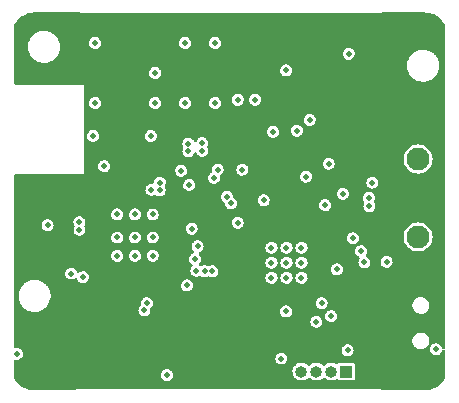
<source format=gbr>
%TF.GenerationSoftware,KiCad,Pcbnew,(6.0.0)*%
%TF.CreationDate,2022-05-13T17:38:04+01:00*%
%TF.ProjectId,Tracer,54726163-6572-42e6-9b69-6361645f7063,D*%
%TF.SameCoordinates,Original*%
%TF.FileFunction,Copper,L2,Inr*%
%TF.FilePolarity,Positive*%
%FSLAX46Y46*%
G04 Gerber Fmt 4.6, Leading zero omitted, Abs format (unit mm)*
G04 Created by KiCad (PCBNEW (6.0.0)) date 2022-05-13 17:38:04*
%MOMM*%
%LPD*%
G01*
G04 APERTURE LIST*
%TA.AperFunction,ComponentPad*%
%ADD10R,1.000000X1.000000*%
%TD*%
%TA.AperFunction,ComponentPad*%
%ADD11O,1.000000X1.000000*%
%TD*%
%TA.AperFunction,ComponentPad*%
%ADD12C,1.950000*%
%TD*%
%TA.AperFunction,ViaPad*%
%ADD13C,0.500000*%
%TD*%
%TA.AperFunction,ViaPad*%
%ADD14C,0.600000*%
%TD*%
G04 APERTURE END LIST*
D10*
%TO.N,DTR*%
%TO.C,J2*%
X157400000Y-110900000D03*
D11*
%TO.N,U0RXD*%
X156130000Y-110900000D03*
%TO.N,U0TXD*%
X154860000Y-110900000D03*
%TO.N,RTS*%
X153590000Y-110900000D03*
%TD*%
D12*
%TO.N,unconnected-(J1-PadMH1)*%
%TO.C,J1*%
X163475000Y-99500000D03*
%TO.N,unconnected-(J1-PadMH2)*%
X163475000Y-92900000D03*
%TD*%
D13*
%TO.N,+BATT*%
X148200000Y-87900000D03*
%TO.N,Net-(BT1-Pad1)*%
X153200000Y-90500000D03*
%TO.N,+BATT*%
X165000000Y-109000000D03*
%TO.N,D+*%
X159300000Y-96200000D03*
X158660506Y-100700000D03*
%TO.N,DTR*%
X157500000Y-109100000D03*
%TO.N,Net-(BT1-Pad1)*%
X160800000Y-101600000D03*
%TO.N,GND*%
X138000000Y-101100000D03*
X139500000Y-97600000D03*
X138000000Y-99550000D03*
X136135000Y-83080000D03*
X151200000Y-90600000D03*
X146295000Y-88160000D03*
X143755000Y-83080000D03*
X157950000Y-99600000D03*
X136900000Y-93500000D03*
X151060000Y-102950000D03*
X151060000Y-101680000D03*
X141000000Y-101100000D03*
X149679122Y-87879122D03*
X146295000Y-83080000D03*
X153600000Y-102950000D03*
X152330000Y-100410000D03*
X143900000Y-103600000D03*
X139500000Y-101100000D03*
X140850000Y-90950000D03*
X143755000Y-88160000D03*
X154000000Y-94400000D03*
X135950000Y-90950000D03*
X141000000Y-99550000D03*
X150400000Y-96400000D03*
X134100000Y-102600000D03*
X151060000Y-100410000D03*
X141000000Y-97600000D03*
X157600000Y-84000000D03*
X159600000Y-94900000D03*
X152330000Y-102950000D03*
X156600000Y-102250000D03*
X141215000Y-85620000D03*
X142200000Y-111200000D03*
X141215000Y-88160000D03*
X129500000Y-109400000D03*
X157100000Y-95850000D03*
X144100000Y-95100000D03*
X132100000Y-98500000D03*
X152330000Y-101680000D03*
X139500000Y-99550000D03*
X138000000Y-97600000D03*
X153600000Y-101680000D03*
X153600000Y-100410000D03*
X136135000Y-88160000D03*
D14*
%TO.N,+3V3*%
X140200000Y-94200000D03*
X140300000Y-103700000D03*
X142700000Y-94200000D03*
X140395000Y-81500000D03*
X135300000Y-95100000D03*
X154332671Y-97067329D03*
X138195000Y-88100000D03*
X145400000Y-94100000D03*
X134100000Y-98900000D03*
X150500000Y-97900000D03*
X144500000Y-97500000D03*
X130100000Y-101800000D03*
X145750000Y-90150000D03*
X149600000Y-94300000D03*
D13*
%TO.N,GPIO10*%
X145400000Y-102400000D03*
X144800000Y-100300000D03*
%TO.N,GPIO17*%
X144600000Y-101370500D03*
X144700000Y-102369500D03*
%TO.N,GPIO7*%
X144300000Y-98800000D03*
X146049503Y-102400000D03*
%TO.N,GPIO36*%
X146200000Y-94500000D03*
X134800000Y-98250497D03*
%TO.N,GPIO37*%
X134800000Y-98900000D03*
X148200000Y-98300000D03*
%TO.N,VUSB*%
X155600000Y-96800000D03*
X155900000Y-93300000D03*
%TO.N,GPIO18*%
X144025500Y-91600000D03*
X145200000Y-91550497D03*
X148600000Y-93800000D03*
X147634166Y-96656944D03*
%TO.N,GPIO23*%
X147300000Y-96100000D03*
X145200000Y-92200000D03*
X144025500Y-92249503D03*
X146500000Y-93800000D03*
%TO.N,GPIO19*%
X141600000Y-95549503D03*
X143400000Y-93900000D03*
%TO.N,U0RXD*%
X156100000Y-106200000D03*
X140900000Y-95500000D03*
%TO.N,Net-(D4-Pad1)*%
X154300000Y-89600000D03*
X152300000Y-85400000D03*
%TO.N,D-*%
X158925500Y-101650000D03*
X159352334Y-96900000D03*
%TO.N,U0TXD*%
X141600000Y-94900000D03*
X154860000Y-106689022D03*
%TO.N,RTS*%
X152300000Y-105800000D03*
X140294609Y-105716172D03*
%TO.N,DTR*%
X140500000Y-105100000D03*
X155300000Y-105100000D03*
%TO.N,GPIO35*%
X135100000Y-102900000D03*
X151900000Y-109800000D03*
%TD*%
%TA.AperFunction,Conductor*%
%TO.N,+3V3*%
G36*
X163996438Y-80483889D02*
G01*
X164267694Y-80503167D01*
X164285488Y-80505719D01*
X164546809Y-80562455D01*
X164564061Y-80567512D01*
X164663239Y-80604463D01*
X164814658Y-80660877D01*
X164831018Y-80668342D01*
X165065761Y-80796423D01*
X165080892Y-80806141D01*
X165295009Y-80966335D01*
X165308602Y-80978107D01*
X165497738Y-81167153D01*
X165509518Y-81180742D01*
X165669815Y-81394789D01*
X165679539Y-81409915D01*
X165723472Y-81490343D01*
X165738894Y-81550745D01*
X165738894Y-108835549D01*
X165718892Y-108903670D01*
X165665236Y-108950163D01*
X165594962Y-108960267D01*
X165530382Y-108930773D01*
X165491958Y-108870911D01*
X165490474Y-108865835D01*
X165489201Y-108856948D01*
X165429388Y-108725395D01*
X165423530Y-108718596D01*
X165423527Y-108718592D01*
X165340916Y-108622718D01*
X165340913Y-108622716D01*
X165335056Y-108615918D01*
X165274423Y-108576617D01*
X165221324Y-108542200D01*
X165221322Y-108542199D01*
X165213790Y-108537317D01*
X165196921Y-108532272D01*
X165083938Y-108498482D01*
X165083936Y-108498482D01*
X165075337Y-108495910D01*
X165066363Y-108495855D01*
X165066361Y-108495855D01*
X165003082Y-108495469D01*
X164930827Y-108495028D01*
X164922196Y-108497495D01*
X164922194Y-108497495D01*
X164800509Y-108532272D01*
X164800505Y-108532274D01*
X164791879Y-108534739D01*
X164784292Y-108539526D01*
X164784290Y-108539527D01*
X164677254Y-108607062D01*
X164669661Y-108611853D01*
X164663718Y-108618582D01*
X164663717Y-108618583D01*
X164598747Y-108692148D01*
X164573999Y-108720170D01*
X164512583Y-108850982D01*
X164511203Y-108859846D01*
X164511202Y-108859849D01*
X164496084Y-108956948D01*
X164490350Y-108993773D01*
X164491514Y-109002675D01*
X164491514Y-109002678D01*
X164506496Y-109117247D01*
X164509088Y-109137065D01*
X164567289Y-109269339D01*
X164660276Y-109379960D01*
X164667747Y-109384933D01*
X164667748Y-109384934D01*
X164773101Y-109455063D01*
X164773103Y-109455064D01*
X164780574Y-109460037D01*
X164789138Y-109462713D01*
X164789141Y-109462714D01*
X164822353Y-109473090D01*
X164918510Y-109503132D01*
X165062998Y-109505780D01*
X165082530Y-109500455D01*
X165193763Y-109470130D01*
X165193765Y-109470129D01*
X165202422Y-109467769D01*
X165325572Y-109392154D01*
X165422551Y-109285014D01*
X165485560Y-109154962D01*
X165488640Y-109136655D01*
X165519667Y-109072797D01*
X165580293Y-109035851D01*
X165651269Y-109037546D01*
X165710062Y-109077345D01*
X165738004Y-109142612D01*
X165738894Y-109157560D01*
X165738894Y-111432843D01*
X165723482Y-111493228D01*
X165679719Y-111573374D01*
X165669999Y-111588498D01*
X165509791Y-111802510D01*
X165498018Y-111816096D01*
X165308990Y-112005124D01*
X165295404Y-112016897D01*
X165081392Y-112177105D01*
X165066269Y-112186824D01*
X164831634Y-112314945D01*
X164815287Y-112322411D01*
X164564794Y-112415840D01*
X164547552Y-112420902D01*
X164286327Y-112477728D01*
X164268544Y-112480285D01*
X164046765Y-112496147D01*
X163997381Y-112499679D01*
X163988393Y-112500000D01*
X160433592Y-112500000D01*
X160374196Y-112485122D01*
X160233849Y-112410105D01*
X160233847Y-112410104D01*
X160228393Y-112407189D01*
X160188546Y-112395102D01*
X160073339Y-112360154D01*
X160073333Y-112360153D01*
X160067413Y-112358357D01*
X159908405Y-112342696D01*
X159900000Y-112341024D01*
X159887153Y-112343579D01*
X159862575Y-112346000D01*
X134937425Y-112346000D01*
X134912847Y-112343579D01*
X134900000Y-112341024D01*
X134891595Y-112342696D01*
X134732587Y-112358357D01*
X134726667Y-112360153D01*
X134726661Y-112360154D01*
X134611454Y-112395102D01*
X134571607Y-112407189D01*
X134566153Y-112410104D01*
X134566151Y-112410105D01*
X134425804Y-112485122D01*
X134366408Y-112500000D01*
X131004501Y-112500000D01*
X130995513Y-112499679D01*
X130946129Y-112496147D01*
X130724350Y-112480285D01*
X130706567Y-112477728D01*
X130445342Y-112420902D01*
X130428100Y-112415840D01*
X130177607Y-112322411D01*
X130161260Y-112314945D01*
X129926625Y-112186824D01*
X129911502Y-112177105D01*
X129697490Y-112016897D01*
X129683904Y-112005124D01*
X129494876Y-111816096D01*
X129483103Y-111802510D01*
X129322895Y-111588498D01*
X129313176Y-111573375D01*
X129264185Y-111483655D01*
X129248772Y-111423225D01*
X129248852Y-111193773D01*
X141690350Y-111193773D01*
X141691514Y-111202675D01*
X141691514Y-111202678D01*
X141705273Y-111307890D01*
X141709088Y-111337065D01*
X141767289Y-111469339D01*
X141860276Y-111579960D01*
X141867747Y-111584933D01*
X141867748Y-111584934D01*
X141973101Y-111655063D01*
X141973103Y-111655064D01*
X141980574Y-111660037D01*
X141989138Y-111662713D01*
X141989141Y-111662714D01*
X142049542Y-111681584D01*
X142118510Y-111703132D01*
X142262998Y-111705780D01*
X142282530Y-111700455D01*
X142393763Y-111670130D01*
X142393765Y-111670129D01*
X142402422Y-111667769D01*
X142525572Y-111592154D01*
X142622551Y-111485014D01*
X142685560Y-111354962D01*
X142709536Y-111212453D01*
X142709688Y-111200000D01*
X142689201Y-111056948D01*
X142629388Y-110925395D01*
X142623530Y-110918596D01*
X142623527Y-110918592D01*
X142598372Y-110889399D01*
X152830800Y-110889399D01*
X152847318Y-111057862D01*
X152900748Y-111218479D01*
X152904397Y-111224504D01*
X152977542Y-111345280D01*
X152988435Y-111363267D01*
X152993326Y-111368332D01*
X152993327Y-111368333D01*
X153053974Y-111431135D01*
X153106021Y-111485031D01*
X153247660Y-111577717D01*
X153406315Y-111636720D01*
X153413296Y-111637651D01*
X153413298Y-111637652D01*
X153567118Y-111658176D01*
X153567122Y-111658176D01*
X153574099Y-111659107D01*
X153581110Y-111658469D01*
X153581114Y-111658469D01*
X153735652Y-111644405D01*
X153742673Y-111643766D01*
X153903659Y-111591458D01*
X153993199Y-111538082D01*
X154043004Y-111508392D01*
X154043006Y-111508391D01*
X154049056Y-111504784D01*
X154138712Y-111419406D01*
X154201836Y-111386915D01*
X154272507Y-111393708D01*
X154316240Y-111423126D01*
X154323974Y-111431135D01*
X154376021Y-111485031D01*
X154517660Y-111577717D01*
X154676315Y-111636720D01*
X154683296Y-111637651D01*
X154683298Y-111637652D01*
X154837118Y-111658176D01*
X154837122Y-111658176D01*
X154844099Y-111659107D01*
X154851110Y-111658469D01*
X154851114Y-111658469D01*
X155005652Y-111644405D01*
X155012673Y-111643766D01*
X155173659Y-111591458D01*
X155263199Y-111538082D01*
X155313004Y-111508392D01*
X155313006Y-111508391D01*
X155319056Y-111504784D01*
X155408712Y-111419406D01*
X155471836Y-111386915D01*
X155542507Y-111393708D01*
X155586240Y-111423126D01*
X155593974Y-111431135D01*
X155646021Y-111485031D01*
X155787660Y-111577717D01*
X155946315Y-111636720D01*
X155953296Y-111637651D01*
X155953298Y-111637652D01*
X156107118Y-111658176D01*
X156107122Y-111658176D01*
X156114099Y-111659107D01*
X156121110Y-111658469D01*
X156121114Y-111658469D01*
X156275652Y-111644405D01*
X156282673Y-111643766D01*
X156443659Y-111591458D01*
X156539809Y-111534141D01*
X156608561Y-111516442D01*
X156675971Y-111538724D01*
X156709088Y-111572368D01*
X156716516Y-111583484D01*
X156800699Y-111639734D01*
X156874933Y-111654500D01*
X157399915Y-111654500D01*
X157925066Y-111654499D01*
X157960818Y-111647388D01*
X157987126Y-111642156D01*
X157987128Y-111642155D01*
X157999301Y-111639734D01*
X158009621Y-111632839D01*
X158009622Y-111632838D01*
X158073168Y-111590377D01*
X158083484Y-111583484D01*
X158139734Y-111499301D01*
X158154500Y-111425067D01*
X158154499Y-110374934D01*
X158139734Y-110300699D01*
X158083484Y-110216516D01*
X157999301Y-110160266D01*
X157925067Y-110145500D01*
X157400085Y-110145500D01*
X156874934Y-110145501D01*
X156839182Y-110152612D01*
X156812874Y-110157844D01*
X156812872Y-110157845D01*
X156800699Y-110160266D01*
X156790379Y-110167161D01*
X156790378Y-110167162D01*
X156771225Y-110179960D01*
X156716516Y-110216516D01*
X156708857Y-110227979D01*
X156706539Y-110229916D01*
X156700846Y-110235609D01*
X156700337Y-110235100D01*
X156654383Y-110273506D01*
X156583940Y-110282355D01*
X156536578Y-110264362D01*
X156490468Y-110235100D01*
X156462844Y-110217569D01*
X156404658Y-110196850D01*
X156310016Y-110163149D01*
X156310011Y-110163148D01*
X156303381Y-110160787D01*
X156296395Y-110159954D01*
X156296391Y-110159953D01*
X156175178Y-110145500D01*
X156135301Y-110140745D01*
X156128298Y-110141481D01*
X156128297Y-110141481D01*
X155973965Y-110157701D01*
X155973961Y-110157702D01*
X155966957Y-110158438D01*
X155960286Y-110160709D01*
X155813387Y-110210717D01*
X155813384Y-110210718D01*
X155806717Y-110212988D01*
X155800719Y-110216678D01*
X155800717Y-110216679D01*
X155668543Y-110297993D01*
X155668541Y-110297995D01*
X155662544Y-110301684D01*
X155657511Y-110306613D01*
X155582954Y-110379624D01*
X155520289Y-110412994D01*
X155449530Y-110407188D01*
X155405391Y-110378384D01*
X155395936Y-110368863D01*
X155335764Y-110308269D01*
X155327670Y-110303132D01*
X155220468Y-110235100D01*
X155192844Y-110217569D01*
X155134658Y-110196850D01*
X155040016Y-110163149D01*
X155040011Y-110163148D01*
X155033381Y-110160787D01*
X155026395Y-110159954D01*
X155026391Y-110159953D01*
X154905178Y-110145500D01*
X154865301Y-110140745D01*
X154858298Y-110141481D01*
X154858297Y-110141481D01*
X154703965Y-110157701D01*
X154703961Y-110157702D01*
X154696957Y-110158438D01*
X154690286Y-110160709D01*
X154543387Y-110210717D01*
X154543384Y-110210718D01*
X154536717Y-110212988D01*
X154530719Y-110216678D01*
X154530717Y-110216679D01*
X154398543Y-110297993D01*
X154398541Y-110297995D01*
X154392544Y-110301684D01*
X154387511Y-110306613D01*
X154312954Y-110379624D01*
X154250289Y-110412994D01*
X154179530Y-110407188D01*
X154135391Y-110378384D01*
X154125936Y-110368863D01*
X154065764Y-110308269D01*
X154057670Y-110303132D01*
X153950468Y-110235100D01*
X153922844Y-110217569D01*
X153864658Y-110196850D01*
X153770016Y-110163149D01*
X153770011Y-110163148D01*
X153763381Y-110160787D01*
X153756395Y-110159954D01*
X153756391Y-110159953D01*
X153635178Y-110145500D01*
X153595301Y-110140745D01*
X153588298Y-110141481D01*
X153588297Y-110141481D01*
X153433965Y-110157701D01*
X153433961Y-110157702D01*
X153426957Y-110158438D01*
X153420286Y-110160709D01*
X153273387Y-110210717D01*
X153273384Y-110210718D01*
X153266717Y-110212988D01*
X153260719Y-110216678D01*
X153260717Y-110216679D01*
X153128543Y-110297993D01*
X153128541Y-110297995D01*
X153122544Y-110301684D01*
X153117511Y-110306613D01*
X153014808Y-110407188D01*
X153001605Y-110420117D01*
X152909909Y-110562400D01*
X152907498Y-110569025D01*
X152854425Y-110714840D01*
X152854424Y-110714845D01*
X152852015Y-110721463D01*
X152830800Y-110889399D01*
X142598372Y-110889399D01*
X142540916Y-110822718D01*
X142540913Y-110822716D01*
X142535056Y-110815918D01*
X142413790Y-110737317D01*
X142360779Y-110721463D01*
X142283938Y-110698482D01*
X142283936Y-110698482D01*
X142275337Y-110695910D01*
X142266363Y-110695855D01*
X142266361Y-110695855D01*
X142203082Y-110695469D01*
X142130827Y-110695028D01*
X142122196Y-110697495D01*
X142122194Y-110697495D01*
X142000509Y-110732272D01*
X142000505Y-110732274D01*
X141991879Y-110734739D01*
X141869661Y-110811853D01*
X141773999Y-110920170D01*
X141712583Y-111050982D01*
X141690350Y-111193773D01*
X129248852Y-111193773D01*
X129249124Y-110415192D01*
X129249261Y-110021581D01*
X129269287Y-109953468D01*
X129322959Y-109906994D01*
X129393236Y-109896915D01*
X129406110Y-109899835D01*
X129409945Y-109900456D01*
X129418510Y-109903132D01*
X129562998Y-109905780D01*
X129572711Y-109903132D01*
X129693763Y-109870130D01*
X129693765Y-109870129D01*
X129702422Y-109867769D01*
X129822935Y-109793773D01*
X151390350Y-109793773D01*
X151391514Y-109802675D01*
X151391514Y-109802678D01*
X151404651Y-109903132D01*
X151409088Y-109937065D01*
X151467289Y-110069339D01*
X151473063Y-110076208D01*
X151532326Y-110146709D01*
X151560276Y-110179960D01*
X151567747Y-110184933D01*
X151567748Y-110184934D01*
X151673101Y-110255063D01*
X151673103Y-110255064D01*
X151680574Y-110260037D01*
X151689138Y-110262713D01*
X151689141Y-110262714D01*
X151749542Y-110281584D01*
X151818510Y-110303132D01*
X151962998Y-110305780D01*
X151991561Y-110297993D01*
X152093763Y-110270130D01*
X152093765Y-110270129D01*
X152102422Y-110267769D01*
X152225572Y-110192154D01*
X152322551Y-110085014D01*
X152385560Y-109954962D01*
X152409536Y-109812453D01*
X152409688Y-109800000D01*
X152394174Y-109691670D01*
X152390474Y-109665835D01*
X152390473Y-109665833D01*
X152389201Y-109656948D01*
X152329388Y-109525395D01*
X152323530Y-109518596D01*
X152323527Y-109518592D01*
X152240916Y-109422718D01*
X152240913Y-109422716D01*
X152235056Y-109415918D01*
X152113790Y-109337317D01*
X152096921Y-109332272D01*
X151983938Y-109298482D01*
X151983936Y-109298482D01*
X151975337Y-109295910D01*
X151966363Y-109295855D01*
X151966361Y-109295855D01*
X151903082Y-109295469D01*
X151830827Y-109295028D01*
X151822196Y-109297495D01*
X151822194Y-109297495D01*
X151700509Y-109332272D01*
X151700505Y-109332274D01*
X151691879Y-109334739D01*
X151684292Y-109339526D01*
X151684290Y-109339527D01*
X151593439Y-109396850D01*
X151569661Y-109411853D01*
X151563718Y-109418582D01*
X151563717Y-109418583D01*
X151509511Y-109479960D01*
X151473999Y-109520170D01*
X151470185Y-109528293D01*
X151470184Y-109528295D01*
X151454025Y-109562714D01*
X151412583Y-109650982D01*
X151411203Y-109659846D01*
X151411202Y-109659849D01*
X151406248Y-109691670D01*
X151390350Y-109793773D01*
X129822935Y-109793773D01*
X129825572Y-109792154D01*
X129922551Y-109685014D01*
X129985560Y-109554962D01*
X130009536Y-109412453D01*
X130009688Y-109400000D01*
X129994773Y-109295855D01*
X129990474Y-109265835D01*
X129990473Y-109265833D01*
X129989201Y-109256948D01*
X129929388Y-109125395D01*
X129923530Y-109118596D01*
X129923527Y-109118592D01*
X129902141Y-109093773D01*
X156990350Y-109093773D01*
X156991514Y-109102675D01*
X156991514Y-109102678D01*
X156998691Y-109157560D01*
X157009088Y-109237065D01*
X157067289Y-109369339D01*
X157160276Y-109479960D01*
X157167747Y-109484933D01*
X157167748Y-109484934D01*
X157273101Y-109555063D01*
X157273103Y-109555064D01*
X157280574Y-109560037D01*
X157289138Y-109562713D01*
X157289141Y-109562714D01*
X157349542Y-109581585D01*
X157418510Y-109603132D01*
X157562998Y-109605780D01*
X157582530Y-109600455D01*
X157693763Y-109570130D01*
X157693765Y-109570129D01*
X157702422Y-109567769D01*
X157825572Y-109492154D01*
X157922551Y-109385014D01*
X157975267Y-109276208D01*
X157981645Y-109263043D01*
X157981645Y-109263042D01*
X157985560Y-109254962D01*
X158009536Y-109112453D01*
X158009688Y-109100000D01*
X157993949Y-108990101D01*
X157990474Y-108965835D01*
X157990473Y-108965833D01*
X157989201Y-108956948D01*
X157929388Y-108825395D01*
X157923530Y-108818596D01*
X157923527Y-108818592D01*
X157840916Y-108722718D01*
X157840913Y-108722716D01*
X157835056Y-108715918D01*
X157713790Y-108637317D01*
X157696921Y-108632272D01*
X157583938Y-108598482D01*
X157583936Y-108598482D01*
X157575337Y-108595910D01*
X157566363Y-108595855D01*
X157566361Y-108595855D01*
X157503082Y-108595469D01*
X157430827Y-108595028D01*
X157422196Y-108597495D01*
X157422194Y-108597495D01*
X157300509Y-108632272D01*
X157300505Y-108632274D01*
X157291879Y-108634739D01*
X157284292Y-108639526D01*
X157284290Y-108639527D01*
X157180489Y-108705021D01*
X157169661Y-108711853D01*
X157163718Y-108718582D01*
X157163717Y-108718583D01*
X157160065Y-108722718D01*
X157073999Y-108820170D01*
X157070185Y-108828293D01*
X157070184Y-108828295D01*
X157050176Y-108870911D01*
X157012583Y-108950982D01*
X157011203Y-108959846D01*
X157011202Y-108959849D01*
X156992908Y-109077345D01*
X156990350Y-109093773D01*
X129902141Y-109093773D01*
X129840916Y-109022718D01*
X129840913Y-109022716D01*
X129835056Y-109015918D01*
X129750938Y-108961395D01*
X129721324Y-108942200D01*
X129721322Y-108942199D01*
X129713790Y-108937317D01*
X129691909Y-108930773D01*
X129583938Y-108898482D01*
X129583936Y-108898482D01*
X129575337Y-108895910D01*
X129566363Y-108895855D01*
X129566361Y-108895855D01*
X129503082Y-108895469D01*
X129430827Y-108895028D01*
X129410316Y-108900890D01*
X129339324Y-108900376D01*
X129279877Y-108861562D01*
X129250851Y-108796770D01*
X129249695Y-108779696D01*
X129249712Y-108733569D01*
X129249835Y-108381568D01*
X162995029Y-108381568D01*
X162996801Y-108388948D01*
X162996801Y-108388950D01*
X163032421Y-108537317D01*
X163034835Y-108547373D01*
X163113042Y-108698896D01*
X163118034Y-108704618D01*
X163118035Y-108704620D01*
X163217459Y-108818592D01*
X163225135Y-108827391D01*
X163364643Y-108925438D01*
X163445462Y-108956948D01*
X163516431Y-108984618D01*
X163516434Y-108984619D01*
X163523511Y-108987378D01*
X163531044Y-108988370D01*
X163531045Y-108988370D01*
X163649477Y-109003962D01*
X163649478Y-109003962D01*
X163653564Y-109004500D01*
X163742756Y-109004500D01*
X163869281Y-108989189D01*
X164028789Y-108928916D01*
X164078096Y-108895028D01*
X164163057Y-108836636D01*
X164163058Y-108836635D01*
X164169316Y-108832334D01*
X164174369Y-108826663D01*
X164277695Y-108710693D01*
X164277697Y-108710690D01*
X164282748Y-108705021D01*
X164316010Y-108642200D01*
X164358984Y-108561037D01*
X164358985Y-108561035D01*
X164362538Y-108554324D01*
X164365583Y-108542200D01*
X164402227Y-108396317D01*
X164402227Y-108396313D01*
X164404078Y-108388946D01*
X164404157Y-108373974D01*
X164404931Y-108226026D01*
X164404971Y-108218432D01*
X164365165Y-108052627D01*
X164286958Y-107901104D01*
X164174865Y-107772609D01*
X164035357Y-107674562D01*
X163939488Y-107637184D01*
X163883569Y-107615382D01*
X163883566Y-107615381D01*
X163876489Y-107612622D01*
X163868956Y-107611630D01*
X163868955Y-107611630D01*
X163750523Y-107596038D01*
X163750522Y-107596038D01*
X163746436Y-107595500D01*
X163657244Y-107595500D01*
X163530719Y-107610811D01*
X163371211Y-107671084D01*
X163230684Y-107767666D01*
X163225632Y-107773336D01*
X163225631Y-107773337D01*
X163122305Y-107889307D01*
X163122303Y-107889310D01*
X163117252Y-107894979D01*
X163037462Y-108045676D01*
X163035612Y-108053041D01*
X163033863Y-108060006D01*
X162995922Y-108211054D01*
X162995882Y-108218653D01*
X162995882Y-108218655D01*
X162995511Y-108289571D01*
X162995029Y-108381568D01*
X129249835Y-108381568D01*
X129250428Y-106682795D01*
X154350350Y-106682795D01*
X154351514Y-106691697D01*
X154351514Y-106691700D01*
X154367924Y-106817186D01*
X154369088Y-106826087D01*
X154427289Y-106958361D01*
X154520276Y-107068982D01*
X154527747Y-107073955D01*
X154527748Y-107073956D01*
X154633101Y-107144085D01*
X154633103Y-107144086D01*
X154640574Y-107149059D01*
X154649138Y-107151735D01*
X154649141Y-107151736D01*
X154709542Y-107170606D01*
X154778510Y-107192154D01*
X154922998Y-107194802D01*
X154942530Y-107189477D01*
X155053763Y-107159152D01*
X155053765Y-107159151D01*
X155062422Y-107156791D01*
X155185572Y-107081176D01*
X155282551Y-106974036D01*
X155345560Y-106843984D01*
X155369536Y-106701475D01*
X155369688Y-106689022D01*
X155349201Y-106545970D01*
X155289388Y-106414417D01*
X155283530Y-106407618D01*
X155283527Y-106407614D01*
X155200916Y-106311740D01*
X155200913Y-106311738D01*
X155195056Y-106304940D01*
X155129910Y-106262714D01*
X155081324Y-106231222D01*
X155081322Y-106231221D01*
X155073790Y-106226339D01*
X155059121Y-106221952D01*
X154964900Y-106193773D01*
X155590350Y-106193773D01*
X155591514Y-106202675D01*
X155591514Y-106202678D01*
X155605776Y-106311740D01*
X155609088Y-106337065D01*
X155667289Y-106469339D01*
X155760276Y-106579960D01*
X155767747Y-106584933D01*
X155767748Y-106584934D01*
X155873101Y-106655063D01*
X155873103Y-106655064D01*
X155880574Y-106660037D01*
X155889138Y-106662713D01*
X155889141Y-106662714D01*
X155949542Y-106681585D01*
X156018510Y-106703132D01*
X156162998Y-106705780D01*
X156182530Y-106700455D01*
X156293763Y-106670130D01*
X156293765Y-106670129D01*
X156302422Y-106667769D01*
X156425572Y-106592154D01*
X156522551Y-106485014D01*
X156585560Y-106354962D01*
X156609536Y-106212453D01*
X156609688Y-106200000D01*
X156593829Y-106089262D01*
X156590474Y-106065835D01*
X156590473Y-106065833D01*
X156589201Y-106056948D01*
X156529388Y-105925395D01*
X156523530Y-105918596D01*
X156523527Y-105918592D01*
X156440916Y-105822718D01*
X156440913Y-105822716D01*
X156435056Y-105815918D01*
X156370235Y-105773903D01*
X156321324Y-105742200D01*
X156321322Y-105742199D01*
X156313790Y-105737317D01*
X156293982Y-105731393D01*
X156183938Y-105698482D01*
X156183936Y-105698482D01*
X156175337Y-105695910D01*
X156166363Y-105695855D01*
X156166361Y-105695855D01*
X156103082Y-105695469D01*
X156030827Y-105695028D01*
X156022196Y-105697495D01*
X156022194Y-105697495D01*
X155900509Y-105732272D01*
X155900505Y-105732274D01*
X155891879Y-105734739D01*
X155884292Y-105739526D01*
X155884290Y-105739527D01*
X155788447Y-105800000D01*
X155769661Y-105811853D01*
X155763718Y-105818582D01*
X155763717Y-105818583D01*
X155725857Y-105861452D01*
X155673999Y-105920170D01*
X155670185Y-105928293D01*
X155670184Y-105928295D01*
X155642855Y-105986505D01*
X155612583Y-106050982D01*
X155611203Y-106059846D01*
X155611202Y-106059849D01*
X155591881Y-106183941D01*
X155590350Y-106193773D01*
X154964900Y-106193773D01*
X154943938Y-106187504D01*
X154943936Y-106187504D01*
X154935337Y-106184932D01*
X154926363Y-106184877D01*
X154926361Y-106184877D01*
X154863082Y-106184491D01*
X154790827Y-106184050D01*
X154782196Y-106186517D01*
X154782194Y-106186517D01*
X154660509Y-106221294D01*
X154660505Y-106221296D01*
X154651879Y-106223761D01*
X154644292Y-106228548D01*
X154644290Y-106228549D01*
X154537254Y-106296084D01*
X154529661Y-106300875D01*
X154433999Y-106409192D01*
X154430185Y-106417315D01*
X154430184Y-106417317D01*
X154405760Y-106469339D01*
X154372583Y-106540004D01*
X154371203Y-106548868D01*
X154371202Y-106548871D01*
X154352690Y-106667769D01*
X154350350Y-106682795D01*
X129250428Y-106682795D01*
X129251213Y-104435964D01*
X129642112Y-104435964D01*
X129642312Y-104441292D01*
X129642312Y-104441294D01*
X129644464Y-104498599D01*
X129643705Y-104498628D01*
X129644034Y-104500016D01*
X129644340Y-104499989D01*
X129644374Y-104500377D01*
X129644465Y-104501838D01*
X129644523Y-104502085D01*
X129644648Y-104503507D01*
X129650736Y-104665669D01*
X129651831Y-104670888D01*
X129664628Y-104731879D01*
X129663861Y-104732040D01*
X129664841Y-104734316D01*
X129664937Y-104735408D01*
X129666361Y-104740722D01*
X129666464Y-104741307D01*
X129667635Y-104746210D01*
X129697939Y-104890637D01*
X129718562Y-104942859D01*
X129723975Y-104956566D01*
X129724724Y-104958541D01*
X129726097Y-104963663D01*
X129728422Y-104968649D01*
X129728423Y-104968651D01*
X129728947Y-104969775D01*
X129731934Y-104976717D01*
X129782372Y-105104436D01*
X129819273Y-105165246D01*
X129820811Y-105168126D01*
X129820890Y-105168080D01*
X129823639Y-105172841D01*
X129825965Y-105177829D01*
X129829122Y-105182337D01*
X129829124Y-105182341D01*
X129830674Y-105184555D01*
X129835181Y-105191462D01*
X129898060Y-105295083D01*
X129901621Y-105300952D01*
X129905116Y-105304979D01*
X129905117Y-105304981D01*
X129951993Y-105359000D01*
X129955555Y-105363563D01*
X129958347Y-105366890D01*
X129961505Y-105371401D01*
X129967791Y-105377687D01*
X129973861Y-105384201D01*
X130013269Y-105429614D01*
X130052276Y-105474566D01*
X130064921Y-105484934D01*
X130116309Y-105527070D01*
X130123574Y-105533652D01*
X130124706Y-105534602D01*
X130128599Y-105538495D01*
X130133103Y-105541649D01*
X130133108Y-105541653D01*
X130135936Y-105543633D01*
X130143554Y-105549410D01*
X130225901Y-105616931D01*
X130225907Y-105616935D01*
X130230029Y-105620315D01*
X130234668Y-105622955D01*
X130234667Y-105622955D01*
X130307355Y-105664331D01*
X130317296Y-105670622D01*
X130317660Y-105670877D01*
X130317667Y-105670881D01*
X130322171Y-105674035D01*
X130327155Y-105676359D01*
X130327160Y-105676362D01*
X130329875Y-105677628D01*
X130338952Y-105682318D01*
X130378132Y-105704620D01*
X130429798Y-105734030D01*
X130519498Y-105766590D01*
X130529753Y-105770833D01*
X130531348Y-105771577D01*
X130531350Y-105771578D01*
X130536337Y-105773903D01*
X130541653Y-105775327D01*
X130541655Y-105775328D01*
X130542719Y-105775613D01*
X130543702Y-105775876D01*
X130554081Y-105779143D01*
X130645871Y-105812461D01*
X130746443Y-105830648D01*
X130756616Y-105832926D01*
X130764592Y-105835063D01*
X130770990Y-105835623D01*
X130782412Y-105837152D01*
X130872069Y-105853364D01*
X130876208Y-105853559D01*
X130876215Y-105853560D01*
X130894670Y-105854430D01*
X130894677Y-105854430D01*
X130896158Y-105854500D01*
X131057712Y-105854500D01*
X131137444Y-105847735D01*
X131223733Y-105840413D01*
X131223737Y-105840412D01*
X131229044Y-105839962D01*
X131234199Y-105838624D01*
X131234205Y-105838623D01*
X131446368Y-105783556D01*
X131446367Y-105783556D01*
X131451539Y-105782214D01*
X131611970Y-105709945D01*
X139784959Y-105709945D01*
X139786123Y-105718847D01*
X139786123Y-105718850D01*
X139801041Y-105832928D01*
X139803697Y-105853237D01*
X139861898Y-105985511D01*
X139954885Y-106096132D01*
X139962356Y-106101105D01*
X139962357Y-106101106D01*
X140067710Y-106171235D01*
X140067712Y-106171236D01*
X140075183Y-106176209D01*
X140083747Y-106178885D01*
X140083750Y-106178886D01*
X140144151Y-106197757D01*
X140213119Y-106219304D01*
X140357607Y-106221952D01*
X140377139Y-106216627D01*
X140488372Y-106186302D01*
X140488374Y-106186301D01*
X140497031Y-106183941D01*
X140620181Y-106108326D01*
X140717160Y-106001186D01*
X140752523Y-105928197D01*
X140776254Y-105879215D01*
X140776254Y-105879214D01*
X140780169Y-105871134D01*
X140793184Y-105793773D01*
X151790350Y-105793773D01*
X151791514Y-105802675D01*
X151791514Y-105802678D01*
X151798282Y-105854430D01*
X151809088Y-105937065D01*
X151867289Y-106069339D01*
X151873063Y-106076208D01*
X151904009Y-106113022D01*
X151960276Y-106179960D01*
X151967747Y-106184933D01*
X151967748Y-106184934D01*
X152073101Y-106255063D01*
X152073103Y-106255064D01*
X152080574Y-106260037D01*
X152089138Y-106262713D01*
X152089141Y-106262714D01*
X152149542Y-106281585D01*
X152218510Y-106303132D01*
X152362998Y-106305780D01*
X152372711Y-106303132D01*
X152493763Y-106270130D01*
X152493765Y-106270129D01*
X152502422Y-106267769D01*
X152625572Y-106192154D01*
X152722551Y-106085014D01*
X152767431Y-105992380D01*
X152781645Y-105963043D01*
X152781645Y-105963042D01*
X152785560Y-105954962D01*
X152809536Y-105812453D01*
X152809688Y-105800000D01*
X152794773Y-105695855D01*
X152790474Y-105665835D01*
X152790473Y-105665833D01*
X152789201Y-105656948D01*
X152729388Y-105525395D01*
X152723530Y-105518596D01*
X152723527Y-105518592D01*
X152640916Y-105422718D01*
X152640913Y-105422716D01*
X152635056Y-105415918D01*
X152563194Y-105369339D01*
X152521324Y-105342200D01*
X152521322Y-105342199D01*
X152513790Y-105337317D01*
X152482720Y-105328025D01*
X152383938Y-105298482D01*
X152383936Y-105298482D01*
X152375337Y-105295910D01*
X152366363Y-105295855D01*
X152366361Y-105295855D01*
X152303082Y-105295469D01*
X152230827Y-105295028D01*
X152222196Y-105297495D01*
X152222194Y-105297495D01*
X152100509Y-105332272D01*
X152100505Y-105332274D01*
X152091879Y-105334739D01*
X152084292Y-105339526D01*
X152084290Y-105339527D01*
X152012198Y-105385014D01*
X151969661Y-105411853D01*
X151963718Y-105418582D01*
X151963717Y-105418583D01*
X151914275Y-105474566D01*
X151873999Y-105520170D01*
X151870185Y-105528293D01*
X151870184Y-105528295D01*
X151854812Y-105561036D01*
X151812583Y-105650982D01*
X151811203Y-105659846D01*
X151811202Y-105659849D01*
X151791941Y-105783556D01*
X151790350Y-105793773D01*
X140793184Y-105793773D01*
X140804145Y-105728625D01*
X140804297Y-105716172D01*
X140787666Y-105600046D01*
X140797808Y-105529779D01*
X140826188Y-105492712D01*
X140825572Y-105492154D01*
X140888423Y-105422718D01*
X140922551Y-105385014D01*
X140985560Y-105254962D01*
X141009536Y-105112453D01*
X141009688Y-105100000D01*
X141008796Y-105093773D01*
X154790350Y-105093773D01*
X154791514Y-105102675D01*
X154791514Y-105102678D01*
X154806938Y-105220624D01*
X154809088Y-105237065D01*
X154867289Y-105369339D01*
X154873063Y-105376208D01*
X154890109Y-105396486D01*
X154960276Y-105479960D01*
X154967747Y-105484933D01*
X154967748Y-105484934D01*
X155073101Y-105555063D01*
X155073103Y-105555064D01*
X155080574Y-105560037D01*
X155089138Y-105562713D01*
X155089141Y-105562714D01*
X155149542Y-105581585D01*
X155218510Y-105603132D01*
X155362998Y-105605780D01*
X155384027Y-105600047D01*
X155493763Y-105570130D01*
X155493765Y-105570129D01*
X155502422Y-105567769D01*
X155625572Y-105492154D01*
X155645143Y-105470533D01*
X155688423Y-105422718D01*
X155722551Y-105385014D01*
X155724221Y-105381568D01*
X162995029Y-105381568D01*
X162996801Y-105388948D01*
X162996801Y-105388950D01*
X163032704Y-105538495D01*
X163034835Y-105547373D01*
X163113042Y-105698896D01*
X163118034Y-105704618D01*
X163118035Y-105704620D01*
X163205480Y-105804860D01*
X163225135Y-105827391D01*
X163364643Y-105925438D01*
X163460512Y-105962816D01*
X163516431Y-105984618D01*
X163516434Y-105984619D01*
X163523511Y-105987378D01*
X163531044Y-105988370D01*
X163531045Y-105988370D01*
X163649477Y-106003962D01*
X163649478Y-106003962D01*
X163653564Y-106004500D01*
X163742756Y-106004500D01*
X163869281Y-105989189D01*
X164028789Y-105928916D01*
X164040206Y-105921069D01*
X164163057Y-105836636D01*
X164163058Y-105836635D01*
X164169316Y-105832334D01*
X164186177Y-105813410D01*
X164277695Y-105710693D01*
X164277697Y-105710690D01*
X164282748Y-105705021D01*
X164291865Y-105687803D01*
X164326200Y-105622955D01*
X164362538Y-105554324D01*
X164365721Y-105541653D01*
X164402227Y-105396317D01*
X164402227Y-105396313D01*
X164404078Y-105388946D01*
X164404121Y-105380844D01*
X164404565Y-105295910D01*
X164404971Y-105218432D01*
X164398496Y-105191462D01*
X164366937Y-105060006D01*
X164366936Y-105060002D01*
X164365165Y-105052627D01*
X164286958Y-104901104D01*
X164214979Y-104818592D01*
X164179861Y-104778336D01*
X164174865Y-104772609D01*
X164035357Y-104674562D01*
X163926889Y-104632272D01*
X163883569Y-104615382D01*
X163883566Y-104615381D01*
X163876489Y-104612622D01*
X163868956Y-104611630D01*
X163868955Y-104611630D01*
X163750523Y-104596038D01*
X163750522Y-104596038D01*
X163746436Y-104595500D01*
X163657244Y-104595500D01*
X163530719Y-104610811D01*
X163371211Y-104671084D01*
X163230684Y-104767666D01*
X163225632Y-104773336D01*
X163225631Y-104773337D01*
X163122305Y-104889307D01*
X163122303Y-104889310D01*
X163117252Y-104894979D01*
X163113697Y-104901692D01*
X163113697Y-104901693D01*
X163058288Y-105006343D01*
X163037462Y-105045676D01*
X163035612Y-105053041D01*
X163004268Y-105177829D01*
X162995922Y-105211054D01*
X162995882Y-105218653D01*
X162995882Y-105218655D01*
X162995832Y-105228164D01*
X162995029Y-105381568D01*
X155724221Y-105381568D01*
X155785560Y-105254962D01*
X155809536Y-105112453D01*
X155809688Y-105100000D01*
X155789201Y-104956948D01*
X155729388Y-104825395D01*
X155723530Y-104818596D01*
X155723527Y-104818592D01*
X155640916Y-104722718D01*
X155640913Y-104722716D01*
X155635056Y-104715918D01*
X155574423Y-104676618D01*
X155521324Y-104642200D01*
X155521322Y-104642199D01*
X155513790Y-104637317D01*
X155440446Y-104615382D01*
X155383938Y-104598482D01*
X155383936Y-104598482D01*
X155375337Y-104595910D01*
X155366363Y-104595855D01*
X155366361Y-104595855D01*
X155303082Y-104595469D01*
X155230827Y-104595028D01*
X155222196Y-104597495D01*
X155222194Y-104597495D01*
X155100509Y-104632272D01*
X155100505Y-104632274D01*
X155091879Y-104634739D01*
X155084292Y-104639526D01*
X155084290Y-104639527D01*
X155027459Y-104675385D01*
X154969661Y-104711853D01*
X154963718Y-104718582D01*
X154963717Y-104718583D01*
X154943648Y-104741307D01*
X154873999Y-104820170D01*
X154812583Y-104950982D01*
X154811203Y-104959846D01*
X154811202Y-104959849D01*
X154795608Y-105060006D01*
X154790350Y-105093773D01*
X141008796Y-105093773D01*
X140989201Y-104956948D01*
X140929388Y-104825395D01*
X140923530Y-104818596D01*
X140923527Y-104818592D01*
X140840916Y-104722718D01*
X140840913Y-104722716D01*
X140835056Y-104715918D01*
X140774423Y-104676618D01*
X140721324Y-104642200D01*
X140721322Y-104642199D01*
X140713790Y-104637317D01*
X140640446Y-104615382D01*
X140583938Y-104598482D01*
X140583936Y-104598482D01*
X140575337Y-104595910D01*
X140566363Y-104595855D01*
X140566361Y-104595855D01*
X140503082Y-104595469D01*
X140430827Y-104595028D01*
X140422196Y-104597495D01*
X140422194Y-104597495D01*
X140300509Y-104632272D01*
X140300505Y-104632274D01*
X140291879Y-104634739D01*
X140284292Y-104639526D01*
X140284290Y-104639527D01*
X140227459Y-104675385D01*
X140169661Y-104711853D01*
X140163718Y-104718582D01*
X140163717Y-104718583D01*
X140143648Y-104741307D01*
X140073999Y-104820170D01*
X140012583Y-104950982D01*
X140011203Y-104959846D01*
X140011202Y-104959849D01*
X139995608Y-105060006D01*
X139990350Y-105093773D01*
X139991514Y-105102675D01*
X139991514Y-105102678D01*
X140006620Y-105218190D01*
X139995620Y-105288329D01*
X139966121Y-105326857D01*
X139964270Y-105328025D01*
X139868608Y-105436342D01*
X139807192Y-105567154D01*
X139805812Y-105576018D01*
X139805811Y-105576021D01*
X139786744Y-105698482D01*
X139784959Y-105709945D01*
X131611970Y-105709945D01*
X131639608Y-105697495D01*
X131656262Y-105689993D01*
X131656265Y-105689992D01*
X131661123Y-105687803D01*
X131851803Y-105559430D01*
X131857156Y-105554324D01*
X131972315Y-105444467D01*
X132018128Y-105400764D01*
X132155342Y-105216342D01*
X132161779Y-105203683D01*
X132257102Y-105016194D01*
X132257102Y-105016193D01*
X132259520Y-105011438D01*
X132327685Y-104791911D01*
X132338296Y-104711853D01*
X132357188Y-104569319D01*
X132357188Y-104569316D01*
X132357888Y-104564036D01*
X132355536Y-104501401D01*
X132356295Y-104501372D01*
X132355966Y-104499984D01*
X132355660Y-104500011D01*
X132355626Y-104499623D01*
X132355535Y-104498162D01*
X132355477Y-104497915D01*
X132355352Y-104496493D01*
X132349264Y-104334331D01*
X132335372Y-104268121D01*
X132336139Y-104267960D01*
X132335159Y-104265684D01*
X132335063Y-104264592D01*
X132333639Y-104259278D01*
X132333536Y-104258693D01*
X132332362Y-104253778D01*
X132323886Y-104213378D01*
X132302061Y-104109363D01*
X132276025Y-104043434D01*
X132275276Y-104041459D01*
X132273903Y-104036337D01*
X132271053Y-104030225D01*
X132268066Y-104023283D01*
X132217628Y-103895564D01*
X132180727Y-103834754D01*
X132179189Y-103831874D01*
X132179110Y-103831920D01*
X132176361Y-103827159D01*
X132174035Y-103822171D01*
X132170876Y-103817659D01*
X132169326Y-103815445D01*
X132164819Y-103808538D01*
X132101147Y-103703609D01*
X132101145Y-103703606D01*
X132098379Y-103699048D01*
X132048007Y-103641000D01*
X132044445Y-103636437D01*
X132041653Y-103633110D01*
X132038495Y-103628599D01*
X132032209Y-103622313D01*
X132026139Y-103615799D01*
X132007026Y-103593773D01*
X143390350Y-103593773D01*
X143391514Y-103602675D01*
X143391514Y-103602678D01*
X143404713Y-103703609D01*
X143409088Y-103737065D01*
X143467289Y-103869339D01*
X143560276Y-103979960D01*
X143567747Y-103984933D01*
X143567748Y-103984934D01*
X143673101Y-104055063D01*
X143673103Y-104055064D01*
X143680574Y-104060037D01*
X143689138Y-104062713D01*
X143689141Y-104062714D01*
X143749542Y-104081584D01*
X143818510Y-104103132D01*
X143962998Y-104105780D01*
X143982530Y-104100455D01*
X144093763Y-104070130D01*
X144093765Y-104070129D01*
X144102422Y-104067769D01*
X144225572Y-103992154D01*
X144322551Y-103885014D01*
X144385560Y-103754962D01*
X144409536Y-103612453D01*
X144409688Y-103600000D01*
X144389201Y-103456948D01*
X144329388Y-103325395D01*
X144323530Y-103318596D01*
X144323527Y-103318592D01*
X144240916Y-103222718D01*
X144240913Y-103222716D01*
X144235056Y-103215918D01*
X144155665Y-103164459D01*
X144121324Y-103142200D01*
X144121322Y-103142199D01*
X144113790Y-103137317D01*
X144032625Y-103113043D01*
X143983938Y-103098482D01*
X143983936Y-103098482D01*
X143975337Y-103095910D01*
X143966363Y-103095855D01*
X143966361Y-103095855D01*
X143903082Y-103095469D01*
X143830827Y-103095028D01*
X143822196Y-103097495D01*
X143822194Y-103097495D01*
X143700509Y-103132272D01*
X143700505Y-103132274D01*
X143691879Y-103134739D01*
X143684292Y-103139526D01*
X143684290Y-103139527D01*
X143612198Y-103185014D01*
X143569661Y-103211853D01*
X143563718Y-103218582D01*
X143563717Y-103218583D01*
X143509511Y-103279960D01*
X143473999Y-103320170D01*
X143470185Y-103328293D01*
X143470184Y-103328295D01*
X143454025Y-103362714D01*
X143412583Y-103450982D01*
X143411203Y-103459846D01*
X143411202Y-103459849D01*
X143400363Y-103529467D01*
X143390350Y-103593773D01*
X132007026Y-103593773D01*
X131951224Y-103529467D01*
X131951222Y-103529465D01*
X131947724Y-103525434D01*
X131883692Y-103472930D01*
X131876426Y-103466348D01*
X131875294Y-103465398D01*
X131871401Y-103461505D01*
X131866897Y-103458351D01*
X131866892Y-103458347D01*
X131864064Y-103456367D01*
X131856446Y-103450590D01*
X131774099Y-103383069D01*
X131774093Y-103383065D01*
X131769971Y-103379685D01*
X131692645Y-103335669D01*
X131682704Y-103329378D01*
X131682340Y-103329123D01*
X131682333Y-103329119D01*
X131677829Y-103325965D01*
X131672845Y-103323641D01*
X131672840Y-103323638D01*
X131670125Y-103322372D01*
X131661048Y-103317682D01*
X131582710Y-103273090D01*
X131570202Y-103265970D01*
X131480502Y-103233410D01*
X131470247Y-103229167D01*
X131468652Y-103228423D01*
X131468650Y-103228422D01*
X131463663Y-103226097D01*
X131458347Y-103224673D01*
X131458345Y-103224672D01*
X131457281Y-103224387D01*
X131456298Y-103224124D01*
X131445919Y-103220857D01*
X131354129Y-103187539D01*
X131253557Y-103169352D01*
X131243384Y-103167074D01*
X131235408Y-103164937D01*
X131229010Y-103164377D01*
X131217588Y-103162848D01*
X131127931Y-103146636D01*
X131123792Y-103146441D01*
X131123785Y-103146440D01*
X131105330Y-103145570D01*
X131105323Y-103145570D01*
X131103842Y-103145500D01*
X130942288Y-103145500D01*
X130862556Y-103152265D01*
X130776267Y-103159587D01*
X130776263Y-103159588D01*
X130770956Y-103160038D01*
X130765801Y-103161376D01*
X130765795Y-103161377D01*
X130649082Y-103191670D01*
X130548461Y-103217786D01*
X130441497Y-103265970D01*
X130343738Y-103310007D01*
X130343735Y-103310008D01*
X130338877Y-103312197D01*
X130148197Y-103440570D01*
X130144340Y-103444249D01*
X130144338Y-103444251D01*
X130118404Y-103468991D01*
X129981872Y-103599236D01*
X129844658Y-103783658D01*
X129842242Y-103788409D01*
X129842240Y-103788413D01*
X129748346Y-103973090D01*
X129740480Y-103988562D01*
X129672315Y-104208089D01*
X129642112Y-104435964D01*
X129251213Y-104435964D01*
X129251856Y-102593773D01*
X133590350Y-102593773D01*
X133591514Y-102602675D01*
X133591514Y-102602678D01*
X133601403Y-102678295D01*
X133609088Y-102737065D01*
X133667289Y-102869339D01*
X133673063Y-102876208D01*
X133749590Y-102967247D01*
X133760276Y-102979960D01*
X133767747Y-102984933D01*
X133767748Y-102984934D01*
X133873101Y-103055063D01*
X133873103Y-103055064D01*
X133880574Y-103060037D01*
X133889138Y-103062713D01*
X133889141Y-103062714D01*
X133938594Y-103078164D01*
X134018510Y-103103132D01*
X134162998Y-103105780D01*
X134189767Y-103098482D01*
X134293763Y-103070130D01*
X134293765Y-103070129D01*
X134302422Y-103067769D01*
X134425572Y-102992154D01*
X134426536Y-102993724D01*
X134481636Y-102969953D01*
X134551681Y-102981538D01*
X134604343Y-103029153D01*
X134612260Y-103044274D01*
X134667289Y-103169339D01*
X134673063Y-103176208D01*
X134715093Y-103226208D01*
X134760276Y-103279960D01*
X134767747Y-103284933D01*
X134767748Y-103284934D01*
X134873101Y-103355063D01*
X134873103Y-103355064D01*
X134880574Y-103360037D01*
X134889138Y-103362713D01*
X134889141Y-103362714D01*
X134935012Y-103377045D01*
X135018510Y-103403132D01*
X135162998Y-103405780D01*
X135182530Y-103400455D01*
X135293763Y-103370130D01*
X135293765Y-103370129D01*
X135302422Y-103367769D01*
X135425572Y-103292154D01*
X135522551Y-103185014D01*
X135561019Y-103105615D01*
X135581645Y-103063043D01*
X135581645Y-103063042D01*
X135585560Y-103054962D01*
X135604267Y-102943773D01*
X150550350Y-102943773D01*
X150551514Y-102952675D01*
X150551514Y-102952678D01*
X150563732Y-103046110D01*
X150569088Y-103087065D01*
X150627289Y-103219339D01*
X150633063Y-103226208D01*
X150713898Y-103322372D01*
X150720276Y-103329960D01*
X150727747Y-103334933D01*
X150727748Y-103334934D01*
X150833101Y-103405063D01*
X150833103Y-103405064D01*
X150840574Y-103410037D01*
X150849138Y-103412713D01*
X150849141Y-103412714D01*
X150909542Y-103431585D01*
X150978510Y-103453132D01*
X151122998Y-103455780D01*
X151148685Y-103448777D01*
X151253763Y-103420130D01*
X151253765Y-103420129D01*
X151262422Y-103417769D01*
X151385572Y-103342154D01*
X151482551Y-103235014D01*
X151529884Y-103137317D01*
X151541645Y-103113043D01*
X151541645Y-103113042D01*
X151545560Y-103104962D01*
X151569536Y-102962453D01*
X151569595Y-102957593D01*
X151569718Y-102956227D01*
X151569629Y-102954858D01*
X151569688Y-102950000D01*
X151568796Y-102943773D01*
X151820350Y-102943773D01*
X151839088Y-103087065D01*
X151897289Y-103219339D01*
X151903063Y-103226208D01*
X151983898Y-103322372D01*
X151990276Y-103329960D01*
X151997747Y-103334933D01*
X151997748Y-103334934D01*
X152103101Y-103405063D01*
X152103103Y-103405064D01*
X152110574Y-103410037D01*
X152119138Y-103412713D01*
X152119141Y-103412714D01*
X152179542Y-103431585D01*
X152248510Y-103453132D01*
X152392998Y-103455780D01*
X152418685Y-103448777D01*
X152523763Y-103420130D01*
X152523765Y-103420129D01*
X152532422Y-103417769D01*
X152655572Y-103342154D01*
X152752551Y-103235014D01*
X152799884Y-103137317D01*
X152811645Y-103113043D01*
X152811645Y-103113042D01*
X152815560Y-103104962D01*
X152839536Y-102962453D01*
X152839595Y-102957593D01*
X152839718Y-102956227D01*
X152839629Y-102954858D01*
X152839688Y-102950000D01*
X152838796Y-102943773D01*
X153090350Y-102943773D01*
X153109088Y-103087065D01*
X153167289Y-103219339D01*
X153173063Y-103226208D01*
X153253898Y-103322372D01*
X153260276Y-103329960D01*
X153267747Y-103334933D01*
X153267748Y-103334934D01*
X153373101Y-103405063D01*
X153373103Y-103405064D01*
X153380574Y-103410037D01*
X153389138Y-103412713D01*
X153389141Y-103412714D01*
X153449542Y-103431585D01*
X153518510Y-103453132D01*
X153662998Y-103455780D01*
X153688685Y-103448777D01*
X153793763Y-103420130D01*
X153793765Y-103420129D01*
X153802422Y-103417769D01*
X153925572Y-103342154D01*
X154022551Y-103235014D01*
X154069884Y-103137317D01*
X154081645Y-103113043D01*
X154081645Y-103113042D01*
X154085560Y-103104962D01*
X154109536Y-102962453D01*
X154109688Y-102950000D01*
X154097239Y-102863072D01*
X154090474Y-102815835D01*
X154090473Y-102815833D01*
X154089201Y-102806948D01*
X154029388Y-102675395D01*
X154023530Y-102668596D01*
X154023527Y-102668592D01*
X153940916Y-102572718D01*
X153940913Y-102572716D01*
X153935056Y-102565918D01*
X153850358Y-102511019D01*
X153821324Y-102492200D01*
X153821322Y-102492199D01*
X153813790Y-102487317D01*
X153796921Y-102482272D01*
X153683938Y-102448482D01*
X153683936Y-102448482D01*
X153675337Y-102445910D01*
X153666363Y-102445855D01*
X153666361Y-102445855D01*
X153603082Y-102445469D01*
X153530827Y-102445028D01*
X153522196Y-102447495D01*
X153522194Y-102447495D01*
X153400509Y-102482272D01*
X153400505Y-102482274D01*
X153391879Y-102484739D01*
X153384292Y-102489526D01*
X153384290Y-102489527D01*
X153277254Y-102557062D01*
X153269661Y-102561853D01*
X153263718Y-102568582D01*
X153263717Y-102568583D01*
X153198742Y-102642154D01*
X153173999Y-102670170D01*
X153170185Y-102678293D01*
X153170184Y-102678295D01*
X153154025Y-102712714D01*
X153112583Y-102800982D01*
X153111203Y-102809846D01*
X153111202Y-102809849D01*
X153091731Y-102934900D01*
X153091731Y-102934901D01*
X153090350Y-102943773D01*
X152838796Y-102943773D01*
X152823882Y-102839630D01*
X152820474Y-102815835D01*
X152820473Y-102815833D01*
X152819201Y-102806948D01*
X152759388Y-102675395D01*
X152753530Y-102668596D01*
X152753527Y-102668592D01*
X152670916Y-102572718D01*
X152670913Y-102572716D01*
X152665056Y-102565918D01*
X152580358Y-102511019D01*
X152551324Y-102492200D01*
X152551322Y-102492199D01*
X152543790Y-102487317D01*
X152526921Y-102482272D01*
X152413938Y-102448482D01*
X152413936Y-102448482D01*
X152405337Y-102445910D01*
X152396363Y-102445855D01*
X152396361Y-102445855D01*
X152333082Y-102445469D01*
X152260827Y-102445028D01*
X152252196Y-102447495D01*
X152252194Y-102447495D01*
X152130509Y-102482272D01*
X152130505Y-102482274D01*
X152121879Y-102484739D01*
X152114292Y-102489526D01*
X152114290Y-102489527D01*
X152007254Y-102557062D01*
X151999661Y-102561853D01*
X151993718Y-102568582D01*
X151993717Y-102568583D01*
X151928742Y-102642154D01*
X151903999Y-102670170D01*
X151900185Y-102678293D01*
X151900184Y-102678295D01*
X151884025Y-102712714D01*
X151842583Y-102800982D01*
X151841203Y-102809846D01*
X151841202Y-102809849D01*
X151821731Y-102934900D01*
X151821731Y-102934901D01*
X151820350Y-102943773D01*
X151568796Y-102943773D01*
X151553882Y-102839630D01*
X151550474Y-102815835D01*
X151550473Y-102815833D01*
X151549201Y-102806948D01*
X151489388Y-102675395D01*
X151483530Y-102668596D01*
X151483527Y-102668592D01*
X151400916Y-102572718D01*
X151400913Y-102572716D01*
X151395056Y-102565918D01*
X151310358Y-102511019D01*
X151281324Y-102492200D01*
X151281322Y-102492199D01*
X151273790Y-102487317D01*
X151256921Y-102482272D01*
X151143938Y-102448482D01*
X151143936Y-102448482D01*
X151135337Y-102445910D01*
X151126363Y-102445855D01*
X151126361Y-102445855D01*
X151063082Y-102445469D01*
X150990827Y-102445028D01*
X150982196Y-102447495D01*
X150982194Y-102447495D01*
X150860509Y-102482272D01*
X150860505Y-102482274D01*
X150851879Y-102484739D01*
X150844292Y-102489526D01*
X150844290Y-102489527D01*
X150737254Y-102557062D01*
X150729661Y-102561853D01*
X150723718Y-102568582D01*
X150723717Y-102568583D01*
X150658742Y-102642154D01*
X150633999Y-102670170D01*
X150630185Y-102678293D01*
X150630184Y-102678295D01*
X150614025Y-102712714D01*
X150572583Y-102800982D01*
X150571203Y-102809846D01*
X150571202Y-102809849D01*
X150551732Y-102934900D01*
X150550350Y-102943773D01*
X135604267Y-102943773D01*
X135609536Y-102912453D01*
X135609612Y-102906227D01*
X135609629Y-102904860D01*
X135609629Y-102904856D01*
X135609688Y-102900000D01*
X135595507Y-102800982D01*
X135590474Y-102765835D01*
X135590473Y-102765833D01*
X135589201Y-102756948D01*
X135529388Y-102625395D01*
X135523530Y-102618596D01*
X135523527Y-102618592D01*
X135440916Y-102522718D01*
X135440913Y-102522716D01*
X135435056Y-102515918D01*
X135374423Y-102476617D01*
X135321324Y-102442200D01*
X135321322Y-102442199D01*
X135313790Y-102437317D01*
X135232625Y-102413043D01*
X135183938Y-102398482D01*
X135183936Y-102398482D01*
X135175337Y-102395910D01*
X135166363Y-102395855D01*
X135166361Y-102395855D01*
X135103082Y-102395469D01*
X135030827Y-102395028D01*
X135022196Y-102397495D01*
X135022194Y-102397495D01*
X134900509Y-102432272D01*
X134900505Y-102432274D01*
X134891879Y-102434739D01*
X134800809Y-102492200D01*
X134770983Y-102511019D01*
X134702698Y-102530453D01*
X134634746Y-102509884D01*
X134589046Y-102456608D01*
X134586488Y-102450982D01*
X134529388Y-102325395D01*
X134523530Y-102318596D01*
X134523527Y-102318592D01*
X134440916Y-102222718D01*
X134440913Y-102222716D01*
X134435056Y-102215918D01*
X134342275Y-102155780D01*
X134321324Y-102142200D01*
X134321322Y-102142199D01*
X134313790Y-102137317D01*
X134296921Y-102132272D01*
X134183938Y-102098482D01*
X134183936Y-102098482D01*
X134175337Y-102095910D01*
X134166363Y-102095855D01*
X134166361Y-102095855D01*
X134103082Y-102095469D01*
X134030827Y-102095028D01*
X134022196Y-102097495D01*
X134022194Y-102097495D01*
X133900509Y-102132272D01*
X133900505Y-102132274D01*
X133891879Y-102134739D01*
X133884292Y-102139526D01*
X133884290Y-102139527D01*
X133810984Y-102185780D01*
X133769661Y-102211853D01*
X133763718Y-102218582D01*
X133763717Y-102218583D01*
X133729265Y-102257593D01*
X133673999Y-102320170D01*
X133670185Y-102328293D01*
X133670184Y-102328295D01*
X133653762Y-102363273D01*
X133612583Y-102450982D01*
X133611203Y-102459846D01*
X133611202Y-102459849D01*
X133595135Y-102563043D01*
X133590350Y-102593773D01*
X129251856Y-102593773D01*
X129252380Y-101093773D01*
X137490350Y-101093773D01*
X137491514Y-101102675D01*
X137491514Y-101102678D01*
X137505684Y-101211035D01*
X137509088Y-101237065D01*
X137567289Y-101369339D01*
X137660276Y-101479960D01*
X137667747Y-101484933D01*
X137667748Y-101484934D01*
X137773101Y-101555063D01*
X137773103Y-101555064D01*
X137780574Y-101560037D01*
X137789138Y-101562713D01*
X137789141Y-101562714D01*
X137849542Y-101581585D01*
X137918510Y-101603132D01*
X138062998Y-101605780D01*
X138107040Y-101593773D01*
X138193763Y-101570130D01*
X138193765Y-101570129D01*
X138202422Y-101567769D01*
X138325572Y-101492154D01*
X138422551Y-101385014D01*
X138470008Y-101287062D01*
X138481645Y-101263043D01*
X138481645Y-101263042D01*
X138485560Y-101254962D01*
X138509536Y-101112453D01*
X138509688Y-101100000D01*
X138508796Y-101093773D01*
X138990350Y-101093773D01*
X138991514Y-101102675D01*
X138991514Y-101102678D01*
X139005684Y-101211035D01*
X139009088Y-101237065D01*
X139067289Y-101369339D01*
X139160276Y-101479960D01*
X139167747Y-101484933D01*
X139167748Y-101484934D01*
X139273101Y-101555063D01*
X139273103Y-101555064D01*
X139280574Y-101560037D01*
X139289138Y-101562713D01*
X139289141Y-101562714D01*
X139349542Y-101581585D01*
X139418510Y-101603132D01*
X139562998Y-101605780D01*
X139607040Y-101593773D01*
X139693763Y-101570130D01*
X139693765Y-101570129D01*
X139702422Y-101567769D01*
X139825572Y-101492154D01*
X139922551Y-101385014D01*
X139970008Y-101287062D01*
X139981645Y-101263043D01*
X139981645Y-101263042D01*
X139985560Y-101254962D01*
X140009536Y-101112453D01*
X140009688Y-101100000D01*
X140008796Y-101093773D01*
X140490350Y-101093773D01*
X140491514Y-101102675D01*
X140491514Y-101102678D01*
X140505684Y-101211035D01*
X140509088Y-101237065D01*
X140567289Y-101369339D01*
X140660276Y-101479960D01*
X140667747Y-101484933D01*
X140667748Y-101484934D01*
X140773101Y-101555063D01*
X140773103Y-101555064D01*
X140780574Y-101560037D01*
X140789138Y-101562713D01*
X140789141Y-101562714D01*
X140849542Y-101581585D01*
X140918510Y-101603132D01*
X141062998Y-101605780D01*
X141107040Y-101593773D01*
X141193763Y-101570130D01*
X141193765Y-101570129D01*
X141202422Y-101567769D01*
X141325572Y-101492154D01*
X141422551Y-101385014D01*
X141432600Y-101364273D01*
X144090350Y-101364273D01*
X144091514Y-101373175D01*
X144091514Y-101373178D01*
X144101400Y-101448777D01*
X144109088Y-101507565D01*
X144167289Y-101639839D01*
X144173063Y-101646708D01*
X144197001Y-101675185D01*
X144260276Y-101750460D01*
X144267747Y-101755433D01*
X144267748Y-101755434D01*
X144337350Y-101801765D01*
X144382973Y-101856162D01*
X144391944Y-101926590D01*
X144361973Y-101990058D01*
X144273999Y-102089670D01*
X144270185Y-102097793D01*
X144270184Y-102097795D01*
X144244204Y-102153132D01*
X144212583Y-102220482D01*
X144211203Y-102229346D01*
X144211202Y-102229349D01*
X144196248Y-102325395D01*
X144190350Y-102363273D01*
X144191514Y-102372175D01*
X144191514Y-102372178D01*
X144207924Y-102497664D01*
X144209088Y-102506565D01*
X144267289Y-102638839D01*
X144360276Y-102749460D01*
X144367747Y-102754433D01*
X144367748Y-102754434D01*
X144473101Y-102824563D01*
X144473103Y-102824564D01*
X144480574Y-102829537D01*
X144489138Y-102832213D01*
X144489141Y-102832214D01*
X144549542Y-102851085D01*
X144618510Y-102872632D01*
X144762998Y-102875280D01*
X144784790Y-102869339D01*
X144893763Y-102839630D01*
X144893765Y-102839629D01*
X144902422Y-102837269D01*
X144910069Y-102832574D01*
X144910073Y-102832572D01*
X144960651Y-102801517D01*
X145029168Y-102782919D01*
X145096398Y-102804005D01*
X145173101Y-102855063D01*
X145173103Y-102855064D01*
X145180574Y-102860037D01*
X145189138Y-102862713D01*
X145189141Y-102862714D01*
X145232333Y-102876208D01*
X145318510Y-102903132D01*
X145462998Y-102905780D01*
X145507040Y-102893773D01*
X145593763Y-102870130D01*
X145593765Y-102870129D01*
X145602422Y-102867769D01*
X145610069Y-102863074D01*
X145610073Y-102863072D01*
X145658218Y-102833511D01*
X145726735Y-102814913D01*
X145793964Y-102835999D01*
X145822601Y-102855061D01*
X145822603Y-102855062D01*
X145830077Y-102860037D01*
X145838641Y-102862713D01*
X145838644Y-102862714D01*
X145881836Y-102876208D01*
X145968013Y-102903132D01*
X146112501Y-102905780D01*
X146156543Y-102893773D01*
X146243266Y-102870130D01*
X146243268Y-102870129D01*
X146251925Y-102867769D01*
X146375075Y-102792154D01*
X146472054Y-102685014D01*
X146513243Y-102600000D01*
X146531148Y-102563043D01*
X146531148Y-102563042D01*
X146535063Y-102554962D01*
X146559039Y-102412453D01*
X146559115Y-102406227D01*
X146559132Y-102404860D01*
X146559132Y-102404856D01*
X146559191Y-102400000D01*
X146538704Y-102256948D01*
X146532714Y-102243773D01*
X156090350Y-102243773D01*
X156091514Y-102252675D01*
X156091514Y-102252678D01*
X156105977Y-102363273D01*
X156109088Y-102387065D01*
X156167289Y-102519339D01*
X156173063Y-102526208D01*
X156252047Y-102620170D01*
X156260276Y-102629960D01*
X156267747Y-102634933D01*
X156267748Y-102634934D01*
X156373101Y-102705063D01*
X156373103Y-102705064D01*
X156380574Y-102710037D01*
X156389138Y-102712713D01*
X156389141Y-102712714D01*
X156438594Y-102728164D01*
X156518510Y-102753132D01*
X156662998Y-102755780D01*
X156711379Y-102742590D01*
X156793763Y-102720130D01*
X156793765Y-102720129D01*
X156802422Y-102717769D01*
X156925572Y-102642154D01*
X157022551Y-102535014D01*
X157069884Y-102437317D01*
X157081645Y-102413043D01*
X157081645Y-102413042D01*
X157085560Y-102404962D01*
X157109536Y-102262453D01*
X157109688Y-102250000D01*
X157099347Y-102177796D01*
X157090474Y-102115835D01*
X157090473Y-102115833D01*
X157089201Y-102106948D01*
X157085040Y-102097795D01*
X157072461Y-102070130D01*
X157029388Y-101975395D01*
X157023530Y-101968596D01*
X157023527Y-101968592D01*
X156940916Y-101872718D01*
X156940913Y-101872716D01*
X156935056Y-101865918D01*
X156873640Y-101826110D01*
X156821324Y-101792200D01*
X156821322Y-101792199D01*
X156813790Y-101787317D01*
X156732625Y-101763043D01*
X156683938Y-101748482D01*
X156683936Y-101748482D01*
X156675337Y-101745910D01*
X156666363Y-101745855D01*
X156666361Y-101745855D01*
X156603082Y-101745469D01*
X156530827Y-101745028D01*
X156522196Y-101747495D01*
X156522194Y-101747495D01*
X156400509Y-101782272D01*
X156400505Y-101782274D01*
X156391879Y-101784739D01*
X156384292Y-101789526D01*
X156384290Y-101789527D01*
X156277254Y-101857062D01*
X156269661Y-101861853D01*
X156263718Y-101868582D01*
X156263717Y-101868583D01*
X156218891Y-101919339D01*
X156173999Y-101970170D01*
X156170185Y-101978293D01*
X156170184Y-101978295D01*
X156161473Y-101996850D01*
X156112583Y-102100982D01*
X156111203Y-102109846D01*
X156111202Y-102109849D01*
X156092596Y-102229349D01*
X156090350Y-102243773D01*
X146532714Y-102243773D01*
X146478891Y-102125395D01*
X146473033Y-102118596D01*
X146473030Y-102118592D01*
X146390419Y-102022718D01*
X146390416Y-102022716D01*
X146384559Y-102015918D01*
X146263293Y-101937317D01*
X146175715Y-101911125D01*
X146133441Y-101898482D01*
X146133439Y-101898482D01*
X146124840Y-101895910D01*
X146115866Y-101895855D01*
X146115864Y-101895855D01*
X146052585Y-101895469D01*
X145980330Y-101895028D01*
X145971699Y-101897495D01*
X145971697Y-101897495D01*
X145850016Y-101932271D01*
X145850013Y-101932272D01*
X145841382Y-101934739D01*
X145833788Y-101939531D01*
X145833787Y-101939531D01*
X145792188Y-101965778D01*
X145723903Y-101985213D01*
X145656422Y-101964950D01*
X145613790Y-101937317D01*
X145526212Y-101911125D01*
X145483938Y-101898482D01*
X145483936Y-101898482D01*
X145475337Y-101895910D01*
X145466363Y-101895855D01*
X145466361Y-101895855D01*
X145403082Y-101895469D01*
X145330827Y-101895028D01*
X145322196Y-101897495D01*
X145322194Y-101897495D01*
X145200509Y-101932272D01*
X145200505Y-101932274D01*
X145191879Y-101934739D01*
X145184293Y-101939525D01*
X145184285Y-101939529D01*
X145140941Y-101966878D01*
X145072656Y-101986313D01*
X145005175Y-101966050D01*
X144963209Y-101938849D01*
X144916926Y-101885013D01*
X144907096Y-101814700D01*
X144938328Y-101748563D01*
X145006024Y-101673773D01*
X150550350Y-101673773D01*
X150551514Y-101682675D01*
X150551514Y-101682678D01*
X150565165Y-101787065D01*
X150569088Y-101817065D01*
X150627289Y-101949339D01*
X150720276Y-102059960D01*
X150727747Y-102064933D01*
X150727748Y-102064934D01*
X150833101Y-102135063D01*
X150833103Y-102135064D01*
X150840574Y-102140037D01*
X150849138Y-102142713D01*
X150849141Y-102142714D01*
X150883403Y-102153418D01*
X150978510Y-102183132D01*
X151122998Y-102185780D01*
X151142530Y-102180455D01*
X151253763Y-102150130D01*
X151253765Y-102150129D01*
X151262422Y-102147769D01*
X151385572Y-102072154D01*
X151482551Y-101965014D01*
X151516459Y-101895028D01*
X151541645Y-101843043D01*
X151541645Y-101843042D01*
X151545560Y-101834962D01*
X151569536Y-101692453D01*
X151569595Y-101687593D01*
X151569718Y-101686227D01*
X151569629Y-101684858D01*
X151569688Y-101680000D01*
X151568796Y-101673773D01*
X151820350Y-101673773D01*
X151839088Y-101817065D01*
X151897289Y-101949339D01*
X151990276Y-102059960D01*
X151997747Y-102064933D01*
X151997748Y-102064934D01*
X152103101Y-102135063D01*
X152103103Y-102135064D01*
X152110574Y-102140037D01*
X152119138Y-102142713D01*
X152119141Y-102142714D01*
X152153403Y-102153418D01*
X152248510Y-102183132D01*
X152392998Y-102185780D01*
X152412530Y-102180455D01*
X152523763Y-102150130D01*
X152523765Y-102150129D01*
X152532422Y-102147769D01*
X152655572Y-102072154D01*
X152752551Y-101965014D01*
X152786459Y-101895028D01*
X152811645Y-101843043D01*
X152811645Y-101843042D01*
X152815560Y-101834962D01*
X152839536Y-101692453D01*
X152839595Y-101687593D01*
X152839718Y-101686227D01*
X152839629Y-101684858D01*
X152839688Y-101680000D01*
X152838796Y-101673773D01*
X153090350Y-101673773D01*
X153109088Y-101817065D01*
X153167289Y-101949339D01*
X153260276Y-102059960D01*
X153267747Y-102064933D01*
X153267748Y-102064934D01*
X153373101Y-102135063D01*
X153373103Y-102135064D01*
X153380574Y-102140037D01*
X153389138Y-102142713D01*
X153389141Y-102142714D01*
X153423403Y-102153418D01*
X153518510Y-102183132D01*
X153662998Y-102185780D01*
X153682530Y-102180455D01*
X153793763Y-102150130D01*
X153793765Y-102150129D01*
X153802422Y-102147769D01*
X153925572Y-102072154D01*
X154022551Y-101965014D01*
X154056459Y-101895028D01*
X154081645Y-101843043D01*
X154081645Y-101843042D01*
X154085560Y-101834962D01*
X154109536Y-101692453D01*
X154109688Y-101680000D01*
X154093615Y-101567769D01*
X154090474Y-101545835D01*
X154090473Y-101545833D01*
X154089201Y-101536948D01*
X154029388Y-101405395D01*
X154023530Y-101398596D01*
X154023527Y-101398592D01*
X153940916Y-101302718D01*
X153940913Y-101302716D01*
X153935056Y-101295918D01*
X153858212Y-101246110D01*
X153821324Y-101222200D01*
X153821322Y-101222199D01*
X153813790Y-101217317D01*
X153772863Y-101205077D01*
X153683938Y-101178482D01*
X153683936Y-101178482D01*
X153675337Y-101175910D01*
X153666363Y-101175855D01*
X153666361Y-101175855D01*
X153603082Y-101175469D01*
X153530827Y-101175028D01*
X153522196Y-101177495D01*
X153522194Y-101177495D01*
X153400509Y-101212272D01*
X153400505Y-101212274D01*
X153391879Y-101214739D01*
X153384292Y-101219526D01*
X153384290Y-101219527D01*
X153299988Y-101272718D01*
X153269661Y-101291853D01*
X153263718Y-101298582D01*
X153263717Y-101298583D01*
X153213230Y-101355749D01*
X153173999Y-101400170D01*
X153170185Y-101408293D01*
X153170184Y-101408295D01*
X153151178Y-101448777D01*
X153112583Y-101530982D01*
X153111203Y-101539846D01*
X153111202Y-101539849D01*
X153091731Y-101664900D01*
X153091731Y-101664901D01*
X153090350Y-101673773D01*
X152838796Y-101673773D01*
X152823615Y-101567769D01*
X152820474Y-101545835D01*
X152820473Y-101545833D01*
X152819201Y-101536948D01*
X152759388Y-101405395D01*
X152753530Y-101398596D01*
X152753527Y-101398592D01*
X152670916Y-101302718D01*
X152670913Y-101302716D01*
X152665056Y-101295918D01*
X152588212Y-101246110D01*
X152551324Y-101222200D01*
X152551322Y-101222199D01*
X152543790Y-101217317D01*
X152502863Y-101205077D01*
X152413938Y-101178482D01*
X152413936Y-101178482D01*
X152405337Y-101175910D01*
X152396363Y-101175855D01*
X152396361Y-101175855D01*
X152333082Y-101175469D01*
X152260827Y-101175028D01*
X152252196Y-101177495D01*
X152252194Y-101177495D01*
X152130509Y-101212272D01*
X152130505Y-101212274D01*
X152121879Y-101214739D01*
X152114292Y-101219526D01*
X152114290Y-101219527D01*
X152029988Y-101272718D01*
X151999661Y-101291853D01*
X151993718Y-101298582D01*
X151993717Y-101298583D01*
X151943230Y-101355749D01*
X151903999Y-101400170D01*
X151900185Y-101408293D01*
X151900184Y-101408295D01*
X151881178Y-101448777D01*
X151842583Y-101530982D01*
X151841203Y-101539846D01*
X151841202Y-101539849D01*
X151821731Y-101664900D01*
X151821731Y-101664901D01*
X151820350Y-101673773D01*
X151568796Y-101673773D01*
X151553615Y-101567769D01*
X151550474Y-101545835D01*
X151550473Y-101545833D01*
X151549201Y-101536948D01*
X151489388Y-101405395D01*
X151483530Y-101398596D01*
X151483527Y-101398592D01*
X151400916Y-101302718D01*
X151400913Y-101302716D01*
X151395056Y-101295918D01*
X151318212Y-101246110D01*
X151281324Y-101222200D01*
X151281322Y-101222199D01*
X151273790Y-101217317D01*
X151232863Y-101205077D01*
X151143938Y-101178482D01*
X151143936Y-101178482D01*
X151135337Y-101175910D01*
X151126363Y-101175855D01*
X151126361Y-101175855D01*
X151063082Y-101175469D01*
X150990827Y-101175028D01*
X150982196Y-101177495D01*
X150982194Y-101177495D01*
X150860509Y-101212272D01*
X150860505Y-101212274D01*
X150851879Y-101214739D01*
X150844292Y-101219526D01*
X150844290Y-101219527D01*
X150759988Y-101272718D01*
X150729661Y-101291853D01*
X150723718Y-101298582D01*
X150723717Y-101298583D01*
X150673230Y-101355749D01*
X150633999Y-101400170D01*
X150630185Y-101408293D01*
X150630184Y-101408295D01*
X150611178Y-101448777D01*
X150572583Y-101530982D01*
X150571203Y-101539846D01*
X150571202Y-101539849D01*
X150551732Y-101664900D01*
X150550350Y-101673773D01*
X145006024Y-101673773D01*
X145016523Y-101662174D01*
X145016524Y-101662172D01*
X145022551Y-101655514D01*
X145071219Y-101555063D01*
X145081645Y-101533543D01*
X145081645Y-101533542D01*
X145085560Y-101525462D01*
X145109536Y-101382953D01*
X145109618Y-101376208D01*
X145109629Y-101375360D01*
X145109629Y-101375356D01*
X145109688Y-101370500D01*
X145094766Y-101266304D01*
X145090474Y-101236335D01*
X145090473Y-101236333D01*
X145089201Y-101227448D01*
X145082111Y-101211853D01*
X145048221Y-101137317D01*
X145029388Y-101095895D01*
X145023530Y-101089096D01*
X145023527Y-101089092D01*
X144940916Y-100993219D01*
X144935056Y-100986418D01*
X144933876Y-100985653D01*
X144897740Y-100929013D01*
X144897975Y-100858016D01*
X144936556Y-100798418D01*
X144985609Y-100772353D01*
X145002422Y-100767769D01*
X145125572Y-100692154D01*
X145222551Y-100585014D01*
X145285560Y-100454962D01*
X145294172Y-100403773D01*
X150550350Y-100403773D01*
X150551514Y-100412675D01*
X150551514Y-100412678D01*
X150567924Y-100538163D01*
X150569088Y-100547065D01*
X150627289Y-100679339D01*
X150633063Y-100686208D01*
X150703605Y-100770127D01*
X150720276Y-100789960D01*
X150727747Y-100794933D01*
X150727748Y-100794934D01*
X150833101Y-100865063D01*
X150833103Y-100865064D01*
X150840574Y-100870037D01*
X150849138Y-100872713D01*
X150849141Y-100872714D01*
X150909542Y-100891584D01*
X150978510Y-100913132D01*
X151122998Y-100915780D01*
X151144100Y-100910027D01*
X151253763Y-100880130D01*
X151253765Y-100880129D01*
X151262422Y-100877769D01*
X151385572Y-100802154D01*
X151482551Y-100695014D01*
X151539760Y-100576933D01*
X151541645Y-100573043D01*
X151541645Y-100573042D01*
X151545560Y-100564962D01*
X151569536Y-100422453D01*
X151569595Y-100417593D01*
X151569718Y-100416227D01*
X151569629Y-100414858D01*
X151569688Y-100410000D01*
X151568796Y-100403773D01*
X151820350Y-100403773D01*
X151839088Y-100547065D01*
X151897289Y-100679339D01*
X151903063Y-100686208D01*
X151973605Y-100770127D01*
X151990276Y-100789960D01*
X151997747Y-100794933D01*
X151997748Y-100794934D01*
X152103101Y-100865063D01*
X152103103Y-100865064D01*
X152110574Y-100870037D01*
X152119138Y-100872713D01*
X152119141Y-100872714D01*
X152179542Y-100891584D01*
X152248510Y-100913132D01*
X152392998Y-100915780D01*
X152414100Y-100910027D01*
X152523763Y-100880130D01*
X152523765Y-100880129D01*
X152532422Y-100877769D01*
X152655572Y-100802154D01*
X152752551Y-100695014D01*
X152809760Y-100576933D01*
X152811645Y-100573043D01*
X152811645Y-100573042D01*
X152815560Y-100564962D01*
X152839536Y-100422453D01*
X152839595Y-100417593D01*
X152839718Y-100416227D01*
X152839629Y-100414858D01*
X152839688Y-100410000D01*
X152838796Y-100403773D01*
X153090350Y-100403773D01*
X153109088Y-100547065D01*
X153167289Y-100679339D01*
X153173063Y-100686208D01*
X153243605Y-100770127D01*
X153260276Y-100789960D01*
X153267747Y-100794933D01*
X153267748Y-100794934D01*
X153373101Y-100865063D01*
X153373103Y-100865064D01*
X153380574Y-100870037D01*
X153389138Y-100872713D01*
X153389141Y-100872714D01*
X153449542Y-100891584D01*
X153518510Y-100913132D01*
X153662998Y-100915780D01*
X153684100Y-100910027D01*
X153793763Y-100880130D01*
X153793765Y-100880129D01*
X153802422Y-100877769D01*
X153925572Y-100802154D01*
X154022551Y-100695014D01*
X154023152Y-100693773D01*
X158150856Y-100693773D01*
X158152020Y-100702675D01*
X158152020Y-100702678D01*
X158164540Y-100798418D01*
X158169594Y-100837065D01*
X158227795Y-100969339D01*
X158320782Y-101079960D01*
X158328253Y-101084933D01*
X158328254Y-101084934D01*
X158433607Y-101155063D01*
X158433609Y-101155064D01*
X158441080Y-101160037D01*
X158449647Y-101162713D01*
X158457751Y-101166579D01*
X158456824Y-101168523D01*
X158505826Y-101201224D01*
X158534200Y-101266304D01*
X158522885Y-101336393D01*
X158510078Y-101355749D01*
X158510369Y-101355940D01*
X158505441Y-101363442D01*
X158499499Y-101370170D01*
X158495685Y-101378293D01*
X158495684Y-101378295D01*
X158489405Y-101391670D01*
X158438083Y-101500982D01*
X158436703Y-101509846D01*
X158436702Y-101509849D01*
X158420727Y-101612453D01*
X158415850Y-101643773D01*
X158417014Y-101652675D01*
X158417014Y-101652678D01*
X158429553Y-101748563D01*
X158434588Y-101787065D01*
X158492789Y-101919339D01*
X158498563Y-101926208D01*
X158547928Y-101984934D01*
X158585776Y-102029960D01*
X158593247Y-102034933D01*
X158593248Y-102034934D01*
X158698601Y-102105063D01*
X158698603Y-102105064D01*
X158706074Y-102110037D01*
X158714638Y-102112713D01*
X158714641Y-102112714D01*
X158755231Y-102125395D01*
X158844010Y-102153132D01*
X158988498Y-102155780D01*
X159009222Y-102150130D01*
X159119263Y-102120130D01*
X159119265Y-102120129D01*
X159127922Y-102117769D01*
X159251072Y-102042154D01*
X159348051Y-101935014D01*
X159381527Y-101865918D01*
X159407145Y-101813043D01*
X159407145Y-101813042D01*
X159411060Y-101804962D01*
X159435036Y-101662453D01*
X159435188Y-101650000D01*
X159427136Y-101593773D01*
X160290350Y-101593773D01*
X160291514Y-101602675D01*
X160291514Y-101602678D01*
X160303254Y-101692453D01*
X160309088Y-101737065D01*
X160367289Y-101869339D01*
X160373063Y-101876208D01*
X160453308Y-101971670D01*
X160460276Y-101979960D01*
X160467747Y-101984933D01*
X160467748Y-101984934D01*
X160573101Y-102055063D01*
X160573103Y-102055064D01*
X160580574Y-102060037D01*
X160589138Y-102062713D01*
X160589141Y-102062714D01*
X160619357Y-102072154D01*
X160718510Y-102103132D01*
X160862998Y-102105780D01*
X160892287Y-102097795D01*
X160993763Y-102070130D01*
X160993765Y-102070129D01*
X161002422Y-102067769D01*
X161125572Y-101992154D01*
X161222551Y-101885014D01*
X161255472Y-101817065D01*
X161281645Y-101763043D01*
X161281645Y-101763042D01*
X161285560Y-101754962D01*
X161309536Y-101612453D01*
X161309612Y-101606226D01*
X161309629Y-101604860D01*
X161309629Y-101604856D01*
X161309688Y-101600000D01*
X161295507Y-101500982D01*
X161290474Y-101465835D01*
X161290473Y-101465833D01*
X161289201Y-101456948D01*
X161229388Y-101325395D01*
X161223530Y-101318596D01*
X161223527Y-101318592D01*
X161140916Y-101222718D01*
X161140913Y-101222716D01*
X161135056Y-101215918D01*
X161041169Y-101155063D01*
X161021324Y-101142200D01*
X161021322Y-101142199D01*
X161013790Y-101137317D01*
X160946682Y-101117247D01*
X160883938Y-101098482D01*
X160883936Y-101098482D01*
X160875337Y-101095910D01*
X160866363Y-101095855D01*
X160866361Y-101095855D01*
X160803082Y-101095469D01*
X160730827Y-101095028D01*
X160722196Y-101097495D01*
X160722194Y-101097495D01*
X160600509Y-101132272D01*
X160600505Y-101132274D01*
X160591879Y-101134739D01*
X160584292Y-101139526D01*
X160584290Y-101139527D01*
X160516872Y-101182065D01*
X160469661Y-101211853D01*
X160463718Y-101218582D01*
X160463717Y-101218583D01*
X160421572Y-101266304D01*
X160373999Y-101320170D01*
X160312583Y-101450982D01*
X160311203Y-101459846D01*
X160311202Y-101459849D01*
X160295603Y-101560037D01*
X160290350Y-101593773D01*
X159427136Y-101593773D01*
X159422739Y-101563073D01*
X159415974Y-101515835D01*
X159415973Y-101515833D01*
X159414701Y-101506948D01*
X159354888Y-101375395D01*
X159349030Y-101368596D01*
X159349027Y-101368592D01*
X159266416Y-101272718D01*
X159266413Y-101272716D01*
X159260556Y-101265918D01*
X159169753Y-101207062D01*
X159146824Y-101192200D01*
X159146822Y-101192199D01*
X159139290Y-101187317D01*
X159130690Y-101184745D01*
X159124890Y-101182065D01*
X159071442Y-101135334D01*
X159051744Y-101067124D01*
X159073283Y-100997230D01*
X159077035Y-100991667D01*
X159083057Y-100985014D01*
X159137047Y-100873578D01*
X159142151Y-100863043D01*
X159142151Y-100863042D01*
X159146066Y-100854962D01*
X159170042Y-100712453D01*
X159170194Y-100700000D01*
X159155279Y-100595855D01*
X159150980Y-100565835D01*
X159150979Y-100565833D01*
X159149707Y-100556948D01*
X159089894Y-100425395D01*
X159084036Y-100418596D01*
X159084033Y-100418592D01*
X159001422Y-100322718D01*
X159001419Y-100322716D01*
X158995562Y-100315918D01*
X158920011Y-100266948D01*
X158881830Y-100242200D01*
X158881828Y-100242199D01*
X158874296Y-100237317D01*
X158857427Y-100232272D01*
X158744444Y-100198482D01*
X158744442Y-100198482D01*
X158735843Y-100195910D01*
X158726869Y-100195855D01*
X158726867Y-100195855D01*
X158663588Y-100195469D01*
X158591333Y-100195028D01*
X158582702Y-100197495D01*
X158582700Y-100197495D01*
X158461015Y-100232272D01*
X158461011Y-100232274D01*
X158452385Y-100234739D01*
X158444798Y-100239526D01*
X158444796Y-100239527D01*
X158353354Y-100297223D01*
X158330167Y-100311853D01*
X158234505Y-100420170D01*
X158230691Y-100428293D01*
X158230690Y-100428295D01*
X158222326Y-100446110D01*
X158173089Y-100550982D01*
X158171709Y-100559846D01*
X158171708Y-100559849D01*
X158152510Y-100683152D01*
X158150856Y-100693773D01*
X154023152Y-100693773D01*
X154079760Y-100576933D01*
X154081645Y-100573043D01*
X154081645Y-100573042D01*
X154085560Y-100564962D01*
X154109536Y-100422453D01*
X154109688Y-100410000D01*
X154094318Y-100302678D01*
X154090474Y-100275835D01*
X154090473Y-100275833D01*
X154089201Y-100266948D01*
X154029388Y-100135395D01*
X154023530Y-100128596D01*
X154023527Y-100128592D01*
X153940916Y-100032718D01*
X153940913Y-100032716D01*
X153935056Y-100025918D01*
X153813790Y-99947317D01*
X153796921Y-99942272D01*
X153683938Y-99908482D01*
X153683936Y-99908482D01*
X153675337Y-99905910D01*
X153666363Y-99905855D01*
X153666361Y-99905855D01*
X153603082Y-99905469D01*
X153530827Y-99905028D01*
X153522196Y-99907495D01*
X153522194Y-99907495D01*
X153400509Y-99942272D01*
X153400505Y-99942274D01*
X153391879Y-99944739D01*
X153384292Y-99949526D01*
X153384290Y-99949527D01*
X153277254Y-100017062D01*
X153269661Y-100021853D01*
X153263718Y-100028582D01*
X153263717Y-100028583D01*
X153227024Y-100070130D01*
X153173999Y-100130170D01*
X153170185Y-100138293D01*
X153170184Y-100138295D01*
X153167708Y-100143569D01*
X153112583Y-100260982D01*
X153111203Y-100269846D01*
X153111202Y-100269849D01*
X153091731Y-100394900D01*
X153091731Y-100394901D01*
X153090350Y-100403773D01*
X152838796Y-100403773D01*
X152824318Y-100302678D01*
X152820474Y-100275835D01*
X152820473Y-100275833D01*
X152819201Y-100266948D01*
X152759388Y-100135395D01*
X152753530Y-100128596D01*
X152753527Y-100128592D01*
X152670916Y-100032718D01*
X152670913Y-100032716D01*
X152665056Y-100025918D01*
X152543790Y-99947317D01*
X152526921Y-99942272D01*
X152413938Y-99908482D01*
X152413936Y-99908482D01*
X152405337Y-99905910D01*
X152396363Y-99905855D01*
X152396361Y-99905855D01*
X152333082Y-99905469D01*
X152260827Y-99905028D01*
X152252196Y-99907495D01*
X152252194Y-99907495D01*
X152130509Y-99942272D01*
X152130505Y-99942274D01*
X152121879Y-99944739D01*
X152114292Y-99949526D01*
X152114290Y-99949527D01*
X152007254Y-100017062D01*
X151999661Y-100021853D01*
X151993718Y-100028582D01*
X151993717Y-100028583D01*
X151957024Y-100070130D01*
X151903999Y-100130170D01*
X151900185Y-100138293D01*
X151900184Y-100138295D01*
X151897708Y-100143569D01*
X151842583Y-100260982D01*
X151841203Y-100269846D01*
X151841202Y-100269849D01*
X151821731Y-100394900D01*
X151821731Y-100394901D01*
X151820350Y-100403773D01*
X151568796Y-100403773D01*
X151554318Y-100302678D01*
X151550474Y-100275835D01*
X151550473Y-100275833D01*
X151549201Y-100266948D01*
X151489388Y-100135395D01*
X151483530Y-100128596D01*
X151483527Y-100128592D01*
X151400916Y-100032718D01*
X151400913Y-100032716D01*
X151395056Y-100025918D01*
X151273790Y-99947317D01*
X151256921Y-99942272D01*
X151143938Y-99908482D01*
X151143936Y-99908482D01*
X151135337Y-99905910D01*
X151126363Y-99905855D01*
X151126361Y-99905855D01*
X151063082Y-99905469D01*
X150990827Y-99905028D01*
X150982196Y-99907495D01*
X150982194Y-99907495D01*
X150860509Y-99942272D01*
X150860505Y-99942274D01*
X150851879Y-99944739D01*
X150844292Y-99949526D01*
X150844290Y-99949527D01*
X150737254Y-100017062D01*
X150729661Y-100021853D01*
X150723718Y-100028582D01*
X150723717Y-100028583D01*
X150687024Y-100070130D01*
X150633999Y-100130170D01*
X150630185Y-100138293D01*
X150630184Y-100138295D01*
X150627708Y-100143569D01*
X150572583Y-100260982D01*
X150571203Y-100269846D01*
X150571202Y-100269849D01*
X150551732Y-100394900D01*
X150550350Y-100403773D01*
X145294172Y-100403773D01*
X145309536Y-100312453D01*
X145309688Y-100300000D01*
X145294773Y-100195855D01*
X145290474Y-100165835D01*
X145290473Y-100165833D01*
X145289201Y-100156948D01*
X145229388Y-100025395D01*
X145223530Y-100018596D01*
X145223527Y-100018592D01*
X145140916Y-99922718D01*
X145140913Y-99922716D01*
X145135056Y-99915918D01*
X145013790Y-99837317D01*
X144926212Y-99811125D01*
X144883938Y-99798482D01*
X144883936Y-99798482D01*
X144875337Y-99795910D01*
X144866363Y-99795855D01*
X144866361Y-99795855D01*
X144803082Y-99795469D01*
X144730827Y-99795028D01*
X144722196Y-99797495D01*
X144722194Y-99797495D01*
X144600509Y-99832272D01*
X144600505Y-99832274D01*
X144591879Y-99834739D01*
X144584292Y-99839526D01*
X144584290Y-99839527D01*
X144512198Y-99885014D01*
X144469661Y-99911853D01*
X144463718Y-99918582D01*
X144463717Y-99918583D01*
X144409511Y-99979960D01*
X144373999Y-100020170D01*
X144370185Y-100028293D01*
X144370184Y-100028295D01*
X144354025Y-100062714D01*
X144312583Y-100150982D01*
X144311203Y-100159846D01*
X144311202Y-100159849D01*
X144294527Y-100266948D01*
X144290350Y-100293773D01*
X144291514Y-100302675D01*
X144291514Y-100302678D01*
X144293594Y-100318583D01*
X144309088Y-100437065D01*
X144367289Y-100569339D01*
X144460276Y-100679960D01*
X144466237Y-100683928D01*
X144503206Y-100743467D01*
X144502103Y-100814455D01*
X144462796Y-100873578D01*
X144416400Y-100898231D01*
X144391879Y-100905239D01*
X144384292Y-100910026D01*
X144384290Y-100910027D01*
X144303305Y-100961125D01*
X144269661Y-100982353D01*
X144263718Y-100989082D01*
X144263717Y-100989083D01*
X144256522Y-100997230D01*
X144173999Y-101090670D01*
X144170185Y-101098793D01*
X144170184Y-101098795D01*
X144163772Y-101112453D01*
X144112583Y-101221482D01*
X144111203Y-101230346D01*
X144111202Y-101230349D01*
X144095131Y-101333569D01*
X144090350Y-101364273D01*
X141432600Y-101364273D01*
X141470008Y-101287062D01*
X141481645Y-101263043D01*
X141481645Y-101263042D01*
X141485560Y-101254962D01*
X141509536Y-101112453D01*
X141509688Y-101100000D01*
X141493422Y-100986418D01*
X141490474Y-100965835D01*
X141490473Y-100965833D01*
X141489201Y-100956948D01*
X141429388Y-100825395D01*
X141423530Y-100818596D01*
X141423527Y-100818592D01*
X141340916Y-100722718D01*
X141340913Y-100722716D01*
X141335056Y-100715918D01*
X141265949Y-100671125D01*
X141221324Y-100642200D01*
X141221322Y-100642199D01*
X141213790Y-100637317D01*
X141196921Y-100632272D01*
X141083938Y-100598482D01*
X141083936Y-100598482D01*
X141075337Y-100595910D01*
X141066363Y-100595855D01*
X141066361Y-100595855D01*
X141003082Y-100595469D01*
X140930827Y-100595028D01*
X140922196Y-100597495D01*
X140922194Y-100597495D01*
X140800509Y-100632272D01*
X140800505Y-100632274D01*
X140791879Y-100634739D01*
X140784292Y-100639526D01*
X140784290Y-100639527D01*
X140693439Y-100696850D01*
X140669661Y-100711853D01*
X140663718Y-100718582D01*
X140663717Y-100718583D01*
X140627106Y-100760037D01*
X140573999Y-100820170D01*
X140570185Y-100828293D01*
X140570184Y-100828295D01*
X140549330Y-100872714D01*
X140512583Y-100950982D01*
X140511203Y-100959846D01*
X140511202Y-100959849D01*
X140491881Y-101083942D01*
X140490350Y-101093773D01*
X140008796Y-101093773D01*
X139993422Y-100986418D01*
X139990474Y-100965835D01*
X139990473Y-100965833D01*
X139989201Y-100956948D01*
X139929388Y-100825395D01*
X139923530Y-100818596D01*
X139923527Y-100818592D01*
X139840916Y-100722718D01*
X139840913Y-100722716D01*
X139835056Y-100715918D01*
X139765949Y-100671125D01*
X139721324Y-100642200D01*
X139721322Y-100642199D01*
X139713790Y-100637317D01*
X139696921Y-100632272D01*
X139583938Y-100598482D01*
X139583936Y-100598482D01*
X139575337Y-100595910D01*
X139566363Y-100595855D01*
X139566361Y-100595855D01*
X139503082Y-100595469D01*
X139430827Y-100595028D01*
X139422196Y-100597495D01*
X139422194Y-100597495D01*
X139300509Y-100632272D01*
X139300505Y-100632274D01*
X139291879Y-100634739D01*
X139284292Y-100639526D01*
X139284290Y-100639527D01*
X139193439Y-100696850D01*
X139169661Y-100711853D01*
X139163718Y-100718582D01*
X139163717Y-100718583D01*
X139127106Y-100760037D01*
X139073999Y-100820170D01*
X139070185Y-100828293D01*
X139070184Y-100828295D01*
X139049330Y-100872714D01*
X139012583Y-100950982D01*
X139011203Y-100959846D01*
X139011202Y-100959849D01*
X138991881Y-101083942D01*
X138990350Y-101093773D01*
X138508796Y-101093773D01*
X138493422Y-100986418D01*
X138490474Y-100965835D01*
X138490473Y-100965833D01*
X138489201Y-100956948D01*
X138429388Y-100825395D01*
X138423530Y-100818596D01*
X138423527Y-100818592D01*
X138340916Y-100722718D01*
X138340913Y-100722716D01*
X138335056Y-100715918D01*
X138265949Y-100671125D01*
X138221324Y-100642200D01*
X138221322Y-100642199D01*
X138213790Y-100637317D01*
X138196921Y-100632272D01*
X138083938Y-100598482D01*
X138083936Y-100598482D01*
X138075337Y-100595910D01*
X138066363Y-100595855D01*
X138066361Y-100595855D01*
X138003082Y-100595469D01*
X137930827Y-100595028D01*
X137922196Y-100597495D01*
X137922194Y-100597495D01*
X137800509Y-100632272D01*
X137800505Y-100632274D01*
X137791879Y-100634739D01*
X137784292Y-100639526D01*
X137784290Y-100639527D01*
X137693439Y-100696850D01*
X137669661Y-100711853D01*
X137663718Y-100718582D01*
X137663717Y-100718583D01*
X137627106Y-100760037D01*
X137573999Y-100820170D01*
X137570185Y-100828293D01*
X137570184Y-100828295D01*
X137549330Y-100872714D01*
X137512583Y-100950982D01*
X137511203Y-100959846D01*
X137511202Y-100959849D01*
X137491881Y-101083942D01*
X137490350Y-101093773D01*
X129252380Y-101093773D01*
X129252921Y-99543773D01*
X137490350Y-99543773D01*
X137491514Y-99552675D01*
X137491514Y-99552678D01*
X137499331Y-99612453D01*
X137509088Y-99687065D01*
X137567289Y-99819339D01*
X137573063Y-99826208D01*
X137650713Y-99918583D01*
X137660276Y-99929960D01*
X137667747Y-99934933D01*
X137667748Y-99934934D01*
X137773101Y-100005063D01*
X137773103Y-100005064D01*
X137780574Y-100010037D01*
X137789138Y-100012713D01*
X137789141Y-100012714D01*
X137829731Y-100025395D01*
X137918510Y-100053132D01*
X138062998Y-100055780D01*
X138144468Y-100033569D01*
X138193763Y-100020130D01*
X138193765Y-100020129D01*
X138202422Y-100017769D01*
X138325572Y-99942154D01*
X138339197Y-99927102D01*
X138377293Y-99885014D01*
X138422551Y-99835014D01*
X138457420Y-99763043D01*
X138481645Y-99713043D01*
X138481645Y-99713042D01*
X138485560Y-99704962D01*
X138509536Y-99562453D01*
X138509688Y-99550000D01*
X138508796Y-99543773D01*
X138990350Y-99543773D01*
X138991514Y-99552675D01*
X138991514Y-99552678D01*
X138999331Y-99612453D01*
X139009088Y-99687065D01*
X139067289Y-99819339D01*
X139073063Y-99826208D01*
X139150713Y-99918583D01*
X139160276Y-99929960D01*
X139167747Y-99934933D01*
X139167748Y-99934934D01*
X139273101Y-100005063D01*
X139273103Y-100005064D01*
X139280574Y-100010037D01*
X139289138Y-100012713D01*
X139289141Y-100012714D01*
X139329731Y-100025395D01*
X139418510Y-100053132D01*
X139562998Y-100055780D01*
X139644468Y-100033569D01*
X139693763Y-100020130D01*
X139693765Y-100020129D01*
X139702422Y-100017769D01*
X139825572Y-99942154D01*
X139839197Y-99927102D01*
X139877293Y-99885014D01*
X139922551Y-99835014D01*
X139957420Y-99763043D01*
X139981645Y-99713043D01*
X139981645Y-99713042D01*
X139985560Y-99704962D01*
X140009536Y-99562453D01*
X140009688Y-99550000D01*
X140008796Y-99543773D01*
X140490350Y-99543773D01*
X140491514Y-99552675D01*
X140491514Y-99552678D01*
X140499331Y-99612453D01*
X140509088Y-99687065D01*
X140567289Y-99819339D01*
X140573063Y-99826208D01*
X140650713Y-99918583D01*
X140660276Y-99929960D01*
X140667747Y-99934933D01*
X140667748Y-99934934D01*
X140773101Y-100005063D01*
X140773103Y-100005064D01*
X140780574Y-100010037D01*
X140789138Y-100012713D01*
X140789141Y-100012714D01*
X140829731Y-100025395D01*
X140918510Y-100053132D01*
X141062998Y-100055780D01*
X141144468Y-100033569D01*
X141193763Y-100020130D01*
X141193765Y-100020129D01*
X141202422Y-100017769D01*
X141325572Y-99942154D01*
X141339197Y-99927102D01*
X141377293Y-99885014D01*
X141422551Y-99835014D01*
X141457420Y-99763043D01*
X141481645Y-99713043D01*
X141481645Y-99713042D01*
X141485560Y-99704962D01*
X141504267Y-99593773D01*
X157440350Y-99593773D01*
X157441514Y-99602675D01*
X157441514Y-99602678D01*
X157455947Y-99713043D01*
X157459088Y-99737065D01*
X157517289Y-99869339D01*
X157523063Y-99876208D01*
X157582837Y-99947317D01*
X157610276Y-99979960D01*
X157617747Y-99984933D01*
X157617748Y-99984934D01*
X157723101Y-100055063D01*
X157723103Y-100055064D01*
X157730574Y-100060037D01*
X157739138Y-100062713D01*
X157739141Y-100062714D01*
X157799542Y-100081584D01*
X157868510Y-100103132D01*
X158012998Y-100105780D01*
X158032530Y-100100455D01*
X158143763Y-100070130D01*
X158143765Y-100070129D01*
X158152422Y-100067769D01*
X158275572Y-99992154D01*
X158372551Y-99885014D01*
X158435560Y-99754962D01*
X158459536Y-99612453D01*
X158459688Y-99600000D01*
X158445367Y-99500000D01*
X162240804Y-99500000D01*
X162259554Y-99714316D01*
X162281417Y-99795910D01*
X162310892Y-99905910D01*
X162315235Y-99922120D01*
X162317557Y-99927101D01*
X162317558Y-99927102D01*
X162403829Y-100112111D01*
X162403832Y-100112116D01*
X162406155Y-100117098D01*
X162409311Y-100121605D01*
X162409312Y-100121607D01*
X162523652Y-100284901D01*
X162529551Y-100293326D01*
X162681674Y-100445449D01*
X162686182Y-100448606D01*
X162686185Y-100448608D01*
X162852356Y-100564962D01*
X162857902Y-100568845D01*
X162862884Y-100571168D01*
X162862889Y-100571171D01*
X163047898Y-100657442D01*
X163052880Y-100659765D01*
X163058188Y-100661187D01*
X163058190Y-100661188D01*
X163122932Y-100678535D01*
X163260684Y-100715446D01*
X163475000Y-100734196D01*
X163689316Y-100715446D01*
X163827068Y-100678535D01*
X163891810Y-100661188D01*
X163891812Y-100661187D01*
X163897120Y-100659765D01*
X163902102Y-100657442D01*
X164087111Y-100571171D01*
X164087116Y-100571168D01*
X164092098Y-100568845D01*
X164097644Y-100564962D01*
X164263815Y-100448608D01*
X164263818Y-100448606D01*
X164268326Y-100445449D01*
X164420449Y-100293326D01*
X164426349Y-100284901D01*
X164540688Y-100121607D01*
X164540689Y-100121605D01*
X164543845Y-100117098D01*
X164546168Y-100112116D01*
X164546171Y-100112111D01*
X164632442Y-99927102D01*
X164632443Y-99927101D01*
X164634765Y-99922120D01*
X164639109Y-99905910D01*
X164668583Y-99795910D01*
X164690446Y-99714316D01*
X164709196Y-99500000D01*
X164690446Y-99285684D01*
X164639596Y-99095910D01*
X164636188Y-99083190D01*
X164636187Y-99083188D01*
X164634765Y-99077880D01*
X164630782Y-99069339D01*
X164546171Y-98887889D01*
X164546168Y-98887884D01*
X164543845Y-98882902D01*
X164489728Y-98805615D01*
X164423608Y-98711185D01*
X164423606Y-98711182D01*
X164420449Y-98706674D01*
X164268326Y-98554551D01*
X164263818Y-98551394D01*
X164263815Y-98551392D01*
X164096607Y-98434312D01*
X164096605Y-98434311D01*
X164092098Y-98431155D01*
X164087116Y-98428832D01*
X164087111Y-98428829D01*
X163902102Y-98342558D01*
X163902101Y-98342557D01*
X163897120Y-98340235D01*
X163891812Y-98338813D01*
X163891810Y-98338812D01*
X163793436Y-98312453D01*
X163689316Y-98284554D01*
X163475000Y-98265804D01*
X163260684Y-98284554D01*
X163156564Y-98312453D01*
X163058190Y-98338812D01*
X163058188Y-98338813D01*
X163052880Y-98340235D01*
X163047899Y-98342557D01*
X163047898Y-98342558D01*
X162862889Y-98428829D01*
X162862884Y-98428832D01*
X162857902Y-98431155D01*
X162853395Y-98434311D01*
X162853393Y-98434312D01*
X162686185Y-98551392D01*
X162686182Y-98551394D01*
X162681674Y-98554551D01*
X162529551Y-98706674D01*
X162526394Y-98711182D01*
X162526392Y-98711185D01*
X162460272Y-98805615D01*
X162406155Y-98882902D01*
X162403832Y-98887884D01*
X162403829Y-98887889D01*
X162319218Y-99069339D01*
X162315235Y-99077880D01*
X162313813Y-99083188D01*
X162313812Y-99083190D01*
X162310404Y-99095910D01*
X162259554Y-99285684D01*
X162240804Y-99500000D01*
X158445367Y-99500000D01*
X158439201Y-99456948D01*
X158379388Y-99325395D01*
X158373530Y-99318596D01*
X158373527Y-99318592D01*
X158290916Y-99222718D01*
X158290913Y-99222716D01*
X158285056Y-99215918D01*
X158163790Y-99137317D01*
X158146921Y-99132272D01*
X158033938Y-99098482D01*
X158033936Y-99098482D01*
X158025337Y-99095910D01*
X158016363Y-99095855D01*
X158016361Y-99095855D01*
X157953082Y-99095469D01*
X157880827Y-99095028D01*
X157872196Y-99097495D01*
X157872194Y-99097495D01*
X157750509Y-99132272D01*
X157750505Y-99132274D01*
X157741879Y-99134739D01*
X157734292Y-99139526D01*
X157734290Y-99139527D01*
X157670208Y-99179960D01*
X157619661Y-99211853D01*
X157613718Y-99218582D01*
X157613717Y-99218583D01*
X157563543Y-99275395D01*
X157523999Y-99320170D01*
X157520185Y-99328293D01*
X157520184Y-99328295D01*
X157504025Y-99362714D01*
X157462583Y-99450982D01*
X157461203Y-99459846D01*
X157461202Y-99459849D01*
X157445227Y-99562453D01*
X157440350Y-99593773D01*
X141504267Y-99593773D01*
X141509536Y-99562453D01*
X141509688Y-99550000D01*
X141495507Y-99450982D01*
X141490474Y-99415835D01*
X141490473Y-99415833D01*
X141489201Y-99406948D01*
X141429388Y-99275395D01*
X141423530Y-99268596D01*
X141423527Y-99268592D01*
X141340916Y-99172718D01*
X141340913Y-99172716D01*
X141335056Y-99165918D01*
X141274423Y-99126617D01*
X141221324Y-99092200D01*
X141221322Y-99092199D01*
X141213790Y-99087317D01*
X141196921Y-99082272D01*
X141083938Y-99048482D01*
X141083936Y-99048482D01*
X141075337Y-99045910D01*
X141066363Y-99045855D01*
X141066361Y-99045855D01*
X141003082Y-99045469D01*
X140930827Y-99045028D01*
X140922196Y-99047495D01*
X140922194Y-99047495D01*
X140800509Y-99082272D01*
X140800505Y-99082274D01*
X140791879Y-99084739D01*
X140784292Y-99089526D01*
X140784290Y-99089527D01*
X140716544Y-99132272D01*
X140669661Y-99161853D01*
X140663718Y-99168582D01*
X140663717Y-99168583D01*
X140619559Y-99218583D01*
X140573999Y-99270170D01*
X140570185Y-99278293D01*
X140570184Y-99278295D01*
X140557280Y-99305780D01*
X140512583Y-99400982D01*
X140511203Y-99409846D01*
X140511202Y-99409849D01*
X140497166Y-99500000D01*
X140490350Y-99543773D01*
X140008796Y-99543773D01*
X139995507Y-99450982D01*
X139990474Y-99415835D01*
X139990473Y-99415833D01*
X139989201Y-99406948D01*
X139929388Y-99275395D01*
X139923530Y-99268596D01*
X139923527Y-99268592D01*
X139840916Y-99172718D01*
X139840913Y-99172716D01*
X139835056Y-99165918D01*
X139774423Y-99126617D01*
X139721324Y-99092200D01*
X139721322Y-99092199D01*
X139713790Y-99087317D01*
X139696921Y-99082272D01*
X139583938Y-99048482D01*
X139583936Y-99048482D01*
X139575337Y-99045910D01*
X139566363Y-99045855D01*
X139566361Y-99045855D01*
X139503082Y-99045469D01*
X139430827Y-99045028D01*
X139422196Y-99047495D01*
X139422194Y-99047495D01*
X139300509Y-99082272D01*
X139300505Y-99082274D01*
X139291879Y-99084739D01*
X139284292Y-99089526D01*
X139284290Y-99089527D01*
X139216544Y-99132272D01*
X139169661Y-99161853D01*
X139163718Y-99168582D01*
X139163717Y-99168583D01*
X139119559Y-99218583D01*
X139073999Y-99270170D01*
X139070185Y-99278293D01*
X139070184Y-99278295D01*
X139057280Y-99305780D01*
X139012583Y-99400982D01*
X139011203Y-99409846D01*
X139011202Y-99409849D01*
X138997166Y-99500000D01*
X138990350Y-99543773D01*
X138508796Y-99543773D01*
X138495507Y-99450982D01*
X138490474Y-99415835D01*
X138490473Y-99415833D01*
X138489201Y-99406948D01*
X138429388Y-99275395D01*
X138423530Y-99268596D01*
X138423527Y-99268592D01*
X138340916Y-99172718D01*
X138340913Y-99172716D01*
X138335056Y-99165918D01*
X138274423Y-99126617D01*
X138221324Y-99092200D01*
X138221322Y-99092199D01*
X138213790Y-99087317D01*
X138196921Y-99082272D01*
X138083938Y-99048482D01*
X138083936Y-99048482D01*
X138075337Y-99045910D01*
X138066363Y-99045855D01*
X138066361Y-99045855D01*
X138003082Y-99045469D01*
X137930827Y-99045028D01*
X137922196Y-99047495D01*
X137922194Y-99047495D01*
X137800509Y-99082272D01*
X137800505Y-99082274D01*
X137791879Y-99084739D01*
X137784292Y-99089526D01*
X137784290Y-99089527D01*
X137716544Y-99132272D01*
X137669661Y-99161853D01*
X137663718Y-99168582D01*
X137663717Y-99168583D01*
X137619559Y-99218583D01*
X137573999Y-99270170D01*
X137570185Y-99278293D01*
X137570184Y-99278295D01*
X137557280Y-99305780D01*
X137512583Y-99400982D01*
X137511203Y-99409846D01*
X137511202Y-99409849D01*
X137497166Y-99500000D01*
X137490350Y-99543773D01*
X129252921Y-99543773D01*
X129253288Y-98493773D01*
X131590350Y-98493773D01*
X131591514Y-98502675D01*
X131591514Y-98502678D01*
X131601365Y-98578009D01*
X131609088Y-98637065D01*
X131667289Y-98769339D01*
X131760276Y-98879960D01*
X131767747Y-98884933D01*
X131767748Y-98884934D01*
X131873101Y-98955063D01*
X131873103Y-98955064D01*
X131880574Y-98960037D01*
X131889138Y-98962713D01*
X131889141Y-98962714D01*
X131949542Y-98981584D01*
X132018510Y-99003132D01*
X132162998Y-99005780D01*
X132182530Y-99000455D01*
X132293763Y-98970130D01*
X132293765Y-98970129D01*
X132302422Y-98967769D01*
X132422935Y-98893773D01*
X134290350Y-98893773D01*
X134291514Y-98902675D01*
X134291514Y-98902678D01*
X134304651Y-99003132D01*
X134309088Y-99037065D01*
X134367289Y-99169339D01*
X134373063Y-99176208D01*
X134452047Y-99270170D01*
X134460276Y-99279960D01*
X134467747Y-99284933D01*
X134467748Y-99284934D01*
X134573101Y-99355063D01*
X134573103Y-99355064D01*
X134580574Y-99360037D01*
X134589138Y-99362713D01*
X134589141Y-99362714D01*
X134649542Y-99381585D01*
X134718510Y-99403132D01*
X134862998Y-99405780D01*
X134888685Y-99398777D01*
X134993763Y-99370130D01*
X134993765Y-99370129D01*
X135002422Y-99367769D01*
X135125572Y-99292154D01*
X135222551Y-99185014D01*
X135271000Y-99085014D01*
X135281645Y-99063043D01*
X135281645Y-99063042D01*
X135285560Y-99054962D01*
X135309536Y-98912453D01*
X135309688Y-98900000D01*
X135296454Y-98807593D01*
X135294475Y-98793773D01*
X143790350Y-98793773D01*
X143791514Y-98802675D01*
X143791514Y-98802678D01*
X143806496Y-98917247D01*
X143809088Y-98937065D01*
X143867289Y-99069339D01*
X143873063Y-99076208D01*
X143950713Y-99168583D01*
X143960276Y-99179960D01*
X143967747Y-99184933D01*
X143967748Y-99184934D01*
X144073101Y-99255063D01*
X144073103Y-99255064D01*
X144080574Y-99260037D01*
X144089138Y-99262713D01*
X144089141Y-99262714D01*
X144122353Y-99273090D01*
X144218510Y-99303132D01*
X144362998Y-99305780D01*
X144382530Y-99300455D01*
X144493763Y-99270130D01*
X144493765Y-99270129D01*
X144502422Y-99267769D01*
X144625572Y-99192154D01*
X144722551Y-99085014D01*
X144785560Y-98954962D01*
X144809536Y-98812453D01*
X144809612Y-98806227D01*
X144809629Y-98804860D01*
X144809629Y-98804856D01*
X144809688Y-98800000D01*
X144799347Y-98727796D01*
X144790474Y-98665835D01*
X144790473Y-98665833D01*
X144789201Y-98656948D01*
X144729388Y-98525395D01*
X144723530Y-98518596D01*
X144723527Y-98518592D01*
X144640916Y-98422718D01*
X144640913Y-98422716D01*
X144635056Y-98415918D01*
X144557788Y-98365835D01*
X144521324Y-98342200D01*
X144521322Y-98342199D01*
X144513790Y-98337317D01*
X144446682Y-98317247D01*
X144383938Y-98298482D01*
X144383936Y-98298482D01*
X144375337Y-98295910D01*
X144366363Y-98295855D01*
X144366361Y-98295855D01*
X144303082Y-98295469D01*
X144230827Y-98295028D01*
X144222196Y-98297495D01*
X144222194Y-98297495D01*
X144100509Y-98332272D01*
X144100505Y-98332274D01*
X144091879Y-98334739D01*
X144084292Y-98339526D01*
X144084290Y-98339527D01*
X143995140Y-98395777D01*
X143969661Y-98411853D01*
X143963718Y-98418582D01*
X143963717Y-98418583D01*
X143924452Y-98463043D01*
X143873999Y-98520170D01*
X143870185Y-98528293D01*
X143870184Y-98528295D01*
X143854771Y-98561125D01*
X143812583Y-98650982D01*
X143811203Y-98659846D01*
X143811202Y-98659849D01*
X143795603Y-98760037D01*
X143790350Y-98793773D01*
X135294475Y-98793773D01*
X135290474Y-98765835D01*
X135290473Y-98765833D01*
X135289201Y-98756948D01*
X135254197Y-98679960D01*
X135229480Y-98625597D01*
X135219494Y-98555306D01*
X135230788Y-98518509D01*
X135231400Y-98517247D01*
X135285560Y-98405459D01*
X135304350Y-98293773D01*
X147690350Y-98293773D01*
X147691514Y-98302675D01*
X147691514Y-98302678D01*
X147705684Y-98411035D01*
X147709088Y-98437065D01*
X147767289Y-98569339D01*
X147773063Y-98576208D01*
X147818062Y-98629740D01*
X147860276Y-98679960D01*
X147867747Y-98684933D01*
X147867748Y-98684934D01*
X147973101Y-98755063D01*
X147973103Y-98755064D01*
X147980574Y-98760037D01*
X147989138Y-98762713D01*
X147989141Y-98762714D01*
X148049542Y-98781585D01*
X148118510Y-98803132D01*
X148262998Y-98805780D01*
X148307040Y-98793773D01*
X148393763Y-98770130D01*
X148393765Y-98770129D01*
X148402422Y-98767769D01*
X148525572Y-98692154D01*
X148622551Y-98585014D01*
X148666073Y-98495184D01*
X148681645Y-98463043D01*
X148681645Y-98463042D01*
X148685560Y-98454962D01*
X148709536Y-98312453D01*
X148709688Y-98300000D01*
X148689201Y-98156948D01*
X148629388Y-98025395D01*
X148623530Y-98018596D01*
X148623527Y-98018592D01*
X148540916Y-97922718D01*
X148540913Y-97922716D01*
X148535056Y-97915918D01*
X148450521Y-97861125D01*
X148421324Y-97842200D01*
X148421322Y-97842199D01*
X148413790Y-97837317D01*
X148396921Y-97832272D01*
X148283938Y-97798482D01*
X148283936Y-97798482D01*
X148275337Y-97795910D01*
X148266363Y-97795855D01*
X148266361Y-97795855D01*
X148203082Y-97795469D01*
X148130827Y-97795028D01*
X148122196Y-97797495D01*
X148122194Y-97797495D01*
X148000509Y-97832272D01*
X148000505Y-97832274D01*
X147991879Y-97834739D01*
X147984292Y-97839526D01*
X147984290Y-97839527D01*
X147912198Y-97885014D01*
X147869661Y-97911853D01*
X147863718Y-97918582D01*
X147863717Y-97918583D01*
X147813104Y-97975892D01*
X147773999Y-98020170D01*
X147770185Y-98028293D01*
X147770184Y-98028295D01*
X147754025Y-98062714D01*
X147712583Y-98150982D01*
X147711203Y-98159846D01*
X147711202Y-98159849D01*
X147694403Y-98267744D01*
X147690350Y-98293773D01*
X135304350Y-98293773D01*
X135309536Y-98262950D01*
X135309688Y-98250497D01*
X135294273Y-98142859D01*
X135290474Y-98116332D01*
X135290473Y-98116330D01*
X135289201Y-98107445D01*
X135229388Y-97975892D01*
X135223530Y-97969093D01*
X135223527Y-97969089D01*
X135140916Y-97873215D01*
X135140913Y-97873213D01*
X135135056Y-97866415D01*
X135013790Y-97787814D01*
X134996921Y-97782769D01*
X134883938Y-97748979D01*
X134883936Y-97748979D01*
X134875337Y-97746407D01*
X134866363Y-97746352D01*
X134866361Y-97746352D01*
X134803082Y-97745966D01*
X134730827Y-97745525D01*
X134722196Y-97747992D01*
X134722194Y-97747992D01*
X134600509Y-97782769D01*
X134600505Y-97782771D01*
X134591879Y-97785236D01*
X134584292Y-97790023D01*
X134584290Y-97790024D01*
X134477254Y-97857559D01*
X134469661Y-97862350D01*
X134463718Y-97869079D01*
X134463717Y-97869080D01*
X134419998Y-97918583D01*
X134373999Y-97970667D01*
X134370185Y-97978790D01*
X134370184Y-97978792D01*
X134362173Y-97995855D01*
X134312583Y-98101479D01*
X134311203Y-98110343D01*
X134311202Y-98110346D01*
X134293289Y-98225395D01*
X134290350Y-98244270D01*
X134291514Y-98253172D01*
X134291514Y-98253175D01*
X134305085Y-98356948D01*
X134309088Y-98387562D01*
X134355821Y-98493773D01*
X134367289Y-98519836D01*
X134365485Y-98520630D01*
X134381438Y-98578009D01*
X134369506Y-98629740D01*
X134312583Y-98750982D01*
X134311203Y-98759846D01*
X134311202Y-98759849D01*
X134292043Y-98882902D01*
X134290350Y-98893773D01*
X132422935Y-98893773D01*
X132425572Y-98892154D01*
X132522551Y-98785014D01*
X132585560Y-98654962D01*
X132609536Y-98512453D01*
X132609688Y-98500000D01*
X132596378Y-98407062D01*
X132590474Y-98365835D01*
X132590473Y-98365833D01*
X132589201Y-98356948D01*
X132529388Y-98225395D01*
X132523530Y-98218596D01*
X132523527Y-98218592D01*
X132440916Y-98122718D01*
X132440913Y-98122716D01*
X132435056Y-98115918D01*
X132364414Y-98070130D01*
X132321324Y-98042200D01*
X132321322Y-98042199D01*
X132313790Y-98037317D01*
X132283623Y-98028295D01*
X132183938Y-97998482D01*
X132183936Y-97998482D01*
X132175337Y-97995910D01*
X132166363Y-97995855D01*
X132166361Y-97995855D01*
X132103082Y-97995469D01*
X132030827Y-97995028D01*
X132022196Y-97997495D01*
X132022194Y-97997495D01*
X131900509Y-98032272D01*
X131900505Y-98032274D01*
X131891879Y-98034739D01*
X131884292Y-98039526D01*
X131884290Y-98039527D01*
X131779286Y-98105780D01*
X131769661Y-98111853D01*
X131763718Y-98118582D01*
X131763717Y-98118583D01*
X131721986Y-98165835D01*
X131673999Y-98220170D01*
X131670185Y-98228293D01*
X131670184Y-98228295D01*
X131653914Y-98262950D01*
X131612583Y-98350982D01*
X131611203Y-98359846D01*
X131611202Y-98359849D01*
X131595135Y-98463043D01*
X131590350Y-98493773D01*
X129253288Y-98493773D01*
X129253602Y-97593773D01*
X137490350Y-97593773D01*
X137491514Y-97602675D01*
X137491514Y-97602678D01*
X137507924Y-97728164D01*
X137509088Y-97737065D01*
X137567289Y-97869339D01*
X137660276Y-97979960D01*
X137667747Y-97984933D01*
X137667748Y-97984934D01*
X137773101Y-98055063D01*
X137773103Y-98055064D01*
X137780574Y-98060037D01*
X137789138Y-98062713D01*
X137789141Y-98062714D01*
X137849542Y-98081584D01*
X137918510Y-98103132D01*
X138062998Y-98105780D01*
X138086862Y-98099274D01*
X138193763Y-98070130D01*
X138193765Y-98070129D01*
X138202422Y-98067769D01*
X138325572Y-97992154D01*
X138422551Y-97885014D01*
X138485560Y-97754962D01*
X138509536Y-97612453D01*
X138509688Y-97600000D01*
X138508796Y-97593773D01*
X138990350Y-97593773D01*
X138991514Y-97602675D01*
X138991514Y-97602678D01*
X139007924Y-97728164D01*
X139009088Y-97737065D01*
X139067289Y-97869339D01*
X139160276Y-97979960D01*
X139167747Y-97984933D01*
X139167748Y-97984934D01*
X139273101Y-98055063D01*
X139273103Y-98055064D01*
X139280574Y-98060037D01*
X139289138Y-98062713D01*
X139289141Y-98062714D01*
X139349542Y-98081584D01*
X139418510Y-98103132D01*
X139562998Y-98105780D01*
X139586862Y-98099274D01*
X139693763Y-98070130D01*
X139693765Y-98070129D01*
X139702422Y-98067769D01*
X139825572Y-97992154D01*
X139922551Y-97885014D01*
X139985560Y-97754962D01*
X140009536Y-97612453D01*
X140009688Y-97600000D01*
X140008796Y-97593773D01*
X140490350Y-97593773D01*
X140491514Y-97602675D01*
X140491514Y-97602678D01*
X140507924Y-97728164D01*
X140509088Y-97737065D01*
X140567289Y-97869339D01*
X140660276Y-97979960D01*
X140667747Y-97984933D01*
X140667748Y-97984934D01*
X140773101Y-98055063D01*
X140773103Y-98055064D01*
X140780574Y-98060037D01*
X140789138Y-98062713D01*
X140789141Y-98062714D01*
X140849542Y-98081584D01*
X140918510Y-98103132D01*
X141062998Y-98105780D01*
X141086862Y-98099274D01*
X141193763Y-98070130D01*
X141193765Y-98070129D01*
X141202422Y-98067769D01*
X141325572Y-97992154D01*
X141422551Y-97885014D01*
X141485560Y-97754962D01*
X141509536Y-97612453D01*
X141509688Y-97600000D01*
X141489201Y-97456948D01*
X141429388Y-97325395D01*
X141423530Y-97318596D01*
X141423527Y-97318592D01*
X141340916Y-97222718D01*
X141340913Y-97222716D01*
X141335056Y-97215918D01*
X141252988Y-97162724D01*
X141221324Y-97142200D01*
X141221322Y-97142199D01*
X141213790Y-97137317D01*
X141196921Y-97132272D01*
X141083938Y-97098482D01*
X141083936Y-97098482D01*
X141075337Y-97095910D01*
X141066363Y-97095855D01*
X141066361Y-97095855D01*
X141003082Y-97095469D01*
X140930827Y-97095028D01*
X140922196Y-97097495D01*
X140922194Y-97097495D01*
X140800509Y-97132272D01*
X140800505Y-97132274D01*
X140791879Y-97134739D01*
X140784292Y-97139526D01*
X140784290Y-97139527D01*
X140720208Y-97179960D01*
X140669661Y-97211853D01*
X140663718Y-97218582D01*
X140663717Y-97218583D01*
X140609511Y-97279960D01*
X140573999Y-97320170D01*
X140570185Y-97328293D01*
X140570184Y-97328295D01*
X140554025Y-97362714D01*
X140512583Y-97450982D01*
X140490350Y-97593773D01*
X140008796Y-97593773D01*
X139989201Y-97456948D01*
X139929388Y-97325395D01*
X139923530Y-97318596D01*
X139923527Y-97318592D01*
X139840916Y-97222718D01*
X139840913Y-97222716D01*
X139835056Y-97215918D01*
X139752988Y-97162724D01*
X139721324Y-97142200D01*
X139721322Y-97142199D01*
X139713790Y-97137317D01*
X139696921Y-97132272D01*
X139583938Y-97098482D01*
X139583936Y-97098482D01*
X139575337Y-97095910D01*
X139566363Y-97095855D01*
X139566361Y-97095855D01*
X139503082Y-97095469D01*
X139430827Y-97095028D01*
X139422196Y-97097495D01*
X139422194Y-97097495D01*
X139300509Y-97132272D01*
X139300505Y-97132274D01*
X139291879Y-97134739D01*
X139284292Y-97139526D01*
X139284290Y-97139527D01*
X139220208Y-97179960D01*
X139169661Y-97211853D01*
X139163718Y-97218582D01*
X139163717Y-97218583D01*
X139109511Y-97279960D01*
X139073999Y-97320170D01*
X139070185Y-97328293D01*
X139070184Y-97328295D01*
X139054025Y-97362714D01*
X139012583Y-97450982D01*
X138990350Y-97593773D01*
X138508796Y-97593773D01*
X138489201Y-97456948D01*
X138429388Y-97325395D01*
X138423530Y-97318596D01*
X138423527Y-97318592D01*
X138340916Y-97222718D01*
X138340913Y-97222716D01*
X138335056Y-97215918D01*
X138252988Y-97162724D01*
X138221324Y-97142200D01*
X138221322Y-97142199D01*
X138213790Y-97137317D01*
X138196921Y-97132272D01*
X138083938Y-97098482D01*
X138083936Y-97098482D01*
X138075337Y-97095910D01*
X138066363Y-97095855D01*
X138066361Y-97095855D01*
X138003082Y-97095469D01*
X137930827Y-97095028D01*
X137922196Y-97097495D01*
X137922194Y-97097495D01*
X137800509Y-97132272D01*
X137800505Y-97132274D01*
X137791879Y-97134739D01*
X137784292Y-97139526D01*
X137784290Y-97139527D01*
X137720208Y-97179960D01*
X137669661Y-97211853D01*
X137663718Y-97218582D01*
X137663717Y-97218583D01*
X137609511Y-97279960D01*
X137573999Y-97320170D01*
X137570185Y-97328293D01*
X137570184Y-97328295D01*
X137554025Y-97362714D01*
X137512583Y-97450982D01*
X137490350Y-97593773D01*
X129253602Y-97593773D01*
X129254126Y-96093773D01*
X146790350Y-96093773D01*
X146791514Y-96102675D01*
X146791514Y-96102678D01*
X146807924Y-96228164D01*
X146809088Y-96237065D01*
X146867289Y-96369339D01*
X146960276Y-96479960D01*
X147069516Y-96552676D01*
X147115137Y-96607072D01*
X147124000Y-96650784D01*
X147124516Y-96650717D01*
X147124701Y-96652128D01*
X147143254Y-96794009D01*
X147201455Y-96926283D01*
X147294442Y-97036904D01*
X147301913Y-97041877D01*
X147301914Y-97041878D01*
X147407267Y-97112007D01*
X147407269Y-97112008D01*
X147414740Y-97116981D01*
X147423304Y-97119657D01*
X147423307Y-97119658D01*
X147471579Y-97134739D01*
X147552676Y-97160076D01*
X147697164Y-97162724D01*
X147716696Y-97157399D01*
X147827929Y-97127074D01*
X147827931Y-97127073D01*
X147836588Y-97124713D01*
X147959738Y-97049098D01*
X148056717Y-96941958D01*
X148119726Y-96811906D01*
X148143702Y-96669397D01*
X148143854Y-96656944D01*
X148125411Y-96528164D01*
X148124640Y-96522779D01*
X148124639Y-96522777D01*
X148123367Y-96513892D01*
X148068753Y-96393773D01*
X149890350Y-96393773D01*
X149891514Y-96402675D01*
X149891514Y-96402678D01*
X149902281Y-96485014D01*
X149909088Y-96537065D01*
X149967289Y-96669339D01*
X150060276Y-96779960D01*
X150067747Y-96784933D01*
X150067748Y-96784934D01*
X150173101Y-96855063D01*
X150173103Y-96855064D01*
X150180574Y-96860037D01*
X150189138Y-96862713D01*
X150189141Y-96862714D01*
X150249542Y-96881585D01*
X150318510Y-96903132D01*
X150462998Y-96905780D01*
X150507040Y-96893773D01*
X150593763Y-96870130D01*
X150593765Y-96870129D01*
X150602422Y-96867769D01*
X150722935Y-96793773D01*
X155090350Y-96793773D01*
X155091514Y-96802675D01*
X155091514Y-96802678D01*
X155106496Y-96917247D01*
X155109088Y-96937065D01*
X155167289Y-97069339D01*
X155173063Y-97076208D01*
X155245788Y-97162724D01*
X155260276Y-97179960D01*
X155267747Y-97184933D01*
X155267748Y-97184934D01*
X155373101Y-97255063D01*
X155373103Y-97255064D01*
X155380574Y-97260037D01*
X155389138Y-97262713D01*
X155389141Y-97262714D01*
X155422353Y-97273090D01*
X155518510Y-97303132D01*
X155662998Y-97305780D01*
X155682530Y-97300455D01*
X155793763Y-97270130D01*
X155793765Y-97270129D01*
X155802422Y-97267769D01*
X155925572Y-97192154D01*
X156022551Y-97085014D01*
X156085560Y-96954962D01*
X156109536Y-96812453D01*
X156109688Y-96800000D01*
X156094174Y-96691670D01*
X156090474Y-96665835D01*
X156090473Y-96665833D01*
X156089201Y-96656948D01*
X156029388Y-96525395D01*
X156023530Y-96518596D01*
X156023527Y-96518592D01*
X155940916Y-96422718D01*
X155940913Y-96422716D01*
X155935056Y-96415918D01*
X155842275Y-96355780D01*
X155821324Y-96342200D01*
X155821322Y-96342199D01*
X155813790Y-96337317D01*
X155756322Y-96320130D01*
X155683938Y-96298482D01*
X155683936Y-96298482D01*
X155675337Y-96295910D01*
X155666363Y-96295855D01*
X155666361Y-96295855D01*
X155603082Y-96295469D01*
X155530827Y-96295028D01*
X155522196Y-96297495D01*
X155522194Y-96297495D01*
X155400509Y-96332272D01*
X155400505Y-96332274D01*
X155391879Y-96334739D01*
X155384292Y-96339526D01*
X155384290Y-96339527D01*
X155288447Y-96400000D01*
X155269661Y-96411853D01*
X155263718Y-96418582D01*
X155263717Y-96418583D01*
X155212825Y-96476208D01*
X155173999Y-96520170D01*
X155170185Y-96528293D01*
X155170184Y-96528295D01*
X155153870Y-96563043D01*
X155112583Y-96650982D01*
X155111203Y-96659846D01*
X155111202Y-96659849D01*
X155092501Y-96779960D01*
X155090350Y-96793773D01*
X150722935Y-96793773D01*
X150725572Y-96792154D01*
X150822551Y-96685014D01*
X150873449Y-96579960D01*
X150881645Y-96563043D01*
X150881645Y-96563042D01*
X150885560Y-96554962D01*
X150909536Y-96412453D01*
X150909688Y-96400000D01*
X150897239Y-96313073D01*
X150890474Y-96265835D01*
X150890473Y-96265833D01*
X150889201Y-96256948D01*
X150829388Y-96125395D01*
X150823530Y-96118596D01*
X150823527Y-96118592D01*
X150740916Y-96022718D01*
X150740913Y-96022716D01*
X150735056Y-96015918D01*
X150664414Y-95970130D01*
X150621324Y-95942200D01*
X150621322Y-95942199D01*
X150613790Y-95937317D01*
X150583623Y-95928295D01*
X150483938Y-95898482D01*
X150483936Y-95898482D01*
X150475337Y-95895910D01*
X150466363Y-95895855D01*
X150466361Y-95895855D01*
X150403082Y-95895469D01*
X150330827Y-95895028D01*
X150322196Y-95897495D01*
X150322194Y-95897495D01*
X150200509Y-95932272D01*
X150200505Y-95932274D01*
X150191879Y-95934739D01*
X150184292Y-95939526D01*
X150184290Y-95939527D01*
X150079286Y-96005780D01*
X150069661Y-96011853D01*
X150063718Y-96018582D01*
X150063717Y-96018583D01*
X150021986Y-96065835D01*
X149973999Y-96120170D01*
X149970185Y-96128293D01*
X149970184Y-96128295D01*
X149963905Y-96141670D01*
X149912583Y-96250982D01*
X149911203Y-96259846D01*
X149911202Y-96259849D01*
X149893190Y-96375536D01*
X149890350Y-96393773D01*
X148068753Y-96393773D01*
X148063554Y-96382339D01*
X148057696Y-96375540D01*
X148057693Y-96375536D01*
X147975082Y-96279662D01*
X147975079Y-96279660D01*
X147969222Y-96272862D01*
X147867108Y-96206674D01*
X147820824Y-96152839D01*
X147809906Y-96109133D01*
X147809629Y-96104872D01*
X147809688Y-96100000D01*
X147808797Y-96093773D01*
X147790474Y-95965835D01*
X147790473Y-95965833D01*
X147789201Y-95956948D01*
X147737744Y-95843773D01*
X156590350Y-95843773D01*
X156591514Y-95852675D01*
X156591514Y-95852678D01*
X156604903Y-95955063D01*
X156609088Y-95987065D01*
X156667289Y-96119339D01*
X156673063Y-96126208D01*
X156749590Y-96217247D01*
X156760276Y-96229960D01*
X156767747Y-96234933D01*
X156767748Y-96234934D01*
X156873101Y-96305063D01*
X156873103Y-96305064D01*
X156880574Y-96310037D01*
X156889138Y-96312713D01*
X156889141Y-96312714D01*
X156938594Y-96328164D01*
X157018510Y-96353132D01*
X157162998Y-96355780D01*
X157182530Y-96350455D01*
X157293763Y-96320130D01*
X157293765Y-96320129D01*
X157302422Y-96317769D01*
X157425572Y-96242154D01*
X157469365Y-96193773D01*
X158790350Y-96193773D01*
X158791514Y-96202675D01*
X158791514Y-96202678D01*
X158804903Y-96305063D01*
X158809088Y-96337065D01*
X158867289Y-96469339D01*
X158873063Y-96476208D01*
X158898760Y-96506778D01*
X158927281Y-96571794D01*
X158916364Y-96641402D01*
X158868731Y-96742856D01*
X158868729Y-96742863D01*
X158864917Y-96750982D01*
X158863537Y-96759846D01*
X158863536Y-96759849D01*
X158847937Y-96860037D01*
X158842684Y-96893773D01*
X158843848Y-96902675D01*
X158843848Y-96902678D01*
X158851742Y-96963043D01*
X158861422Y-97037065D01*
X158919623Y-97169339D01*
X159012610Y-97279960D01*
X159020081Y-97284933D01*
X159020082Y-97284934D01*
X159125435Y-97355063D01*
X159125437Y-97355064D01*
X159132908Y-97360037D01*
X159141472Y-97362713D01*
X159141475Y-97362714D01*
X159201876Y-97381585D01*
X159270844Y-97403132D01*
X159415332Y-97405780D01*
X159434864Y-97400455D01*
X159546097Y-97370130D01*
X159546099Y-97370129D01*
X159554756Y-97367769D01*
X159677906Y-97292154D01*
X159774885Y-97185014D01*
X159827601Y-97076208D01*
X159833979Y-97063043D01*
X159833979Y-97063042D01*
X159837894Y-97054962D01*
X159861870Y-96912453D01*
X159861946Y-96906227D01*
X159861963Y-96904860D01*
X159861963Y-96904856D01*
X159862022Y-96900000D01*
X159841535Y-96756948D01*
X159781722Y-96625395D01*
X159754338Y-96593614D01*
X159725025Y-96528954D01*
X159736399Y-96456431D01*
X159762442Y-96402678D01*
X159785560Y-96354962D01*
X159809536Y-96212453D01*
X159809688Y-96200000D01*
X159789201Y-96056948D01*
X159729388Y-95925395D01*
X159723530Y-95918596D01*
X159723527Y-95918592D01*
X159640916Y-95822718D01*
X159640913Y-95822716D01*
X159635056Y-95815918D01*
X159513790Y-95737317D01*
X159496921Y-95732272D01*
X159383938Y-95698482D01*
X159383936Y-95698482D01*
X159375337Y-95695910D01*
X159366363Y-95695855D01*
X159366361Y-95695855D01*
X159303082Y-95695469D01*
X159230827Y-95695028D01*
X159222196Y-95697495D01*
X159222194Y-95697495D01*
X159100509Y-95732272D01*
X159100505Y-95732274D01*
X159091879Y-95734739D01*
X159084292Y-95739526D01*
X159084290Y-95739527D01*
X158977254Y-95807062D01*
X158969661Y-95811853D01*
X158963718Y-95818582D01*
X158963717Y-95818583D01*
X158909511Y-95879960D01*
X158873999Y-95920170D01*
X158870185Y-95928293D01*
X158870184Y-95928295D01*
X158852559Y-95965835D01*
X158812583Y-96050982D01*
X158811203Y-96059846D01*
X158811202Y-96059849D01*
X158792588Y-96179402D01*
X158790350Y-96193773D01*
X157469365Y-96193773D01*
X157522551Y-96135014D01*
X157567199Y-96042859D01*
X157581645Y-96013043D01*
X157581645Y-96013042D01*
X157585560Y-96004962D01*
X157609536Y-95862453D01*
X157609688Y-95850000D01*
X157592828Y-95732272D01*
X157590474Y-95715835D01*
X157590473Y-95715833D01*
X157589201Y-95706948D01*
X157529388Y-95575395D01*
X157523530Y-95568596D01*
X157523527Y-95568592D01*
X157440916Y-95472718D01*
X157440913Y-95472716D01*
X157435056Y-95465918D01*
X157342275Y-95405780D01*
X157321324Y-95392200D01*
X157321322Y-95392199D01*
X157313790Y-95387317D01*
X157253677Y-95369339D01*
X157183938Y-95348482D01*
X157183936Y-95348482D01*
X157175337Y-95345910D01*
X157166363Y-95345855D01*
X157166361Y-95345855D01*
X157103082Y-95345469D01*
X157030827Y-95345028D01*
X157022196Y-95347495D01*
X157022194Y-95347495D01*
X156900509Y-95382272D01*
X156900505Y-95382274D01*
X156891879Y-95384739D01*
X156884292Y-95389526D01*
X156884290Y-95389527D01*
X156777254Y-95457062D01*
X156769661Y-95461853D01*
X156763718Y-95468582D01*
X156763717Y-95468583D01*
X156748777Y-95485500D01*
X156673999Y-95570170D01*
X156670185Y-95578293D01*
X156670184Y-95578295D01*
X156657280Y-95605780D01*
X156612583Y-95700982D01*
X156611203Y-95709846D01*
X156611202Y-95709849D01*
X156591939Y-95833569D01*
X156590350Y-95843773D01*
X147737744Y-95843773D01*
X147729388Y-95825395D01*
X147723530Y-95818596D01*
X147723527Y-95818592D01*
X147640916Y-95722718D01*
X147640913Y-95722716D01*
X147635056Y-95715918D01*
X147574423Y-95676617D01*
X147521324Y-95642200D01*
X147521322Y-95642199D01*
X147513790Y-95637317D01*
X147483185Y-95628164D01*
X147383938Y-95598482D01*
X147383936Y-95598482D01*
X147375337Y-95595910D01*
X147366363Y-95595855D01*
X147366361Y-95595855D01*
X147303082Y-95595469D01*
X147230827Y-95595028D01*
X147222196Y-95597495D01*
X147222194Y-95597495D01*
X147100509Y-95632272D01*
X147100505Y-95632274D01*
X147091879Y-95634739D01*
X147084292Y-95639526D01*
X147084290Y-95639527D01*
X146990385Y-95698777D01*
X146969661Y-95711853D01*
X146963718Y-95718582D01*
X146963717Y-95718583D01*
X146918891Y-95769339D01*
X146873999Y-95820170D01*
X146870185Y-95828293D01*
X146870184Y-95828295D01*
X146857712Y-95854860D01*
X146812583Y-95950982D01*
X146811203Y-95959846D01*
X146811202Y-95959849D01*
X146796084Y-96056948D01*
X146790350Y-96093773D01*
X129254126Y-96093773D01*
X129254335Y-95493773D01*
X140390350Y-95493773D01*
X140391514Y-95502675D01*
X140391514Y-95502678D01*
X140404651Y-95603132D01*
X140409088Y-95637065D01*
X140467289Y-95769339D01*
X140473063Y-95776208D01*
X140549590Y-95867247D01*
X140560276Y-95879960D01*
X140567747Y-95884933D01*
X140567748Y-95884934D01*
X140673101Y-95955063D01*
X140673103Y-95955064D01*
X140680574Y-95960037D01*
X140689138Y-95962713D01*
X140689141Y-95962714D01*
X140738594Y-95978164D01*
X140818510Y-96003132D01*
X140962998Y-96005780D01*
X140982530Y-96000455D01*
X141093763Y-95970130D01*
X141093765Y-95970129D01*
X141102422Y-95967769D01*
X141110069Y-95963074D01*
X141110073Y-95963072D01*
X141145801Y-95941135D01*
X141214318Y-95922537D01*
X141281548Y-95943623D01*
X141373101Y-96004566D01*
X141373103Y-96004567D01*
X141380574Y-96009540D01*
X141389138Y-96012216D01*
X141389141Y-96012217D01*
X141422753Y-96022718D01*
X141518510Y-96052635D01*
X141662998Y-96055283D01*
X141686862Y-96048777D01*
X141793763Y-96019633D01*
X141793765Y-96019632D01*
X141802422Y-96017272D01*
X141925572Y-95941657D01*
X141931829Y-95934745D01*
X142008536Y-95850000D01*
X142022551Y-95834517D01*
X142085560Y-95704465D01*
X142109536Y-95561956D01*
X142109688Y-95549503D01*
X142098099Y-95468583D01*
X142090474Y-95415338D01*
X142090473Y-95415336D01*
X142089201Y-95406451D01*
X142075780Y-95376933D01*
X142029480Y-95275100D01*
X142019494Y-95204809D01*
X142030788Y-95168012D01*
X142060061Y-95107593D01*
X142066757Y-95093773D01*
X143590350Y-95093773D01*
X143591514Y-95102675D01*
X143591514Y-95102678D01*
X143602281Y-95185014D01*
X143609088Y-95237065D01*
X143667289Y-95369339D01*
X143673063Y-95376208D01*
X143750713Y-95468583D01*
X143760276Y-95479960D01*
X143767747Y-95484933D01*
X143767748Y-95484934D01*
X143873101Y-95555063D01*
X143873103Y-95555064D01*
X143880574Y-95560037D01*
X143889138Y-95562713D01*
X143889141Y-95562714D01*
X143929731Y-95575395D01*
X144018510Y-95603132D01*
X144162998Y-95605780D01*
X144189767Y-95598482D01*
X144293763Y-95570130D01*
X144293765Y-95570129D01*
X144302422Y-95567769D01*
X144425572Y-95492154D01*
X144522551Y-95385014D01*
X144585560Y-95254962D01*
X144609536Y-95112453D01*
X144609688Y-95100000D01*
X144599347Y-95027796D01*
X144590474Y-94965835D01*
X144590473Y-94965833D01*
X144589201Y-94956948D01*
X144529388Y-94825395D01*
X144523530Y-94818596D01*
X144523527Y-94818592D01*
X144440916Y-94722718D01*
X144440913Y-94722716D01*
X144435056Y-94715918D01*
X144327356Y-94646110D01*
X144321324Y-94642200D01*
X144321322Y-94642199D01*
X144313790Y-94637317D01*
X144283185Y-94628164D01*
X144183938Y-94598482D01*
X144183936Y-94598482D01*
X144175337Y-94595910D01*
X144166363Y-94595855D01*
X144166361Y-94595855D01*
X144103082Y-94595469D01*
X144030827Y-94595028D01*
X144022196Y-94597495D01*
X144022194Y-94597495D01*
X143900509Y-94632272D01*
X143900505Y-94632274D01*
X143891879Y-94634739D01*
X143884292Y-94639526D01*
X143884290Y-94639527D01*
X143812198Y-94685014D01*
X143769661Y-94711853D01*
X143763718Y-94718582D01*
X143763717Y-94718583D01*
X143712825Y-94776208D01*
X143673999Y-94820170D01*
X143670185Y-94828293D01*
X143670184Y-94828295D01*
X143654025Y-94862714D01*
X143612583Y-94950982D01*
X143611203Y-94959846D01*
X143611202Y-94959849D01*
X143595135Y-95063043D01*
X143590350Y-95093773D01*
X142066757Y-95093773D01*
X142085560Y-95054962D01*
X142109536Y-94912453D01*
X142109612Y-94906226D01*
X142109629Y-94904860D01*
X142109629Y-94904856D01*
X142109688Y-94900000D01*
X142093290Y-94785500D01*
X142090474Y-94765835D01*
X142090473Y-94765833D01*
X142089201Y-94756948D01*
X142029388Y-94625395D01*
X142023530Y-94618596D01*
X142023527Y-94618592D01*
X141940916Y-94522718D01*
X141940913Y-94522716D01*
X141935056Y-94515918D01*
X141900891Y-94493773D01*
X145690350Y-94493773D01*
X145691514Y-94502675D01*
X145691514Y-94502678D01*
X145705999Y-94613442D01*
X145709088Y-94637065D01*
X145767289Y-94769339D01*
X145860276Y-94879960D01*
X145867747Y-94884933D01*
X145867748Y-94884934D01*
X145973101Y-94955063D01*
X145973103Y-94955064D01*
X145980574Y-94960037D01*
X145989138Y-94962713D01*
X145989141Y-94962714D01*
X146049542Y-94981584D01*
X146118510Y-95003132D01*
X146262998Y-95005780D01*
X146282530Y-95000455D01*
X146393763Y-94970130D01*
X146393765Y-94970129D01*
X146402422Y-94967769D01*
X146525572Y-94892154D01*
X146622551Y-94785014D01*
X146675267Y-94676208D01*
X146681645Y-94663043D01*
X146681645Y-94663042D01*
X146685560Y-94654962D01*
X146709536Y-94512453D01*
X146709688Y-94500000D01*
X146694475Y-94393773D01*
X153490350Y-94393773D01*
X153491514Y-94402675D01*
X153491514Y-94402678D01*
X153506323Y-94515918D01*
X153509088Y-94537065D01*
X153567289Y-94669339D01*
X153660276Y-94779960D01*
X153667747Y-94784933D01*
X153667748Y-94784934D01*
X153773101Y-94855063D01*
X153773103Y-94855064D01*
X153780574Y-94860037D01*
X153789138Y-94862713D01*
X153789141Y-94862714D01*
X153822353Y-94873090D01*
X153918510Y-94903132D01*
X154062998Y-94905780D01*
X154084199Y-94900000D01*
X154107040Y-94893773D01*
X159090350Y-94893773D01*
X159091514Y-94902675D01*
X159091514Y-94902678D01*
X159104651Y-95003132D01*
X159109088Y-95037065D01*
X159167289Y-95169339D01*
X159260276Y-95279960D01*
X159267747Y-95284933D01*
X159267748Y-95284934D01*
X159373101Y-95355063D01*
X159373103Y-95355064D01*
X159380574Y-95360037D01*
X159389138Y-95362713D01*
X159389141Y-95362714D01*
X159449542Y-95381584D01*
X159518510Y-95403132D01*
X159662998Y-95405780D01*
X159690508Y-95398280D01*
X159793763Y-95370130D01*
X159793765Y-95370129D01*
X159802422Y-95367769D01*
X159925572Y-95292154D01*
X160022551Y-95185014D01*
X160066073Y-95095184D01*
X160081645Y-95063043D01*
X160081646Y-95063040D01*
X160085560Y-95054962D01*
X160109536Y-94912453D01*
X160109612Y-94906226D01*
X160109629Y-94904860D01*
X160109629Y-94904856D01*
X160109688Y-94900000D01*
X160093290Y-94785500D01*
X160090474Y-94765835D01*
X160090473Y-94765833D01*
X160089201Y-94756948D01*
X160029388Y-94625395D01*
X160023530Y-94618596D01*
X160023527Y-94618592D01*
X159940916Y-94522718D01*
X159940913Y-94522716D01*
X159935056Y-94515918D01*
X159813790Y-94437317D01*
X159746682Y-94417247D01*
X159683938Y-94398482D01*
X159683936Y-94398482D01*
X159675337Y-94395910D01*
X159666363Y-94395855D01*
X159666361Y-94395855D01*
X159603082Y-94395469D01*
X159530827Y-94395028D01*
X159522196Y-94397495D01*
X159522194Y-94397495D01*
X159400509Y-94432272D01*
X159400505Y-94432274D01*
X159391879Y-94434739D01*
X159384292Y-94439526D01*
X159384290Y-94439527D01*
X159288447Y-94500000D01*
X159269661Y-94511853D01*
X159263718Y-94518582D01*
X159263717Y-94518583D01*
X159224452Y-94563043D01*
X159173999Y-94620170D01*
X159170185Y-94628293D01*
X159170184Y-94628295D01*
X159164911Y-94639527D01*
X159112583Y-94750982D01*
X159111203Y-94759846D01*
X159111202Y-94759849D01*
X159092501Y-94879960D01*
X159090350Y-94893773D01*
X154107040Y-94893773D01*
X154193763Y-94870130D01*
X154193765Y-94870129D01*
X154202422Y-94867769D01*
X154325572Y-94792154D01*
X154422551Y-94685014D01*
X154485560Y-94554962D01*
X154509536Y-94412453D01*
X154509612Y-94406227D01*
X154509629Y-94404860D01*
X154509629Y-94404856D01*
X154509688Y-94400000D01*
X154499084Y-94325956D01*
X154490474Y-94265835D01*
X154490473Y-94265833D01*
X154489201Y-94256948D01*
X154429388Y-94125395D01*
X154423530Y-94118596D01*
X154423527Y-94118592D01*
X154340916Y-94022718D01*
X154340913Y-94022716D01*
X154335056Y-94015918D01*
X154262432Y-93968845D01*
X154221324Y-93942200D01*
X154221322Y-93942199D01*
X154213790Y-93937317D01*
X154146682Y-93917247D01*
X154083938Y-93898482D01*
X154083936Y-93898482D01*
X154075337Y-93895910D01*
X154066363Y-93895855D01*
X154066361Y-93895855D01*
X154003082Y-93895469D01*
X153930827Y-93895028D01*
X153922196Y-93897495D01*
X153922194Y-93897495D01*
X153800509Y-93932272D01*
X153800505Y-93932274D01*
X153791879Y-93934739D01*
X153784292Y-93939526D01*
X153784290Y-93939527D01*
X153679286Y-94005780D01*
X153669661Y-94011853D01*
X153663718Y-94018582D01*
X153663717Y-94018583D01*
X153626090Y-94061188D01*
X153573999Y-94120170D01*
X153570185Y-94128293D01*
X153570184Y-94128295D01*
X153567414Y-94134196D01*
X153512583Y-94250982D01*
X153511203Y-94259846D01*
X153511202Y-94259849D01*
X153495603Y-94360037D01*
X153490350Y-94393773D01*
X146694475Y-94393773D01*
X146690264Y-94364370D01*
X146700406Y-94294101D01*
X146749062Y-94239132D01*
X146794279Y-94211368D01*
X146825572Y-94192154D01*
X146922551Y-94085014D01*
X146979355Y-93967769D01*
X146981645Y-93963043D01*
X146981645Y-93963042D01*
X146985560Y-93954962D01*
X147009536Y-93812453D01*
X147009612Y-93806227D01*
X147009629Y-93804860D01*
X147009629Y-93804856D01*
X147009688Y-93800000D01*
X147008796Y-93793773D01*
X148090350Y-93793773D01*
X148091514Y-93802675D01*
X148091514Y-93802678D01*
X148106496Y-93917247D01*
X148109088Y-93937065D01*
X148167289Y-94069339D01*
X148173063Y-94076208D01*
X148221405Y-94133717D01*
X148260276Y-94179960D01*
X148267747Y-94184933D01*
X148267748Y-94184934D01*
X148373101Y-94255063D01*
X148373103Y-94255064D01*
X148380574Y-94260037D01*
X148389138Y-94262713D01*
X148389141Y-94262714D01*
X148422353Y-94273090D01*
X148518510Y-94303132D01*
X148662998Y-94305780D01*
X148682530Y-94300455D01*
X148793763Y-94270130D01*
X148793765Y-94270129D01*
X148802422Y-94267769D01*
X148925572Y-94192154D01*
X149022551Y-94085014D01*
X149079355Y-93967769D01*
X149081645Y-93963043D01*
X149081645Y-93963042D01*
X149085560Y-93954962D01*
X149109536Y-93812453D01*
X149109612Y-93806227D01*
X149109629Y-93804860D01*
X149109629Y-93804856D01*
X149109688Y-93800000D01*
X149089201Y-93656948D01*
X149029388Y-93525395D01*
X149023530Y-93518596D01*
X149023527Y-93518592D01*
X148940916Y-93422718D01*
X148940913Y-93422716D01*
X148935056Y-93415918D01*
X148857788Y-93365835D01*
X148821324Y-93342200D01*
X148821322Y-93342199D01*
X148813790Y-93337317D01*
X148745221Y-93316810D01*
X148683938Y-93298482D01*
X148683936Y-93298482D01*
X148675337Y-93295910D01*
X148666363Y-93295855D01*
X148666361Y-93295855D01*
X148603082Y-93295469D01*
X148530827Y-93295028D01*
X148522196Y-93297495D01*
X148522194Y-93297495D01*
X148400509Y-93332272D01*
X148400505Y-93332274D01*
X148391879Y-93334739D01*
X148384292Y-93339526D01*
X148384290Y-93339527D01*
X148277254Y-93407062D01*
X148269661Y-93411853D01*
X148263718Y-93418582D01*
X148263717Y-93418583D01*
X148224452Y-93463043D01*
X148173999Y-93520170D01*
X148112583Y-93650982D01*
X148111203Y-93659846D01*
X148111202Y-93659849D01*
X148095603Y-93760037D01*
X148090350Y-93793773D01*
X147008796Y-93793773D01*
X146989201Y-93656948D01*
X146929388Y-93525395D01*
X146923530Y-93518596D01*
X146923527Y-93518592D01*
X146840916Y-93422718D01*
X146840913Y-93422716D01*
X146835056Y-93415918D01*
X146757788Y-93365835D01*
X146721324Y-93342200D01*
X146721322Y-93342199D01*
X146713790Y-93337317D01*
X146645221Y-93316810D01*
X146583938Y-93298482D01*
X146583936Y-93298482D01*
X146575337Y-93295910D01*
X146566363Y-93295855D01*
X146566361Y-93295855D01*
X146503082Y-93295469D01*
X146430827Y-93295028D01*
X146422196Y-93297495D01*
X146422194Y-93297495D01*
X146300509Y-93332272D01*
X146300505Y-93332274D01*
X146291879Y-93334739D01*
X146284292Y-93339526D01*
X146284290Y-93339527D01*
X146177254Y-93407062D01*
X146169661Y-93411853D01*
X146163718Y-93418582D01*
X146163717Y-93418583D01*
X146124452Y-93463043D01*
X146073999Y-93520170D01*
X146012583Y-93650982D01*
X146011203Y-93659846D01*
X146011202Y-93659849D01*
X145995603Y-93760037D01*
X145990350Y-93793773D01*
X145991514Y-93802675D01*
X145991514Y-93802678D01*
X146009088Y-93937065D01*
X146005380Y-93937550D01*
X146004577Y-93990988D01*
X145965300Y-94050131D01*
X145951464Y-94060239D01*
X145869661Y-94111853D01*
X145863718Y-94118582D01*
X145863717Y-94118583D01*
X145812825Y-94176208D01*
X145773999Y-94220170D01*
X145770185Y-94228293D01*
X145770184Y-94228295D01*
X145754025Y-94262714D01*
X145712583Y-94350982D01*
X145711203Y-94359846D01*
X145711202Y-94359849D01*
X145699541Y-94434745D01*
X145690350Y-94493773D01*
X141900891Y-94493773D01*
X141813790Y-94437317D01*
X141746682Y-94417247D01*
X141683938Y-94398482D01*
X141683936Y-94398482D01*
X141675337Y-94395910D01*
X141666363Y-94395855D01*
X141666361Y-94395855D01*
X141603082Y-94395469D01*
X141530827Y-94395028D01*
X141522196Y-94397495D01*
X141522194Y-94397495D01*
X141400509Y-94432272D01*
X141400505Y-94432274D01*
X141391879Y-94434739D01*
X141384292Y-94439526D01*
X141384290Y-94439527D01*
X141288447Y-94500000D01*
X141269661Y-94511853D01*
X141263718Y-94518582D01*
X141263717Y-94518583D01*
X141224452Y-94563043D01*
X141173999Y-94620170D01*
X141170185Y-94628293D01*
X141170184Y-94628295D01*
X141164911Y-94639527D01*
X141112583Y-94750982D01*
X141111203Y-94759846D01*
X141111202Y-94759849D01*
X141091056Y-94889239D01*
X141060812Y-94953471D01*
X141000642Y-94991156D01*
X140965789Y-94995852D01*
X140830827Y-94995028D01*
X140822196Y-94997495D01*
X140822194Y-94997495D01*
X140700509Y-95032272D01*
X140700505Y-95032274D01*
X140691879Y-95034739D01*
X140684292Y-95039526D01*
X140684290Y-95039527D01*
X140588447Y-95100000D01*
X140569661Y-95111853D01*
X140563718Y-95118582D01*
X140563717Y-95118583D01*
X140520063Y-95168012D01*
X140473999Y-95220170D01*
X140412583Y-95350982D01*
X140411203Y-95359846D01*
X140411202Y-95359849D01*
X140392501Y-95479960D01*
X140390350Y-95493773D01*
X129254335Y-95493773D01*
X129254743Y-94325956D01*
X129274769Y-94257842D01*
X129328441Y-94211368D01*
X129380743Y-94200000D01*
X135200000Y-94200000D01*
X135200000Y-93493773D01*
X136390350Y-93493773D01*
X136391514Y-93502675D01*
X136391514Y-93502678D01*
X136402281Y-93585014D01*
X136409088Y-93637065D01*
X136467289Y-93769339D01*
X136473063Y-93776208D01*
X136527991Y-93841552D01*
X136560276Y-93879960D01*
X136567747Y-93884933D01*
X136567748Y-93884934D01*
X136673101Y-93955063D01*
X136673103Y-93955064D01*
X136680574Y-93960037D01*
X136689138Y-93962713D01*
X136689141Y-93962714D01*
X136749542Y-93981584D01*
X136818510Y-94003132D01*
X136962998Y-94005780D01*
X137017255Y-93990988D01*
X137093763Y-93970130D01*
X137093765Y-93970129D01*
X137102422Y-93967769D01*
X137222935Y-93893773D01*
X142890350Y-93893773D01*
X142891514Y-93902675D01*
X142891514Y-93902678D01*
X142905684Y-94011035D01*
X142909088Y-94037065D01*
X142967289Y-94169339D01*
X143060276Y-94279960D01*
X143067747Y-94284933D01*
X143067748Y-94284934D01*
X143173101Y-94355063D01*
X143173103Y-94355064D01*
X143180574Y-94360037D01*
X143189138Y-94362713D01*
X143189141Y-94362714D01*
X143249542Y-94381584D01*
X143318510Y-94403132D01*
X143462998Y-94405780D01*
X143489767Y-94398482D01*
X143593763Y-94370130D01*
X143593765Y-94370129D01*
X143602422Y-94367769D01*
X143725572Y-94292154D01*
X143822551Y-94185014D01*
X143875267Y-94076208D01*
X143881645Y-94063043D01*
X143881645Y-94063042D01*
X143885560Y-94054962D01*
X143909536Y-93912453D01*
X143909688Y-93900000D01*
X143896454Y-93807593D01*
X143890474Y-93765835D01*
X143890473Y-93765833D01*
X143889201Y-93756948D01*
X143829388Y-93625395D01*
X143823530Y-93618596D01*
X143823527Y-93618592D01*
X143740916Y-93522718D01*
X143740913Y-93522716D01*
X143735056Y-93515918D01*
X143627356Y-93446110D01*
X143621324Y-93442200D01*
X143621322Y-93442199D01*
X143613790Y-93437317D01*
X143583185Y-93428164D01*
X143483938Y-93398482D01*
X143483936Y-93398482D01*
X143475337Y-93395910D01*
X143466363Y-93395855D01*
X143466361Y-93395855D01*
X143403082Y-93395469D01*
X143330827Y-93395028D01*
X143322196Y-93397495D01*
X143322194Y-93397495D01*
X143200509Y-93432272D01*
X143200505Y-93432274D01*
X143191879Y-93434739D01*
X143184292Y-93439526D01*
X143184290Y-93439527D01*
X143088447Y-93500000D01*
X143069661Y-93511853D01*
X143063718Y-93518582D01*
X143063717Y-93518583D01*
X143018891Y-93569339D01*
X142973999Y-93620170D01*
X142970185Y-93628293D01*
X142970184Y-93628295D01*
X142962210Y-93645280D01*
X142912583Y-93750982D01*
X142911203Y-93759846D01*
X142911202Y-93759849D01*
X142892501Y-93879960D01*
X142890350Y-93893773D01*
X137222935Y-93893773D01*
X137225572Y-93892154D01*
X137322551Y-93785014D01*
X137385560Y-93654962D01*
X137409536Y-93512453D01*
X137409688Y-93500000D01*
X137394773Y-93395855D01*
X137390474Y-93365835D01*
X137390473Y-93365833D01*
X137389201Y-93356948D01*
X137360477Y-93293773D01*
X155390350Y-93293773D01*
X155391514Y-93302675D01*
X155391514Y-93302678D01*
X155405684Y-93411035D01*
X155409088Y-93437065D01*
X155467289Y-93569339D01*
X155560276Y-93679960D01*
X155567747Y-93684933D01*
X155567748Y-93684934D01*
X155673101Y-93755063D01*
X155673103Y-93755064D01*
X155680574Y-93760037D01*
X155689138Y-93762713D01*
X155689141Y-93762714D01*
X155749542Y-93781585D01*
X155818510Y-93803132D01*
X155962998Y-93805780D01*
X156007040Y-93793773D01*
X156093763Y-93770130D01*
X156093765Y-93770129D01*
X156102422Y-93767769D01*
X156225572Y-93692154D01*
X156322551Y-93585014D01*
X156366073Y-93495184D01*
X156381645Y-93463043D01*
X156381645Y-93463042D01*
X156385560Y-93454962D01*
X156409536Y-93312453D01*
X156409688Y-93300000D01*
X156389201Y-93156948D01*
X156329388Y-93025395D01*
X156323530Y-93018596D01*
X156323527Y-93018592D01*
X156240916Y-92922718D01*
X156240913Y-92922716D01*
X156235056Y-92915918D01*
X156210498Y-92900000D01*
X162240804Y-92900000D01*
X162259554Y-93114316D01*
X162286115Y-93213442D01*
X162310026Y-93302678D01*
X162315235Y-93322120D01*
X162317557Y-93327101D01*
X162317558Y-93327102D01*
X162403829Y-93512111D01*
X162403832Y-93512116D01*
X162406155Y-93517098D01*
X162409311Y-93521605D01*
X162409312Y-93521607D01*
X162515382Y-93673090D01*
X162529551Y-93693326D01*
X162681674Y-93845449D01*
X162686182Y-93848606D01*
X162686185Y-93848608D01*
X162853393Y-93965688D01*
X162857902Y-93968845D01*
X162862884Y-93971168D01*
X162862889Y-93971171D01*
X163042580Y-94054962D01*
X163052880Y-94059765D01*
X163058188Y-94061187D01*
X163058190Y-94061188D01*
X163114246Y-94076208D01*
X163260684Y-94115446D01*
X163475000Y-94134196D01*
X163689316Y-94115446D01*
X163835754Y-94076208D01*
X163891810Y-94061188D01*
X163891812Y-94061187D01*
X163897120Y-94059765D01*
X163907420Y-94054962D01*
X164087111Y-93971171D01*
X164087116Y-93971168D01*
X164092098Y-93968845D01*
X164096607Y-93965688D01*
X164263815Y-93848608D01*
X164263818Y-93848606D01*
X164268326Y-93845449D01*
X164420449Y-93693326D01*
X164434619Y-93673090D01*
X164540688Y-93521607D01*
X164540689Y-93521605D01*
X164543845Y-93517098D01*
X164546168Y-93512116D01*
X164546171Y-93512111D01*
X164632442Y-93327102D01*
X164632443Y-93327101D01*
X164634765Y-93322120D01*
X164639975Y-93302678D01*
X164663885Y-93213442D01*
X164690446Y-93114316D01*
X164709196Y-92900000D01*
X164690446Y-92685684D01*
X164634765Y-92477880D01*
X164595039Y-92392687D01*
X164546171Y-92287889D01*
X164546168Y-92287884D01*
X164543845Y-92282902D01*
X164540688Y-92278393D01*
X164423608Y-92111185D01*
X164423606Y-92111182D01*
X164420449Y-92106674D01*
X164268326Y-91954551D01*
X164263818Y-91951394D01*
X164263815Y-91951392D01*
X164096607Y-91834312D01*
X164096605Y-91834311D01*
X164092098Y-91831155D01*
X164087116Y-91828832D01*
X164087111Y-91828829D01*
X163902102Y-91742558D01*
X163902101Y-91742557D01*
X163897120Y-91740235D01*
X163891812Y-91738813D01*
X163891810Y-91738812D01*
X163797482Y-91713537D01*
X163689316Y-91684554D01*
X163475000Y-91665804D01*
X163260684Y-91684554D01*
X163152518Y-91713537D01*
X163058190Y-91738812D01*
X163058188Y-91738813D01*
X163052880Y-91740235D01*
X163047899Y-91742557D01*
X163047898Y-91742558D01*
X162862889Y-91828829D01*
X162862884Y-91828832D01*
X162857902Y-91831155D01*
X162853395Y-91834311D01*
X162853393Y-91834312D01*
X162686185Y-91951392D01*
X162686182Y-91951394D01*
X162681674Y-91954551D01*
X162529551Y-92106674D01*
X162526394Y-92111182D01*
X162526392Y-92111185D01*
X162409312Y-92278393D01*
X162406155Y-92282902D01*
X162403832Y-92287884D01*
X162403829Y-92287889D01*
X162354961Y-92392687D01*
X162315235Y-92477880D01*
X162259554Y-92685684D01*
X162240804Y-92900000D01*
X156210498Y-92900000D01*
X156113790Y-92837317D01*
X156096921Y-92832272D01*
X155983938Y-92798482D01*
X155983936Y-92798482D01*
X155975337Y-92795910D01*
X155966363Y-92795855D01*
X155966361Y-92795855D01*
X155903082Y-92795469D01*
X155830827Y-92795028D01*
X155822196Y-92797495D01*
X155822194Y-92797495D01*
X155700509Y-92832272D01*
X155700505Y-92832274D01*
X155691879Y-92834739D01*
X155569661Y-92911853D01*
X155473999Y-93020170D01*
X155470185Y-93028293D01*
X155470184Y-93028295D01*
X155464911Y-93039527D01*
X155412583Y-93150982D01*
X155411203Y-93159846D01*
X155411202Y-93159849D01*
X155400997Y-93225395D01*
X155390350Y-93293773D01*
X137360477Y-93293773D01*
X137329388Y-93225395D01*
X137323530Y-93218596D01*
X137323527Y-93218592D01*
X137240916Y-93122718D01*
X137240913Y-93122716D01*
X137235056Y-93115918D01*
X137113790Y-93037317D01*
X137083623Y-93028295D01*
X136983938Y-92998482D01*
X136983936Y-92998482D01*
X136975337Y-92995910D01*
X136966363Y-92995855D01*
X136966361Y-92995855D01*
X136903082Y-92995469D01*
X136830827Y-92995028D01*
X136822196Y-92997495D01*
X136822194Y-92997495D01*
X136700509Y-93032272D01*
X136700505Y-93032274D01*
X136691879Y-93034739D01*
X136569661Y-93111853D01*
X136563718Y-93118582D01*
X136563717Y-93118583D01*
X136521986Y-93165835D01*
X136473999Y-93220170D01*
X136412583Y-93350982D01*
X136411203Y-93359846D01*
X136411202Y-93359849D01*
X136395135Y-93463043D01*
X136390350Y-93493773D01*
X135200000Y-93493773D01*
X135200000Y-92243276D01*
X143515850Y-92243276D01*
X143517014Y-92252178D01*
X143517014Y-92252181D01*
X143529148Y-92344967D01*
X143534588Y-92386568D01*
X143592789Y-92518842D01*
X143685776Y-92629463D01*
X143693247Y-92634436D01*
X143693248Y-92634437D01*
X143798601Y-92704566D01*
X143798603Y-92704567D01*
X143806074Y-92709540D01*
X143814638Y-92712216D01*
X143814641Y-92712217D01*
X143875042Y-92731087D01*
X143944010Y-92752635D01*
X144088498Y-92755283D01*
X144108030Y-92749958D01*
X144219263Y-92719633D01*
X144219265Y-92719632D01*
X144227922Y-92717272D01*
X144351072Y-92641657D01*
X144448051Y-92534517D01*
X144511060Y-92404465D01*
X144514243Y-92406007D01*
X144544501Y-92361234D01*
X144609747Y-92333241D01*
X144679768Y-92344967D01*
X144732335Y-92392687D01*
X144740120Y-92407594D01*
X144763673Y-92461122D01*
X144767289Y-92469339D01*
X144860276Y-92579960D01*
X144867747Y-92584933D01*
X144867748Y-92584934D01*
X144973101Y-92655063D01*
X144973103Y-92655064D01*
X144980574Y-92660037D01*
X144989138Y-92662713D01*
X144989141Y-92662714D01*
X145045658Y-92680371D01*
X145118510Y-92703132D01*
X145262998Y-92705780D01*
X145282530Y-92700455D01*
X145393763Y-92670130D01*
X145393765Y-92670129D01*
X145402422Y-92667769D01*
X145525572Y-92592154D01*
X145622551Y-92485014D01*
X145685560Y-92354962D01*
X145709536Y-92212453D01*
X145709688Y-92200000D01*
X145697944Y-92117996D01*
X145690474Y-92065835D01*
X145690473Y-92065833D01*
X145689201Y-92056948D01*
X145651987Y-91975099D01*
X145629480Y-91925597D01*
X145619494Y-91855306D01*
X145630788Y-91818509D01*
X145660829Y-91756505D01*
X145685560Y-91705459D01*
X145709536Y-91562950D01*
X145709688Y-91550497D01*
X145695785Y-91453418D01*
X145690474Y-91416332D01*
X145690473Y-91416330D01*
X145689201Y-91407445D01*
X145629388Y-91275892D01*
X145623530Y-91269093D01*
X145623527Y-91269089D01*
X145540916Y-91173215D01*
X145540913Y-91173213D01*
X145535056Y-91166415D01*
X145474423Y-91127115D01*
X145421324Y-91092697D01*
X145421322Y-91092696D01*
X145413790Y-91087814D01*
X145354660Y-91070130D01*
X145283938Y-91048979D01*
X145283936Y-91048979D01*
X145275337Y-91046407D01*
X145266363Y-91046352D01*
X145266361Y-91046352D01*
X145203082Y-91045966D01*
X145130827Y-91045525D01*
X145122196Y-91047992D01*
X145122194Y-91047992D01*
X145000509Y-91082769D01*
X145000505Y-91082771D01*
X144991879Y-91085236D01*
X144984292Y-91090023D01*
X144984290Y-91090024D01*
X144877254Y-91157559D01*
X144869661Y-91162350D01*
X144863718Y-91169079D01*
X144863717Y-91169080D01*
X144819998Y-91218583D01*
X144773999Y-91270667D01*
X144770185Y-91278790D01*
X144770184Y-91278792D01*
X144715132Y-91396049D01*
X144668075Y-91449211D01*
X144599747Y-91468493D01*
X144531841Y-91447773D01*
X144486376Y-91394650D01*
X144458606Y-91333571D01*
X144458604Y-91333568D01*
X144454888Y-91325395D01*
X144449030Y-91318596D01*
X144449027Y-91318592D01*
X144366416Y-91222718D01*
X144366413Y-91222716D01*
X144360556Y-91215918D01*
X144276649Y-91161532D01*
X144246824Y-91142200D01*
X144246822Y-91142199D01*
X144239290Y-91137317D01*
X144158125Y-91113043D01*
X144109438Y-91098482D01*
X144109436Y-91098482D01*
X144100837Y-91095910D01*
X144091863Y-91095855D01*
X144091861Y-91095855D01*
X144028582Y-91095469D01*
X143956327Y-91095028D01*
X143947696Y-91097495D01*
X143947694Y-91097495D01*
X143826009Y-91132272D01*
X143826005Y-91132274D01*
X143817379Y-91134739D01*
X143809792Y-91139526D01*
X143809790Y-91139527D01*
X143762952Y-91169080D01*
X143695161Y-91211853D01*
X143689218Y-91218582D01*
X143689217Y-91218583D01*
X143649160Y-91263939D01*
X143599499Y-91320170D01*
X143595685Y-91328293D01*
X143595684Y-91328295D01*
X143586973Y-91346850D01*
X143538083Y-91450982D01*
X143536703Y-91459846D01*
X143536702Y-91459849D01*
X143519903Y-91567744D01*
X143515850Y-91593773D01*
X143517014Y-91602675D01*
X143517014Y-91602678D01*
X143529148Y-91695464D01*
X143534588Y-91737065D01*
X143575988Y-91831155D01*
X143592789Y-91869339D01*
X143590985Y-91870133D01*
X143606938Y-91927512D01*
X143595006Y-91979243D01*
X143538083Y-92100485D01*
X143536703Y-92109349D01*
X143536702Y-92109352D01*
X143519903Y-92217247D01*
X143515850Y-92243276D01*
X135200000Y-92243276D01*
X135200000Y-91041064D01*
X135220002Y-90972943D01*
X135245445Y-90950897D01*
X135242460Y-90948929D01*
X135410497Y-90948929D01*
X135446896Y-91005566D01*
X135450936Y-91024726D01*
X135454108Y-91048979D01*
X135459088Y-91087065D01*
X135517289Y-91219339D01*
X135523063Y-91226208D01*
X135602047Y-91320170D01*
X135610276Y-91329960D01*
X135617747Y-91334933D01*
X135617748Y-91334934D01*
X135723101Y-91405063D01*
X135723103Y-91405064D01*
X135730574Y-91410037D01*
X135739138Y-91412713D01*
X135739141Y-91412714D01*
X135799542Y-91431584D01*
X135868510Y-91453132D01*
X136012998Y-91455780D01*
X136042368Y-91447773D01*
X136143763Y-91420130D01*
X136143765Y-91420129D01*
X136152422Y-91417769D01*
X136275572Y-91342154D01*
X136372551Y-91235014D01*
X136419884Y-91137317D01*
X136431645Y-91113043D01*
X136431645Y-91113042D01*
X136435560Y-91104962D01*
X136459536Y-90962453D01*
X136459688Y-90950000D01*
X136458796Y-90943773D01*
X140340350Y-90943773D01*
X140341514Y-90952675D01*
X140341514Y-90952678D01*
X140354903Y-91055063D01*
X140359088Y-91087065D01*
X140417289Y-91219339D01*
X140423063Y-91226208D01*
X140502047Y-91320170D01*
X140510276Y-91329960D01*
X140517747Y-91334933D01*
X140517748Y-91334934D01*
X140623101Y-91405063D01*
X140623103Y-91405064D01*
X140630574Y-91410037D01*
X140639138Y-91412713D01*
X140639141Y-91412714D01*
X140699542Y-91431584D01*
X140768510Y-91453132D01*
X140912998Y-91455780D01*
X140942368Y-91447773D01*
X141043763Y-91420130D01*
X141043765Y-91420129D01*
X141052422Y-91417769D01*
X141175572Y-91342154D01*
X141272551Y-91235014D01*
X141319884Y-91137317D01*
X141331645Y-91113043D01*
X141331645Y-91113042D01*
X141335560Y-91104962D01*
X141359536Y-90962453D01*
X141359688Y-90950000D01*
X141339201Y-90806948D01*
X141279388Y-90675395D01*
X141273530Y-90668596D01*
X141273527Y-90668592D01*
X141209058Y-90593773D01*
X150690350Y-90593773D01*
X150691514Y-90602675D01*
X150691514Y-90602678D01*
X150701403Y-90678295D01*
X150709088Y-90737065D01*
X150767289Y-90869339D01*
X150773063Y-90876208D01*
X150854378Y-90972943D01*
X150860276Y-90979960D01*
X150867747Y-90984933D01*
X150867748Y-90984934D01*
X150973101Y-91055063D01*
X150973103Y-91055064D01*
X150980574Y-91060037D01*
X150989138Y-91062713D01*
X150989141Y-91062714D01*
X151038594Y-91078164D01*
X151118510Y-91103132D01*
X151262998Y-91105780D01*
X151289767Y-91098482D01*
X151393763Y-91070130D01*
X151393765Y-91070129D01*
X151402422Y-91067769D01*
X151525572Y-90992154D01*
X151622551Y-90885014D01*
X151675267Y-90776208D01*
X151681645Y-90763043D01*
X151681645Y-90763042D01*
X151685560Y-90754962D01*
X151709536Y-90612453D01*
X151709688Y-90600000D01*
X151694475Y-90493773D01*
X152690350Y-90493773D01*
X152691514Y-90502675D01*
X152691514Y-90502678D01*
X152706496Y-90617247D01*
X152709088Y-90637065D01*
X152767289Y-90769339D01*
X152860276Y-90879960D01*
X152867747Y-90884933D01*
X152867748Y-90884934D01*
X152973101Y-90955063D01*
X152973103Y-90955064D01*
X152980574Y-90960037D01*
X152989138Y-90962713D01*
X152989141Y-90962714D01*
X153022353Y-90973090D01*
X153118510Y-91003132D01*
X153262998Y-91005780D01*
X153282530Y-91000455D01*
X153393763Y-90970130D01*
X153393765Y-90970129D01*
X153402422Y-90967769D01*
X153525572Y-90892154D01*
X153622551Y-90785014D01*
X153671700Y-90683569D01*
X153681645Y-90663043D01*
X153681645Y-90663042D01*
X153685560Y-90654962D01*
X153709536Y-90512453D01*
X153709688Y-90500000D01*
X153689201Y-90356948D01*
X153629388Y-90225395D01*
X153623530Y-90218596D01*
X153623527Y-90218592D01*
X153540916Y-90122718D01*
X153540913Y-90122716D01*
X153535056Y-90115918D01*
X153464414Y-90070130D01*
X153421324Y-90042200D01*
X153421322Y-90042199D01*
X153413790Y-90037317D01*
X153396921Y-90032272D01*
X153283938Y-89998482D01*
X153283936Y-89998482D01*
X153275337Y-89995910D01*
X153266363Y-89995855D01*
X153266361Y-89995855D01*
X153203082Y-89995469D01*
X153130827Y-89995028D01*
X153122196Y-89997495D01*
X153122194Y-89997495D01*
X153000509Y-90032272D01*
X153000505Y-90032274D01*
X152991879Y-90034739D01*
X152984292Y-90039526D01*
X152984290Y-90039527D01*
X152879286Y-90105780D01*
X152869661Y-90111853D01*
X152863718Y-90118582D01*
X152863717Y-90118583D01*
X152792914Y-90198752D01*
X152773999Y-90220170D01*
X152712583Y-90350982D01*
X152711203Y-90359846D01*
X152711202Y-90359849D01*
X152691756Y-90484745D01*
X152690350Y-90493773D01*
X151694475Y-90493773D01*
X151689201Y-90456948D01*
X151629388Y-90325395D01*
X151623530Y-90318596D01*
X151623527Y-90318592D01*
X151540916Y-90222718D01*
X151540913Y-90222716D01*
X151535056Y-90215918D01*
X151413790Y-90137317D01*
X151396921Y-90132272D01*
X151283938Y-90098482D01*
X151283936Y-90098482D01*
X151275337Y-90095910D01*
X151266363Y-90095855D01*
X151266361Y-90095855D01*
X151203082Y-90095469D01*
X151130827Y-90095028D01*
X151122196Y-90097495D01*
X151122194Y-90097495D01*
X151000509Y-90132272D01*
X151000505Y-90132274D01*
X150991879Y-90134739D01*
X150869661Y-90211853D01*
X150863718Y-90218582D01*
X150863717Y-90218583D01*
X150860065Y-90222718D01*
X150773999Y-90320170D01*
X150770185Y-90328293D01*
X150770184Y-90328295D01*
X150760568Y-90348777D01*
X150712583Y-90450982D01*
X150711203Y-90459846D01*
X150711202Y-90459849D01*
X150703012Y-90512453D01*
X150690350Y-90593773D01*
X141209058Y-90593773D01*
X141190916Y-90572718D01*
X141190913Y-90572716D01*
X141185056Y-90565918D01*
X141095072Y-90507593D01*
X141071324Y-90492200D01*
X141071322Y-90492199D01*
X141063790Y-90487317D01*
X141046921Y-90482272D01*
X140933938Y-90448482D01*
X140933936Y-90448482D01*
X140925337Y-90445910D01*
X140916363Y-90445855D01*
X140916361Y-90445855D01*
X140853082Y-90445469D01*
X140780827Y-90445028D01*
X140772196Y-90447495D01*
X140772194Y-90447495D01*
X140650509Y-90482272D01*
X140650505Y-90482274D01*
X140641879Y-90484739D01*
X140634292Y-90489526D01*
X140634290Y-90489527D01*
X140597955Y-90512453D01*
X140519661Y-90561853D01*
X140513718Y-90568582D01*
X140513717Y-90568583D01*
X140479265Y-90607593D01*
X140423999Y-90670170D01*
X140362583Y-90800982D01*
X140361203Y-90809846D01*
X140361202Y-90809849D01*
X140348463Y-90891670D01*
X140340350Y-90943773D01*
X136458796Y-90943773D01*
X136439201Y-90806948D01*
X136379388Y-90675395D01*
X136373530Y-90668596D01*
X136373527Y-90668592D01*
X136290916Y-90572718D01*
X136290913Y-90572716D01*
X136285056Y-90565918D01*
X136195072Y-90507593D01*
X136171324Y-90492200D01*
X136171322Y-90492199D01*
X136163790Y-90487317D01*
X136146921Y-90482272D01*
X136033938Y-90448482D01*
X136033936Y-90448482D01*
X136025337Y-90445910D01*
X136016363Y-90445855D01*
X136016361Y-90445855D01*
X135953082Y-90445469D01*
X135880827Y-90445028D01*
X135872196Y-90447495D01*
X135872194Y-90447495D01*
X135750509Y-90482272D01*
X135750505Y-90482274D01*
X135741879Y-90484739D01*
X135734292Y-90489526D01*
X135734290Y-90489527D01*
X135697955Y-90512453D01*
X135619661Y-90561853D01*
X135613718Y-90568582D01*
X135613717Y-90568583D01*
X135579265Y-90607593D01*
X135523999Y-90670170D01*
X135462583Y-90800982D01*
X135461203Y-90809846D01*
X135461202Y-90809849D01*
X135450500Y-90878585D01*
X135420256Y-90942817D01*
X135410497Y-90948929D01*
X135242460Y-90948929D01*
X135229820Y-90940596D01*
X135201082Y-90875676D01*
X135200000Y-90859200D01*
X135200000Y-89593773D01*
X153790350Y-89593773D01*
X153791514Y-89602675D01*
X153791514Y-89602678D01*
X153807924Y-89728164D01*
X153809088Y-89737065D01*
X153867289Y-89869339D01*
X153960276Y-89979960D01*
X153967747Y-89984933D01*
X153967748Y-89984934D01*
X154073101Y-90055063D01*
X154073103Y-90055064D01*
X154080574Y-90060037D01*
X154089138Y-90062713D01*
X154089141Y-90062714D01*
X154149542Y-90081584D01*
X154218510Y-90103132D01*
X154362998Y-90105780D01*
X154389767Y-90098482D01*
X154493763Y-90070130D01*
X154493765Y-90070129D01*
X154502422Y-90067769D01*
X154625572Y-89992154D01*
X154722551Y-89885014D01*
X154785560Y-89754962D01*
X154809536Y-89612453D01*
X154809688Y-89600000D01*
X154789201Y-89456948D01*
X154729388Y-89325395D01*
X154723530Y-89318596D01*
X154723527Y-89318592D01*
X154640916Y-89222718D01*
X154640913Y-89222716D01*
X154635056Y-89215918D01*
X154513790Y-89137317D01*
X154496921Y-89132272D01*
X154383938Y-89098482D01*
X154383936Y-89098482D01*
X154375337Y-89095910D01*
X154366363Y-89095855D01*
X154366361Y-89095855D01*
X154303082Y-89095469D01*
X154230827Y-89095028D01*
X154222196Y-89097495D01*
X154222194Y-89097495D01*
X154100509Y-89132272D01*
X154100505Y-89132274D01*
X154091879Y-89134739D01*
X153969661Y-89211853D01*
X153873999Y-89320170D01*
X153812583Y-89450982D01*
X153790350Y-89593773D01*
X135200000Y-89593773D01*
X135200000Y-88153773D01*
X135625350Y-88153773D01*
X135626514Y-88162675D01*
X135626514Y-88162678D01*
X135638223Y-88252212D01*
X135644088Y-88297065D01*
X135702289Y-88429339D01*
X135795276Y-88539960D01*
X135802747Y-88544933D01*
X135802748Y-88544934D01*
X135908101Y-88615063D01*
X135908103Y-88615064D01*
X135915574Y-88620037D01*
X135924138Y-88622713D01*
X135924141Y-88622714D01*
X135984542Y-88641585D01*
X136053510Y-88663132D01*
X136197998Y-88665780D01*
X136217530Y-88660455D01*
X136328763Y-88630130D01*
X136328765Y-88630129D01*
X136337422Y-88627769D01*
X136460572Y-88552154D01*
X136557551Y-88445014D01*
X136593832Y-88370130D01*
X136616645Y-88323043D01*
X136616645Y-88323042D01*
X136620560Y-88314962D01*
X136644536Y-88172453D01*
X136644688Y-88160000D01*
X136643796Y-88153773D01*
X140705350Y-88153773D01*
X140706514Y-88162675D01*
X140706514Y-88162678D01*
X140718223Y-88252212D01*
X140724088Y-88297065D01*
X140782289Y-88429339D01*
X140875276Y-88539960D01*
X140882747Y-88544933D01*
X140882748Y-88544934D01*
X140988101Y-88615063D01*
X140988103Y-88615064D01*
X140995574Y-88620037D01*
X141004138Y-88622713D01*
X141004141Y-88622714D01*
X141064542Y-88641585D01*
X141133510Y-88663132D01*
X141277998Y-88665780D01*
X141297530Y-88660455D01*
X141408763Y-88630130D01*
X141408765Y-88630129D01*
X141417422Y-88627769D01*
X141540572Y-88552154D01*
X141637551Y-88445014D01*
X141673832Y-88370130D01*
X141696645Y-88323043D01*
X141696645Y-88323042D01*
X141700560Y-88314962D01*
X141724536Y-88172453D01*
X141724688Y-88160000D01*
X141723796Y-88153773D01*
X143245350Y-88153773D01*
X143246514Y-88162675D01*
X143246514Y-88162678D01*
X143258223Y-88252212D01*
X143264088Y-88297065D01*
X143322289Y-88429339D01*
X143415276Y-88539960D01*
X143422747Y-88544933D01*
X143422748Y-88544934D01*
X143528101Y-88615063D01*
X143528103Y-88615064D01*
X143535574Y-88620037D01*
X143544138Y-88622713D01*
X143544141Y-88622714D01*
X143604542Y-88641585D01*
X143673510Y-88663132D01*
X143817998Y-88665780D01*
X143837530Y-88660455D01*
X143948763Y-88630130D01*
X143948765Y-88630129D01*
X143957422Y-88627769D01*
X144080572Y-88552154D01*
X144177551Y-88445014D01*
X144213832Y-88370130D01*
X144236645Y-88323043D01*
X144236645Y-88323042D01*
X144240560Y-88314962D01*
X144264536Y-88172453D01*
X144264688Y-88160000D01*
X144263796Y-88153773D01*
X145785350Y-88153773D01*
X145786514Y-88162675D01*
X145786514Y-88162678D01*
X145798223Y-88252212D01*
X145804088Y-88297065D01*
X145862289Y-88429339D01*
X145955276Y-88539960D01*
X145962747Y-88544933D01*
X145962748Y-88544934D01*
X146068101Y-88615063D01*
X146068103Y-88615064D01*
X146075574Y-88620037D01*
X146084138Y-88622713D01*
X146084141Y-88622714D01*
X146144542Y-88641585D01*
X146213510Y-88663132D01*
X146357998Y-88665780D01*
X146377530Y-88660455D01*
X146488763Y-88630130D01*
X146488765Y-88630129D01*
X146497422Y-88627769D01*
X146620572Y-88552154D01*
X146717551Y-88445014D01*
X146753832Y-88370130D01*
X146776645Y-88323043D01*
X146776645Y-88323042D01*
X146780560Y-88314962D01*
X146804536Y-88172453D01*
X146804688Y-88160000D01*
X146794347Y-88087796D01*
X146785474Y-88025835D01*
X146785473Y-88025833D01*
X146784201Y-88016948D01*
X146728197Y-87893773D01*
X147690350Y-87893773D01*
X147691514Y-87902675D01*
X147691514Y-87902678D01*
X147704615Y-88002859D01*
X147709088Y-88037065D01*
X147767289Y-88169339D01*
X147860276Y-88279960D01*
X147867747Y-88284933D01*
X147867748Y-88284934D01*
X147973101Y-88355063D01*
X147973103Y-88355064D01*
X147980574Y-88360037D01*
X147989138Y-88362713D01*
X147989141Y-88362714D01*
X148049542Y-88381584D01*
X148118510Y-88403132D01*
X148262998Y-88405780D01*
X148282530Y-88400455D01*
X148393763Y-88370130D01*
X148393765Y-88370129D01*
X148402422Y-88367769D01*
X148525572Y-88292154D01*
X148622551Y-88185014D01*
X148685560Y-88054962D01*
X148709536Y-87912453D01*
X148709688Y-87900000D01*
X148705806Y-87872895D01*
X149169472Y-87872895D01*
X149170636Y-87881797D01*
X149170636Y-87881800D01*
X149186467Y-88002859D01*
X149188210Y-88016187D01*
X149246411Y-88148461D01*
X149339398Y-88259082D01*
X149346869Y-88264055D01*
X149346870Y-88264056D01*
X149452223Y-88334185D01*
X149452225Y-88334186D01*
X149459696Y-88339159D01*
X149468260Y-88341835D01*
X149468263Y-88341836D01*
X149526521Y-88360037D01*
X149597632Y-88382254D01*
X149742120Y-88384902D01*
X149822189Y-88363073D01*
X149872885Y-88349252D01*
X149872887Y-88349251D01*
X149881544Y-88346891D01*
X150004694Y-88271276D01*
X150101673Y-88164136D01*
X150164682Y-88034084D01*
X150188658Y-87891575D01*
X150188734Y-87885349D01*
X150188751Y-87883982D01*
X150188751Y-87883978D01*
X150188810Y-87879122D01*
X150175004Y-87782718D01*
X150169596Y-87744957D01*
X150169595Y-87744955D01*
X150168323Y-87736070D01*
X150108510Y-87604517D01*
X150102652Y-87597718D01*
X150102649Y-87597714D01*
X150020038Y-87501840D01*
X150020035Y-87501838D01*
X150014178Y-87495040D01*
X149932656Y-87442200D01*
X149900446Y-87421322D01*
X149900444Y-87421321D01*
X149892912Y-87416439D01*
X149824269Y-87395910D01*
X149763060Y-87377604D01*
X149763058Y-87377604D01*
X149754459Y-87375032D01*
X149745485Y-87374977D01*
X149745483Y-87374977D01*
X149682204Y-87374591D01*
X149609949Y-87374150D01*
X149601318Y-87376617D01*
X149601316Y-87376617D01*
X149479631Y-87411394D01*
X149479627Y-87411396D01*
X149471001Y-87413861D01*
X149463414Y-87418648D01*
X149463412Y-87418649D01*
X149356376Y-87486184D01*
X149348783Y-87490975D01*
X149342840Y-87497704D01*
X149342839Y-87497705D01*
X149272036Y-87577874D01*
X149253121Y-87599292D01*
X149249307Y-87607415D01*
X149249306Y-87607417D01*
X149239504Y-87628295D01*
X149191705Y-87730104D01*
X149190325Y-87738968D01*
X149190324Y-87738971D01*
X149183513Y-87782718D01*
X149169472Y-87872895D01*
X148705806Y-87872895D01*
X148692892Y-87782718D01*
X148690474Y-87765835D01*
X148690473Y-87765833D01*
X148689201Y-87756948D01*
X148629388Y-87625395D01*
X148623530Y-87618596D01*
X148623527Y-87618592D01*
X148540916Y-87522718D01*
X148540913Y-87522716D01*
X148535056Y-87515918D01*
X148413790Y-87437317D01*
X148396921Y-87432272D01*
X148283938Y-87398482D01*
X148283936Y-87398482D01*
X148275337Y-87395910D01*
X148266363Y-87395855D01*
X148266361Y-87395855D01*
X148203082Y-87395469D01*
X148130827Y-87395028D01*
X148122196Y-87397495D01*
X148122194Y-87397495D01*
X148000509Y-87432272D01*
X148000505Y-87432274D01*
X147991879Y-87434739D01*
X147984292Y-87439526D01*
X147984290Y-87439527D01*
X147877254Y-87507062D01*
X147869661Y-87511853D01*
X147773999Y-87620170D01*
X147770185Y-87628293D01*
X147770184Y-87628295D01*
X147740524Y-87691469D01*
X147712583Y-87750982D01*
X147711203Y-87759846D01*
X147711202Y-87759849D01*
X147692714Y-87878592D01*
X147690350Y-87893773D01*
X146728197Y-87893773D01*
X146724388Y-87885395D01*
X146718530Y-87878596D01*
X146718527Y-87878592D01*
X146635916Y-87782718D01*
X146635913Y-87782716D01*
X146630056Y-87775918D01*
X146508790Y-87697317D01*
X146491921Y-87692272D01*
X146378938Y-87658482D01*
X146378936Y-87658482D01*
X146370337Y-87655910D01*
X146361363Y-87655855D01*
X146361361Y-87655855D01*
X146298082Y-87655469D01*
X146225827Y-87655028D01*
X146217196Y-87657495D01*
X146217194Y-87657495D01*
X146095509Y-87692272D01*
X146095505Y-87692274D01*
X146086879Y-87694739D01*
X146079292Y-87699526D01*
X146079290Y-87699527D01*
X146007288Y-87744957D01*
X145964661Y-87771853D01*
X145868999Y-87880170D01*
X145865185Y-87888293D01*
X145865184Y-87888295D01*
X145857407Y-87904860D01*
X145807583Y-88010982D01*
X145806203Y-88019846D01*
X145806202Y-88019849D01*
X145802243Y-88045280D01*
X145785350Y-88153773D01*
X144263796Y-88153773D01*
X144254347Y-88087796D01*
X144245474Y-88025835D01*
X144245473Y-88025833D01*
X144244201Y-88016948D01*
X144184388Y-87885395D01*
X144178530Y-87878596D01*
X144178527Y-87878592D01*
X144095916Y-87782718D01*
X144095913Y-87782716D01*
X144090056Y-87775918D01*
X143968790Y-87697317D01*
X143951921Y-87692272D01*
X143838938Y-87658482D01*
X143838936Y-87658482D01*
X143830337Y-87655910D01*
X143821363Y-87655855D01*
X143821361Y-87655855D01*
X143758082Y-87655469D01*
X143685827Y-87655028D01*
X143677196Y-87657495D01*
X143677194Y-87657495D01*
X143555509Y-87692272D01*
X143555505Y-87692274D01*
X143546879Y-87694739D01*
X143539292Y-87699526D01*
X143539290Y-87699527D01*
X143467288Y-87744957D01*
X143424661Y-87771853D01*
X143328999Y-87880170D01*
X143325185Y-87888293D01*
X143325184Y-87888295D01*
X143317407Y-87904860D01*
X143267583Y-88010982D01*
X143266203Y-88019846D01*
X143266202Y-88019849D01*
X143262243Y-88045280D01*
X143245350Y-88153773D01*
X141723796Y-88153773D01*
X141714347Y-88087796D01*
X141705474Y-88025835D01*
X141705473Y-88025833D01*
X141704201Y-88016948D01*
X141644388Y-87885395D01*
X141638530Y-87878596D01*
X141638527Y-87878592D01*
X141555916Y-87782718D01*
X141555913Y-87782716D01*
X141550056Y-87775918D01*
X141428790Y-87697317D01*
X141411921Y-87692272D01*
X141298938Y-87658482D01*
X141298936Y-87658482D01*
X141290337Y-87655910D01*
X141281363Y-87655855D01*
X141281361Y-87655855D01*
X141218082Y-87655469D01*
X141145827Y-87655028D01*
X141137196Y-87657495D01*
X141137194Y-87657495D01*
X141015509Y-87692272D01*
X141015505Y-87692274D01*
X141006879Y-87694739D01*
X140999292Y-87699526D01*
X140999290Y-87699527D01*
X140927288Y-87744957D01*
X140884661Y-87771853D01*
X140788999Y-87880170D01*
X140785185Y-87888293D01*
X140785184Y-87888295D01*
X140777407Y-87904860D01*
X140727583Y-88010982D01*
X140726203Y-88019846D01*
X140726202Y-88019849D01*
X140722243Y-88045280D01*
X140705350Y-88153773D01*
X136643796Y-88153773D01*
X136634347Y-88087796D01*
X136625474Y-88025835D01*
X136625473Y-88025833D01*
X136624201Y-88016948D01*
X136564388Y-87885395D01*
X136558530Y-87878596D01*
X136558527Y-87878592D01*
X136475916Y-87782718D01*
X136475913Y-87782716D01*
X136470056Y-87775918D01*
X136348790Y-87697317D01*
X136331921Y-87692272D01*
X136218938Y-87658482D01*
X136218936Y-87658482D01*
X136210337Y-87655910D01*
X136201363Y-87655855D01*
X136201361Y-87655855D01*
X136138082Y-87655469D01*
X136065827Y-87655028D01*
X136057196Y-87657495D01*
X136057194Y-87657495D01*
X135935509Y-87692272D01*
X135935505Y-87692274D01*
X135926879Y-87694739D01*
X135919292Y-87699526D01*
X135919290Y-87699527D01*
X135847288Y-87744957D01*
X135804661Y-87771853D01*
X135708999Y-87880170D01*
X135705185Y-87888293D01*
X135705184Y-87888295D01*
X135697407Y-87904860D01*
X135647583Y-88010982D01*
X135646203Y-88019846D01*
X135646202Y-88019849D01*
X135642243Y-88045280D01*
X135625350Y-88153773D01*
X135200000Y-88153773D01*
X135200000Y-86600000D01*
X129383486Y-86600000D01*
X129315365Y-86579998D01*
X129268872Y-86526342D01*
X129257486Y-86473956D01*
X129257543Y-86310642D01*
X129257786Y-85613773D01*
X140705350Y-85613773D01*
X140706514Y-85622675D01*
X140706514Y-85622678D01*
X140713514Y-85676208D01*
X140724088Y-85757065D01*
X140782289Y-85889339D01*
X140875276Y-85999960D01*
X140882747Y-86004933D01*
X140882748Y-86004934D01*
X140988101Y-86075063D01*
X140988103Y-86075064D01*
X140995574Y-86080037D01*
X141004138Y-86082713D01*
X141004141Y-86082714D01*
X141064542Y-86101584D01*
X141133510Y-86123132D01*
X141277998Y-86125780D01*
X141310456Y-86116931D01*
X141408763Y-86090130D01*
X141408765Y-86090129D01*
X141417422Y-86087769D01*
X141540572Y-86012154D01*
X141637551Y-85905014D01*
X141687968Y-85800952D01*
X141696645Y-85783043D01*
X141696645Y-85783042D01*
X141700560Y-85774962D01*
X141724536Y-85632453D01*
X141724688Y-85620000D01*
X141709822Y-85516194D01*
X141705474Y-85485835D01*
X141705473Y-85485833D01*
X141704201Y-85476948D01*
X141666384Y-85393773D01*
X151790350Y-85393773D01*
X151791514Y-85402675D01*
X151791514Y-85402678D01*
X151805737Y-85511438D01*
X151809088Y-85537065D01*
X151867289Y-85669339D01*
X151873063Y-85676208D01*
X151933549Y-85748164D01*
X151960276Y-85779960D01*
X151967747Y-85784933D01*
X151967748Y-85784934D01*
X152073101Y-85855063D01*
X152073103Y-85855064D01*
X152080574Y-85860037D01*
X152089138Y-85862713D01*
X152089141Y-85862714D01*
X152137067Y-85877687D01*
X152218510Y-85903132D01*
X152362998Y-85905780D01*
X152395449Y-85896933D01*
X152493763Y-85870130D01*
X152493765Y-85870129D01*
X152502422Y-85867769D01*
X152625572Y-85792154D01*
X152722551Y-85685014D01*
X152785560Y-85554962D01*
X152809536Y-85412453D01*
X152809688Y-85400000D01*
X152789201Y-85256948D01*
X152729388Y-85125395D01*
X152723530Y-85118596D01*
X152723527Y-85118592D01*
X152640916Y-85022718D01*
X152640913Y-85022716D01*
X152635056Y-85015918D01*
X152513790Y-84937317D01*
X152509266Y-84935964D01*
X162542112Y-84935964D01*
X162542312Y-84941292D01*
X162542312Y-84941294D01*
X162544464Y-84998599D01*
X162543705Y-84998628D01*
X162544034Y-85000016D01*
X162544340Y-84999989D01*
X162544374Y-85000377D01*
X162544465Y-85001838D01*
X162544523Y-85002085D01*
X162544648Y-85003507D01*
X162550736Y-85165669D01*
X162551831Y-85170888D01*
X162564628Y-85231879D01*
X162563861Y-85232040D01*
X162564841Y-85234316D01*
X162564937Y-85235408D01*
X162566361Y-85240722D01*
X162566464Y-85241307D01*
X162567635Y-85246210D01*
X162597939Y-85390637D01*
X162608448Y-85417247D01*
X162623975Y-85456566D01*
X162624724Y-85458541D01*
X162626097Y-85463663D01*
X162628422Y-85468649D01*
X162628423Y-85468651D01*
X162628947Y-85469775D01*
X162631934Y-85476717D01*
X162682372Y-85604436D01*
X162719273Y-85665246D01*
X162720811Y-85668126D01*
X162720890Y-85668080D01*
X162723639Y-85672841D01*
X162725965Y-85677829D01*
X162729122Y-85682337D01*
X162729124Y-85682341D01*
X162730674Y-85684555D01*
X162735181Y-85691462D01*
X162792245Y-85785500D01*
X162801621Y-85800952D01*
X162805116Y-85804979D01*
X162805117Y-85804981D01*
X162851993Y-85859000D01*
X162855555Y-85863563D01*
X162858347Y-85866890D01*
X162861505Y-85871401D01*
X162867791Y-85877687D01*
X162873861Y-85884201D01*
X162897698Y-85911670D01*
X162952276Y-85974566D01*
X162956407Y-85977953D01*
X163016309Y-86027070D01*
X163023574Y-86033652D01*
X163024706Y-86034602D01*
X163028599Y-86038495D01*
X163033103Y-86041649D01*
X163033108Y-86041653D01*
X163035936Y-86043633D01*
X163043554Y-86049410D01*
X163125901Y-86116931D01*
X163125907Y-86116935D01*
X163130029Y-86120315D01*
X163134668Y-86122955D01*
X163134667Y-86122955D01*
X163207355Y-86164331D01*
X163217296Y-86170622D01*
X163217660Y-86170877D01*
X163217667Y-86170881D01*
X163222171Y-86174035D01*
X163227155Y-86176359D01*
X163227160Y-86176362D01*
X163229875Y-86177628D01*
X163238952Y-86182318D01*
X163283061Y-86207426D01*
X163329798Y-86234030D01*
X163419498Y-86266590D01*
X163429753Y-86270833D01*
X163431348Y-86271577D01*
X163431350Y-86271578D01*
X163436337Y-86273903D01*
X163441653Y-86275327D01*
X163441655Y-86275328D01*
X163442719Y-86275613D01*
X163443702Y-86275876D01*
X163454081Y-86279143D01*
X163545871Y-86312461D01*
X163646443Y-86330648D01*
X163656616Y-86332926D01*
X163664592Y-86335063D01*
X163670990Y-86335623D01*
X163682412Y-86337152D01*
X163772069Y-86353364D01*
X163776208Y-86353559D01*
X163776215Y-86353560D01*
X163794670Y-86354430D01*
X163794677Y-86354430D01*
X163796158Y-86354500D01*
X163957712Y-86354500D01*
X164037444Y-86347735D01*
X164123733Y-86340413D01*
X164123737Y-86340412D01*
X164129044Y-86339962D01*
X164134199Y-86338624D01*
X164134205Y-86338623D01*
X164346368Y-86283556D01*
X164346367Y-86283556D01*
X164351539Y-86282214D01*
X164498412Y-86216052D01*
X164556262Y-86189993D01*
X164556265Y-86189992D01*
X164561123Y-86187803D01*
X164751803Y-86059430D01*
X164778826Y-86033652D01*
X164844991Y-85970533D01*
X164918128Y-85900764D01*
X164926629Y-85889339D01*
X165013120Y-85773090D01*
X165055342Y-85716342D01*
X165071504Y-85684555D01*
X165157102Y-85516194D01*
X165157102Y-85516193D01*
X165159520Y-85511438D01*
X165227685Y-85291911D01*
X165245124Y-85160338D01*
X165257188Y-85069319D01*
X165257188Y-85069316D01*
X165257888Y-85064036D01*
X165256337Y-85022718D01*
X165255536Y-85001401D01*
X165256295Y-85001372D01*
X165255966Y-84999984D01*
X165255660Y-85000011D01*
X165255626Y-84999623D01*
X165255535Y-84998162D01*
X165255477Y-84997915D01*
X165255352Y-84996493D01*
X165249264Y-84834331D01*
X165235372Y-84768121D01*
X165236139Y-84767960D01*
X165235159Y-84765684D01*
X165235063Y-84764592D01*
X165233639Y-84759278D01*
X165233536Y-84758693D01*
X165232362Y-84753778D01*
X165232317Y-84753560D01*
X165202061Y-84609363D01*
X165176025Y-84543434D01*
X165175276Y-84541459D01*
X165173903Y-84536337D01*
X165171053Y-84530225D01*
X165168066Y-84523283D01*
X165117628Y-84395564D01*
X165080727Y-84334754D01*
X165079189Y-84331874D01*
X165079110Y-84331920D01*
X165076361Y-84327159D01*
X165074035Y-84322171D01*
X165070876Y-84317659D01*
X165069326Y-84315445D01*
X165064819Y-84308538D01*
X165001147Y-84203609D01*
X165001145Y-84203606D01*
X164998379Y-84199048D01*
X164948007Y-84141000D01*
X164944445Y-84136437D01*
X164941653Y-84133110D01*
X164938495Y-84128599D01*
X164932209Y-84122313D01*
X164926139Y-84115799D01*
X164851224Y-84029467D01*
X164851222Y-84029465D01*
X164847724Y-84025434D01*
X164783692Y-83972930D01*
X164776426Y-83966348D01*
X164775294Y-83965398D01*
X164771401Y-83961505D01*
X164766897Y-83958351D01*
X164766892Y-83958347D01*
X164764064Y-83956367D01*
X164756446Y-83950590D01*
X164674099Y-83883069D01*
X164674093Y-83883065D01*
X164669971Y-83879685D01*
X164592645Y-83835669D01*
X164582704Y-83829378D01*
X164582340Y-83829123D01*
X164582333Y-83829119D01*
X164577829Y-83825965D01*
X164572845Y-83823641D01*
X164572840Y-83823638D01*
X164570125Y-83822372D01*
X164561048Y-83817682D01*
X164504374Y-83785422D01*
X164470202Y-83765970D01*
X164380502Y-83733410D01*
X164370247Y-83729167D01*
X164368652Y-83728423D01*
X164368650Y-83728422D01*
X164363663Y-83726097D01*
X164358347Y-83724673D01*
X164358345Y-83724672D01*
X164357281Y-83724387D01*
X164356298Y-83724124D01*
X164345919Y-83720857D01*
X164254129Y-83687539D01*
X164153557Y-83669352D01*
X164143384Y-83667074D01*
X164135408Y-83664937D01*
X164129010Y-83664377D01*
X164117588Y-83662848D01*
X164027931Y-83646636D01*
X164023792Y-83646441D01*
X164023785Y-83646440D01*
X164005330Y-83645570D01*
X164005323Y-83645570D01*
X164003842Y-83645500D01*
X163842288Y-83645500D01*
X163762556Y-83652265D01*
X163676267Y-83659587D01*
X163676263Y-83659588D01*
X163670956Y-83660038D01*
X163665801Y-83661376D01*
X163665795Y-83661377D01*
X163528523Y-83697006D01*
X163448461Y-83717786D01*
X163341497Y-83765970D01*
X163243738Y-83810007D01*
X163243735Y-83810008D01*
X163238877Y-83812197D01*
X163048197Y-83940570D01*
X163044340Y-83944249D01*
X163044338Y-83944251D01*
X162985898Y-84000000D01*
X162881872Y-84099236D01*
X162744658Y-84283658D01*
X162742242Y-84288409D01*
X162742240Y-84288413D01*
X162663323Y-84443633D01*
X162640480Y-84488562D01*
X162572315Y-84708089D01*
X162542112Y-84935964D01*
X152509266Y-84935964D01*
X152491601Y-84930681D01*
X152383938Y-84898482D01*
X152383936Y-84898482D01*
X152375337Y-84895910D01*
X152366363Y-84895855D01*
X152366361Y-84895855D01*
X152303082Y-84895469D01*
X152230827Y-84895028D01*
X152222196Y-84897495D01*
X152222194Y-84897495D01*
X152100509Y-84932272D01*
X152100505Y-84932274D01*
X152091879Y-84934739D01*
X152084292Y-84939526D01*
X152084290Y-84939527D01*
X151977254Y-85007062D01*
X151969661Y-85011853D01*
X151873999Y-85120170D01*
X151870185Y-85128293D01*
X151870184Y-85128295D01*
X151855521Y-85159527D01*
X151812583Y-85250982D01*
X151811203Y-85259846D01*
X151811202Y-85259849D01*
X151796610Y-85353569D01*
X151790350Y-85393773D01*
X141666384Y-85393773D01*
X141644388Y-85345395D01*
X141638530Y-85338596D01*
X141638527Y-85338592D01*
X141555916Y-85242718D01*
X141555913Y-85242716D01*
X141550056Y-85235918D01*
X141489423Y-85196617D01*
X141436324Y-85162200D01*
X141436322Y-85162199D01*
X141428790Y-85157317D01*
X141349384Y-85133569D01*
X141298938Y-85118482D01*
X141298936Y-85118482D01*
X141290337Y-85115910D01*
X141281363Y-85115855D01*
X141281361Y-85115855D01*
X141218082Y-85115469D01*
X141145827Y-85115028D01*
X141137196Y-85117495D01*
X141137194Y-85117495D01*
X141015509Y-85152272D01*
X141015505Y-85152274D01*
X141006879Y-85154739D01*
X140884661Y-85231853D01*
X140878718Y-85238582D01*
X140878717Y-85238583D01*
X140875065Y-85242718D01*
X140788999Y-85340170D01*
X140727583Y-85470982D01*
X140726203Y-85479846D01*
X140726202Y-85479849D01*
X140706804Y-85604436D01*
X140705350Y-85613773D01*
X129257786Y-85613773D01*
X129258582Y-83335964D01*
X130442112Y-83335964D01*
X130442312Y-83341292D01*
X130442312Y-83341294D01*
X130444464Y-83398599D01*
X130443705Y-83398628D01*
X130444034Y-83400016D01*
X130444340Y-83399989D01*
X130444374Y-83400377D01*
X130444465Y-83401838D01*
X130444523Y-83402085D01*
X130444648Y-83403507D01*
X130450736Y-83565669D01*
X130451831Y-83570888D01*
X130464628Y-83631879D01*
X130463861Y-83632040D01*
X130464841Y-83634316D01*
X130464937Y-83635408D01*
X130466361Y-83640722D01*
X130466464Y-83641307D01*
X130467635Y-83646210D01*
X130497939Y-83790637D01*
X130515723Y-83835669D01*
X130523975Y-83856566D01*
X130524724Y-83858541D01*
X130526097Y-83863663D01*
X130528422Y-83868649D01*
X130528423Y-83868651D01*
X130528947Y-83869775D01*
X130531934Y-83876717D01*
X130582372Y-84004436D01*
X130619273Y-84065246D01*
X130620811Y-84068126D01*
X130620890Y-84068080D01*
X130623639Y-84072841D01*
X130625965Y-84077829D01*
X130629122Y-84082337D01*
X130629124Y-84082341D01*
X130630674Y-84084555D01*
X130635181Y-84091462D01*
X130698021Y-84195019D01*
X130701621Y-84200952D01*
X130705116Y-84204979D01*
X130705117Y-84204981D01*
X130751993Y-84259000D01*
X130755555Y-84263563D01*
X130758347Y-84266890D01*
X130761505Y-84271401D01*
X130767791Y-84277687D01*
X130773861Y-84284201D01*
X130815270Y-84331920D01*
X130852276Y-84374566D01*
X130864921Y-84384934D01*
X130916309Y-84427070D01*
X130923574Y-84433652D01*
X130924706Y-84434602D01*
X130928599Y-84438495D01*
X130933103Y-84441649D01*
X130933108Y-84441653D01*
X130935936Y-84443633D01*
X130943554Y-84449410D01*
X131025901Y-84516931D01*
X131025907Y-84516935D01*
X131030029Y-84520315D01*
X131034668Y-84522955D01*
X131034667Y-84522955D01*
X131107355Y-84564331D01*
X131117296Y-84570622D01*
X131117660Y-84570877D01*
X131117667Y-84570881D01*
X131122171Y-84574035D01*
X131127155Y-84576359D01*
X131127160Y-84576362D01*
X131129875Y-84577628D01*
X131138952Y-84582318D01*
X131177761Y-84604409D01*
X131229798Y-84634030D01*
X131319498Y-84666590D01*
X131329753Y-84670833D01*
X131331348Y-84671577D01*
X131331350Y-84671578D01*
X131336337Y-84673903D01*
X131341653Y-84675327D01*
X131341655Y-84675328D01*
X131342719Y-84675613D01*
X131343702Y-84675876D01*
X131354081Y-84679143D01*
X131445871Y-84712461D01*
X131546443Y-84730648D01*
X131556616Y-84732926D01*
X131564592Y-84735063D01*
X131570990Y-84735623D01*
X131582412Y-84737152D01*
X131672069Y-84753364D01*
X131676208Y-84753559D01*
X131676215Y-84753560D01*
X131694670Y-84754430D01*
X131694677Y-84754430D01*
X131696158Y-84754500D01*
X131857712Y-84754500D01*
X131937444Y-84747735D01*
X132023733Y-84740413D01*
X132023737Y-84740412D01*
X132029044Y-84739962D01*
X132034199Y-84738624D01*
X132034205Y-84738623D01*
X132246368Y-84683556D01*
X132246367Y-84683556D01*
X132251539Y-84682214D01*
X132424259Y-84604409D01*
X132456262Y-84589993D01*
X132456265Y-84589992D01*
X132461123Y-84587803D01*
X132651803Y-84459430D01*
X132678826Y-84433652D01*
X132744991Y-84370533D01*
X132818128Y-84300764D01*
X132955342Y-84116342D01*
X132964040Y-84099236D01*
X133017659Y-83993773D01*
X157090350Y-83993773D01*
X157091514Y-84002675D01*
X157091514Y-84002678D01*
X157105756Y-84111587D01*
X157109088Y-84137065D01*
X157167289Y-84269339D01*
X157173063Y-84276208D01*
X157190109Y-84296486D01*
X157260276Y-84379960D01*
X157267747Y-84384933D01*
X157267748Y-84384934D01*
X157373101Y-84455063D01*
X157373103Y-84455064D01*
X157380574Y-84460037D01*
X157389138Y-84462713D01*
X157389141Y-84462714D01*
X157449542Y-84481584D01*
X157518510Y-84503132D01*
X157662998Y-84505780D01*
X157682530Y-84500455D01*
X157793763Y-84470130D01*
X157793765Y-84470129D01*
X157802422Y-84467769D01*
X157925572Y-84392154D01*
X157945143Y-84370533D01*
X158001258Y-84308538D01*
X158022551Y-84285014D01*
X158085560Y-84154962D01*
X158109536Y-84012453D01*
X158109688Y-84000000D01*
X158089201Y-83856948D01*
X158029388Y-83725395D01*
X158023530Y-83718596D01*
X158023527Y-83718592D01*
X157940916Y-83622718D01*
X157940913Y-83622716D01*
X157935056Y-83615918D01*
X157874423Y-83576617D01*
X157821324Y-83542200D01*
X157821322Y-83542199D01*
X157813790Y-83537317D01*
X157796921Y-83532272D01*
X157683938Y-83498482D01*
X157683936Y-83498482D01*
X157675337Y-83495910D01*
X157666363Y-83495855D01*
X157666361Y-83495855D01*
X157603082Y-83495469D01*
X157530827Y-83495028D01*
X157522196Y-83497495D01*
X157522194Y-83497495D01*
X157400509Y-83532272D01*
X157400505Y-83532274D01*
X157391879Y-83534739D01*
X157384292Y-83539526D01*
X157384290Y-83539527D01*
X157310984Y-83585780D01*
X157269661Y-83611853D01*
X157263718Y-83618582D01*
X157263717Y-83618583D01*
X157225923Y-83661377D01*
X157173999Y-83720170D01*
X157170185Y-83728293D01*
X157170184Y-83728295D01*
X157167783Y-83733410D01*
X157112583Y-83850982D01*
X157111203Y-83859846D01*
X157111202Y-83859849D01*
X157094209Y-83968991D01*
X157090350Y-83993773D01*
X133017659Y-83993773D01*
X133057102Y-83916194D01*
X133057102Y-83916193D01*
X133059520Y-83911438D01*
X133127685Y-83691911D01*
X133138296Y-83611853D01*
X133157188Y-83469319D01*
X133157188Y-83469316D01*
X133157888Y-83464036D01*
X133155536Y-83401401D01*
X133156295Y-83401372D01*
X133155966Y-83399984D01*
X133155660Y-83400011D01*
X133155626Y-83399623D01*
X133155535Y-83398162D01*
X133155477Y-83397915D01*
X133155352Y-83396493D01*
X133149264Y-83234331D01*
X133135372Y-83168121D01*
X133136139Y-83167960D01*
X133135159Y-83165684D01*
X133135063Y-83164592D01*
X133133639Y-83159278D01*
X133133536Y-83158693D01*
X133132362Y-83153778D01*
X133123886Y-83113378D01*
X133115576Y-83073773D01*
X135625350Y-83073773D01*
X135626514Y-83082675D01*
X135626514Y-83082678D01*
X135637688Y-83168121D01*
X135644088Y-83217065D01*
X135702289Y-83349339D01*
X135708063Y-83356208D01*
X135751696Y-83408115D01*
X135795276Y-83459960D01*
X135802747Y-83464933D01*
X135802748Y-83464934D01*
X135908101Y-83535063D01*
X135908103Y-83535064D01*
X135915574Y-83540037D01*
X135924138Y-83542713D01*
X135924141Y-83542714D01*
X135980552Y-83560338D01*
X136053510Y-83583132D01*
X136197998Y-83585780D01*
X136252622Y-83570888D01*
X136328763Y-83550130D01*
X136328765Y-83550129D01*
X136337422Y-83547769D01*
X136460572Y-83472154D01*
X136557551Y-83365014D01*
X136620560Y-83234962D01*
X136644536Y-83092453D01*
X136644688Y-83080000D01*
X136643796Y-83073773D01*
X143245350Y-83073773D01*
X143246514Y-83082675D01*
X143246514Y-83082678D01*
X143257688Y-83168121D01*
X143264088Y-83217065D01*
X143322289Y-83349339D01*
X143328063Y-83356208D01*
X143371696Y-83408115D01*
X143415276Y-83459960D01*
X143422747Y-83464933D01*
X143422748Y-83464934D01*
X143528101Y-83535063D01*
X143528103Y-83535064D01*
X143535574Y-83540037D01*
X143544138Y-83542713D01*
X143544141Y-83542714D01*
X143600552Y-83560338D01*
X143673510Y-83583132D01*
X143817998Y-83585780D01*
X143872622Y-83570888D01*
X143948763Y-83550130D01*
X143948765Y-83550129D01*
X143957422Y-83547769D01*
X144080572Y-83472154D01*
X144177551Y-83365014D01*
X144240560Y-83234962D01*
X144264536Y-83092453D01*
X144264688Y-83080000D01*
X144263796Y-83073773D01*
X145785350Y-83073773D01*
X145786514Y-83082675D01*
X145786514Y-83082678D01*
X145797688Y-83168121D01*
X145804088Y-83217065D01*
X145862289Y-83349339D01*
X145868063Y-83356208D01*
X145911696Y-83408115D01*
X145955276Y-83459960D01*
X145962747Y-83464933D01*
X145962748Y-83464934D01*
X146068101Y-83535063D01*
X146068103Y-83535064D01*
X146075574Y-83540037D01*
X146084138Y-83542713D01*
X146084141Y-83542714D01*
X146140552Y-83560338D01*
X146213510Y-83583132D01*
X146357998Y-83585780D01*
X146412622Y-83570888D01*
X146488763Y-83550130D01*
X146488765Y-83550129D01*
X146497422Y-83547769D01*
X146620572Y-83472154D01*
X146717551Y-83365014D01*
X146780560Y-83234962D01*
X146804536Y-83092453D01*
X146804688Y-83080000D01*
X146784201Y-82936948D01*
X146724388Y-82805395D01*
X146718530Y-82798596D01*
X146718527Y-82798592D01*
X146635916Y-82702718D01*
X146635913Y-82702716D01*
X146630056Y-82695918D01*
X146508790Y-82617317D01*
X146491921Y-82612272D01*
X146378938Y-82578482D01*
X146378936Y-82578482D01*
X146370337Y-82575910D01*
X146361363Y-82575855D01*
X146361361Y-82575855D01*
X146298082Y-82575469D01*
X146225827Y-82575028D01*
X146217196Y-82577495D01*
X146217194Y-82577495D01*
X146095509Y-82612272D01*
X146095505Y-82612274D01*
X146086879Y-82614739D01*
X145964661Y-82691853D01*
X145958718Y-82698582D01*
X145958717Y-82698583D01*
X145887914Y-82778752D01*
X145868999Y-82800170D01*
X145807583Y-82930982D01*
X145806203Y-82939846D01*
X145806202Y-82939849D01*
X145794567Y-83014578D01*
X145785350Y-83073773D01*
X144263796Y-83073773D01*
X144244201Y-82936948D01*
X144184388Y-82805395D01*
X144178530Y-82798596D01*
X144178527Y-82798592D01*
X144095916Y-82702718D01*
X144095913Y-82702716D01*
X144090056Y-82695918D01*
X143968790Y-82617317D01*
X143951921Y-82612272D01*
X143838938Y-82578482D01*
X143838936Y-82578482D01*
X143830337Y-82575910D01*
X143821363Y-82575855D01*
X143821361Y-82575855D01*
X143758082Y-82575469D01*
X143685827Y-82575028D01*
X143677196Y-82577495D01*
X143677194Y-82577495D01*
X143555509Y-82612272D01*
X143555505Y-82612274D01*
X143546879Y-82614739D01*
X143424661Y-82691853D01*
X143418718Y-82698582D01*
X143418717Y-82698583D01*
X143347914Y-82778752D01*
X143328999Y-82800170D01*
X143267583Y-82930982D01*
X143266203Y-82939846D01*
X143266202Y-82939849D01*
X143254567Y-83014578D01*
X143245350Y-83073773D01*
X136643796Y-83073773D01*
X136624201Y-82936948D01*
X136564388Y-82805395D01*
X136558530Y-82798596D01*
X136558527Y-82798592D01*
X136475916Y-82702718D01*
X136475913Y-82702716D01*
X136470056Y-82695918D01*
X136348790Y-82617317D01*
X136331921Y-82612272D01*
X136218938Y-82578482D01*
X136218936Y-82578482D01*
X136210337Y-82575910D01*
X136201363Y-82575855D01*
X136201361Y-82575855D01*
X136138082Y-82575469D01*
X136065827Y-82575028D01*
X136057196Y-82577495D01*
X136057194Y-82577495D01*
X135935509Y-82612272D01*
X135935505Y-82612274D01*
X135926879Y-82614739D01*
X135804661Y-82691853D01*
X135798718Y-82698582D01*
X135798717Y-82698583D01*
X135727914Y-82778752D01*
X135708999Y-82800170D01*
X135647583Y-82930982D01*
X135646203Y-82939846D01*
X135646202Y-82939849D01*
X135634567Y-83014578D01*
X135625350Y-83073773D01*
X133115576Y-83073773D01*
X133102061Y-83009363D01*
X133076025Y-82943434D01*
X133075276Y-82941459D01*
X133073903Y-82936337D01*
X133071053Y-82930225D01*
X133068066Y-82923283D01*
X133017628Y-82795564D01*
X132980727Y-82734754D01*
X132979189Y-82731874D01*
X132979110Y-82731920D01*
X132976361Y-82727159D01*
X132974035Y-82722171D01*
X132970876Y-82717659D01*
X132969326Y-82715445D01*
X132964819Y-82708538D01*
X132901147Y-82603609D01*
X132901145Y-82603606D01*
X132898379Y-82599048D01*
X132894883Y-82595019D01*
X132848007Y-82541000D01*
X132844445Y-82536437D01*
X132841653Y-82533110D01*
X132838495Y-82528599D01*
X132832209Y-82522313D01*
X132826139Y-82515799D01*
X132751224Y-82429467D01*
X132751222Y-82429465D01*
X132747724Y-82425434D01*
X132683692Y-82372930D01*
X132676426Y-82366348D01*
X132675294Y-82365398D01*
X132671401Y-82361505D01*
X132666897Y-82358351D01*
X132666892Y-82358347D01*
X132664064Y-82356367D01*
X132656446Y-82350590D01*
X132574099Y-82283069D01*
X132574093Y-82283065D01*
X132569971Y-82279685D01*
X132492645Y-82235669D01*
X132482704Y-82229378D01*
X132482340Y-82229123D01*
X132482333Y-82229119D01*
X132477829Y-82225965D01*
X132472845Y-82223641D01*
X132472840Y-82223638D01*
X132470125Y-82222372D01*
X132461048Y-82217682D01*
X132416939Y-82192574D01*
X132370202Y-82165970D01*
X132280502Y-82133410D01*
X132270247Y-82129167D01*
X132268652Y-82128423D01*
X132268650Y-82128422D01*
X132263663Y-82126097D01*
X132258347Y-82124673D01*
X132258345Y-82124672D01*
X132257281Y-82124387D01*
X132256298Y-82124124D01*
X132245919Y-82120857D01*
X132154129Y-82087539D01*
X132053557Y-82069352D01*
X132043384Y-82067074D01*
X132035408Y-82064937D01*
X132029010Y-82064377D01*
X132017588Y-82062848D01*
X131927931Y-82046636D01*
X131923792Y-82046441D01*
X131923785Y-82046440D01*
X131905330Y-82045570D01*
X131905323Y-82045570D01*
X131903842Y-82045500D01*
X131742288Y-82045500D01*
X131662556Y-82052265D01*
X131576267Y-82059587D01*
X131576263Y-82059588D01*
X131570956Y-82060038D01*
X131565801Y-82061376D01*
X131565795Y-82061377D01*
X131393058Y-82106211D01*
X131348461Y-82117786D01*
X131241497Y-82165970D01*
X131143738Y-82210007D01*
X131143735Y-82210008D01*
X131138877Y-82212197D01*
X130948197Y-82340570D01*
X130944340Y-82344249D01*
X130944338Y-82344251D01*
X130918404Y-82368991D01*
X130781872Y-82499236D01*
X130644658Y-82683658D01*
X130642242Y-82688409D01*
X130642240Y-82688413D01*
X130578608Y-82813569D01*
X130540480Y-82888562D01*
X130529710Y-82923248D01*
X130475682Y-83097247D01*
X130472315Y-83108089D01*
X130442112Y-83335964D01*
X129258582Y-83335964D01*
X129259200Y-81565571D01*
X129274618Y-81505220D01*
X129318106Y-81425595D01*
X129327821Y-81410480D01*
X129487945Y-81196585D01*
X129499711Y-81183005D01*
X129688636Y-80994057D01*
X129702214Y-80982289D01*
X129916095Y-80822134D01*
X129931207Y-80812419D01*
X130165693Y-80684317D01*
X130182034Y-80676849D01*
X130432359Y-80583402D01*
X130449589Y-80578336D01*
X130580128Y-80549890D01*
X130710662Y-80521446D01*
X130728446Y-80518882D01*
X130999448Y-80499382D01*
X131008432Y-80499057D01*
X133619448Y-80497831D01*
X134867474Y-80497245D01*
X134904108Y-80502670D01*
X134924889Y-80508974D01*
X135032587Y-80541643D01*
X135191595Y-80557304D01*
X135200000Y-80558976D01*
X135212847Y-80556421D01*
X135237425Y-80554000D01*
X160162575Y-80554000D01*
X160187153Y-80556421D01*
X160200000Y-80558976D01*
X160208405Y-80557304D01*
X160367413Y-80541643D01*
X160373333Y-80539847D01*
X160373339Y-80539846D01*
X160528393Y-80492811D01*
X160528593Y-80493471D01*
X160570239Y-80485178D01*
X163987484Y-80483573D01*
X163996438Y-80483889D01*
G37*
%TD.AperFunction*%
%TD*%
M02*

</source>
